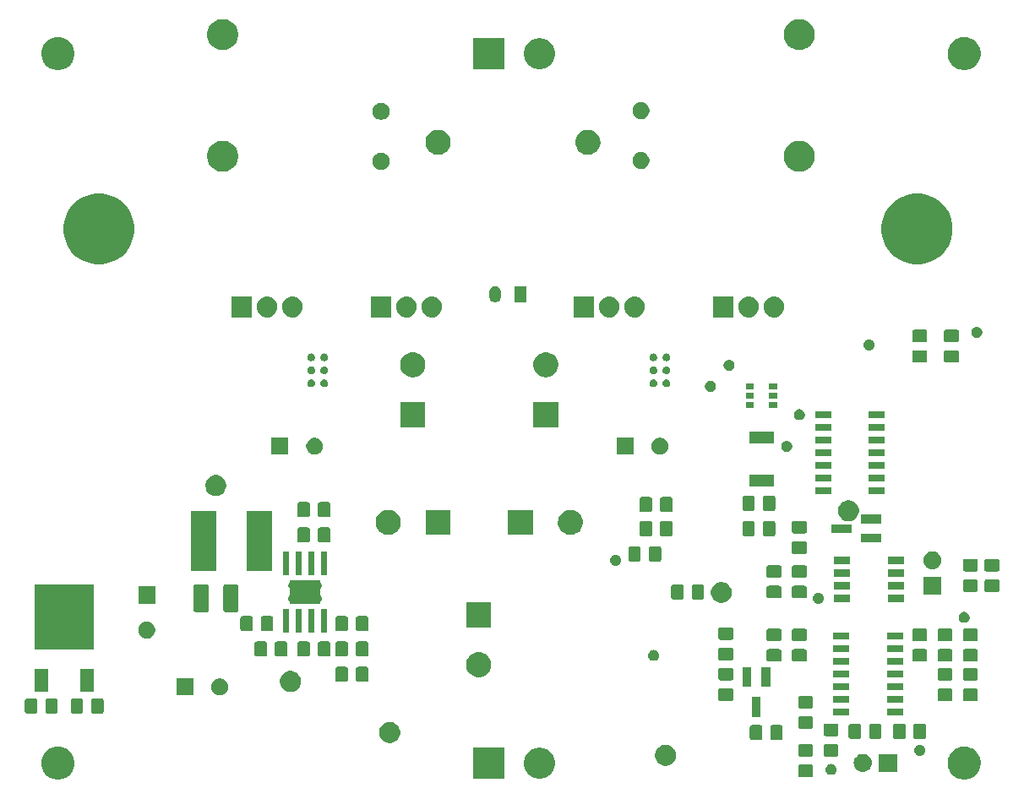
<source format=gbr>
G04 #@! TF.GenerationSoftware,KiCad,Pcbnew,5.0.2+dfsg1-1*
G04 #@! TF.CreationDate,2019-07-14T15:39:51+02:00*
G04 #@! TF.ProjectId,classD,636c6173-7344-42e6-9b69-6361645f7063,1.0*
G04 #@! TF.SameCoordinates,Original*
G04 #@! TF.FileFunction,Soldermask,Top*
G04 #@! TF.FilePolarity,Negative*
%FSLAX46Y46*%
G04 Gerber Fmt 4.6, Leading zero omitted, Abs format (unit mm)*
G04 Created by KiCad (PCBNEW 5.0.2+dfsg1-1) date So 14 Jul 2019 15:39:51 CEST*
%MOMM*%
%LPD*%
G01*
G04 APERTURE LIST*
%ADD10C,0.100000*%
G04 APERTURE END LIST*
D10*
G36*
X226372198Y-106328755D02*
X226541579Y-106362447D01*
X226842042Y-106486903D01*
X226888622Y-106518027D01*
X227112454Y-106667587D01*
X227342413Y-106897546D01*
X227342415Y-106897549D01*
X227483028Y-107107990D01*
X227523098Y-107167960D01*
X227542718Y-107215328D01*
X227638685Y-107447011D01*
X227647553Y-107468422D01*
X227711000Y-107787389D01*
X227711000Y-108112611D01*
X227679292Y-108272017D01*
X227647553Y-108431579D01*
X227606483Y-108530730D01*
X227542718Y-108684674D01*
X227523097Y-108732042D01*
X227385009Y-108938705D01*
X227342413Y-109002454D01*
X227112454Y-109232413D01*
X227112451Y-109232415D01*
X226842042Y-109413097D01*
X226541579Y-109537553D01*
X226435256Y-109558702D01*
X226222611Y-109601000D01*
X225897389Y-109601000D01*
X225684744Y-109558702D01*
X225578421Y-109537553D01*
X225277958Y-109413097D01*
X225007549Y-109232415D01*
X225007546Y-109232413D01*
X224777587Y-109002454D01*
X224734991Y-108938705D01*
X224596903Y-108732042D01*
X224577283Y-108684674D01*
X224513517Y-108530730D01*
X224472447Y-108431579D01*
X224440708Y-108272017D01*
X224409000Y-108112611D01*
X224409000Y-107787389D01*
X224472447Y-107468422D01*
X224481316Y-107447011D01*
X224577282Y-107215328D01*
X224596902Y-107167960D01*
X224636973Y-107107990D01*
X224777585Y-106897549D01*
X224777587Y-106897546D01*
X225007546Y-106667587D01*
X225231378Y-106518027D01*
X225277958Y-106486903D01*
X225578421Y-106362447D01*
X225747802Y-106328755D01*
X225897389Y-106299000D01*
X226222611Y-106299000D01*
X226372198Y-106328755D01*
X226372198Y-106328755D01*
G37*
G36*
X135567198Y-106328755D02*
X135736579Y-106362447D01*
X136037042Y-106486903D01*
X136083622Y-106518027D01*
X136307454Y-106667587D01*
X136537413Y-106897546D01*
X136537415Y-106897549D01*
X136678028Y-107107990D01*
X136718098Y-107167960D01*
X136737718Y-107215328D01*
X136833685Y-107447011D01*
X136842553Y-107468422D01*
X136906000Y-107787389D01*
X136906000Y-108112611D01*
X136874292Y-108272017D01*
X136842553Y-108431579D01*
X136801483Y-108530730D01*
X136737718Y-108684674D01*
X136718097Y-108732042D01*
X136580009Y-108938705D01*
X136537413Y-109002454D01*
X136307454Y-109232413D01*
X136307451Y-109232415D01*
X136037042Y-109413097D01*
X135736579Y-109537553D01*
X135630256Y-109558702D01*
X135417611Y-109601000D01*
X135092389Y-109601000D01*
X134879744Y-109558702D01*
X134773421Y-109537553D01*
X134472958Y-109413097D01*
X134202549Y-109232415D01*
X134202546Y-109232413D01*
X133972587Y-109002454D01*
X133929991Y-108938705D01*
X133791903Y-108732042D01*
X133772283Y-108684674D01*
X133708517Y-108530730D01*
X133667447Y-108431579D01*
X133635708Y-108272017D01*
X133604000Y-108112611D01*
X133604000Y-107787389D01*
X133667447Y-107468422D01*
X133676316Y-107447011D01*
X133772282Y-107215328D01*
X133791902Y-107167960D01*
X133831973Y-107107990D01*
X133972585Y-106897549D01*
X133972587Y-106897546D01*
X134202546Y-106667587D01*
X134426378Y-106518027D01*
X134472958Y-106486903D01*
X134773421Y-106362447D01*
X134942802Y-106328755D01*
X135092389Y-106299000D01*
X135417611Y-106299000D01*
X135567198Y-106328755D01*
X135567198Y-106328755D01*
G37*
G36*
X179986000Y-109501000D02*
X176884000Y-109501000D01*
X176884000Y-106399000D01*
X179986000Y-106399000D01*
X179986000Y-109501000D01*
X179986000Y-109501000D01*
G37*
G36*
X183867527Y-106438736D02*
X183967410Y-106458604D01*
X184249674Y-106575521D01*
X184503705Y-106745259D01*
X184719741Y-106961295D01*
X184889479Y-107215326D01*
X184994314Y-107468422D01*
X185006396Y-107497591D01*
X185066000Y-107797238D01*
X185066000Y-108102762D01*
X185047872Y-108193897D01*
X185006396Y-108402410D01*
X184889479Y-108684674D01*
X184719741Y-108938705D01*
X184503705Y-109154741D01*
X184249674Y-109324479D01*
X183967410Y-109441396D01*
X183867527Y-109461264D01*
X183667762Y-109501000D01*
X183362238Y-109501000D01*
X183162473Y-109461264D01*
X183062590Y-109441396D01*
X182780326Y-109324479D01*
X182526295Y-109154741D01*
X182310259Y-108938705D01*
X182140521Y-108684674D01*
X182023604Y-108402410D01*
X181982128Y-108193897D01*
X181964000Y-108102762D01*
X181964000Y-107797238D01*
X182023604Y-107497591D01*
X182035686Y-107468422D01*
X182140521Y-107215326D01*
X182310259Y-106961295D01*
X182526295Y-106745259D01*
X182780326Y-106575521D01*
X183062590Y-106458604D01*
X183162473Y-106438736D01*
X183362238Y-106399000D01*
X183667762Y-106399000D01*
X183867527Y-106438736D01*
X183867527Y-106438736D01*
G37*
G36*
X210773677Y-108108465D02*
X210811364Y-108119898D01*
X210846103Y-108138466D01*
X210876548Y-108163452D01*
X210901534Y-108193897D01*
X210920102Y-108228636D01*
X210931535Y-108266323D01*
X210936000Y-108311661D01*
X210936000Y-109148339D01*
X210931535Y-109193677D01*
X210920102Y-109231364D01*
X210901534Y-109266103D01*
X210876548Y-109296548D01*
X210846103Y-109321534D01*
X210811364Y-109340102D01*
X210773677Y-109351535D01*
X210728339Y-109356000D01*
X209641661Y-109356000D01*
X209596323Y-109351535D01*
X209558636Y-109340102D01*
X209523897Y-109321534D01*
X209493452Y-109296548D01*
X209468466Y-109266103D01*
X209449898Y-109231364D01*
X209438465Y-109193677D01*
X209434000Y-109148339D01*
X209434000Y-108311661D01*
X209438465Y-108266323D01*
X209449898Y-108228636D01*
X209468466Y-108193897D01*
X209493452Y-108163452D01*
X209523897Y-108138466D01*
X209558636Y-108119898D01*
X209596323Y-108108465D01*
X209641661Y-108104000D01*
X210728339Y-108104000D01*
X210773677Y-108108465D01*
X210773677Y-108108465D01*
G37*
G36*
X212885721Y-108055174D02*
X212985995Y-108096709D01*
X213076245Y-108157012D01*
X213152988Y-108233755D01*
X213213291Y-108324005D01*
X213254826Y-108424279D01*
X213276000Y-108530730D01*
X213276000Y-108639270D01*
X213254826Y-108745721D01*
X213213291Y-108845995D01*
X213152988Y-108936245D01*
X213076245Y-109012988D01*
X212985995Y-109073291D01*
X212885721Y-109114826D01*
X212779270Y-109136000D01*
X212670730Y-109136000D01*
X212564279Y-109114826D01*
X212464005Y-109073291D01*
X212373755Y-109012988D01*
X212297012Y-108936245D01*
X212236709Y-108845995D01*
X212195174Y-108745721D01*
X212174000Y-108639270D01*
X212174000Y-108530730D01*
X212195174Y-108424279D01*
X212236709Y-108324005D01*
X212297012Y-108233755D01*
X212373755Y-108157012D01*
X212464005Y-108096709D01*
X212564279Y-108055174D01*
X212670730Y-108034000D01*
X212779270Y-108034000D01*
X212885721Y-108055174D01*
X212885721Y-108055174D01*
G37*
G36*
X216010442Y-107055518D02*
X216076627Y-107062037D01*
X216189853Y-107096384D01*
X216246467Y-107113557D01*
X216373323Y-107181364D01*
X216402991Y-107197222D01*
X216425053Y-107215328D01*
X216540186Y-107309814D01*
X216623448Y-107411271D01*
X216652778Y-107447009D01*
X216652779Y-107447011D01*
X216736443Y-107603533D01*
X216736443Y-107603534D01*
X216787963Y-107773373D01*
X216805359Y-107950000D01*
X216787963Y-108126627D01*
X216767557Y-108193897D01*
X216736443Y-108296467D01*
X216679815Y-108402409D01*
X216652778Y-108452991D01*
X216623448Y-108488729D01*
X216540186Y-108590186D01*
X216438729Y-108673448D01*
X216402991Y-108702778D01*
X216402989Y-108702779D01*
X216246467Y-108786443D01*
X216189853Y-108803616D01*
X216076627Y-108837963D01*
X216010442Y-108844482D01*
X215944260Y-108851000D01*
X215855740Y-108851000D01*
X215789558Y-108844482D01*
X215723373Y-108837963D01*
X215610147Y-108803616D01*
X215553533Y-108786443D01*
X215397011Y-108702779D01*
X215397009Y-108702778D01*
X215361271Y-108673448D01*
X215259814Y-108590186D01*
X215176552Y-108488729D01*
X215147222Y-108452991D01*
X215120185Y-108402409D01*
X215063557Y-108296467D01*
X215032443Y-108193897D01*
X215012037Y-108126627D01*
X214994641Y-107950000D01*
X215012037Y-107773373D01*
X215063557Y-107603534D01*
X215063557Y-107603533D01*
X215147221Y-107447011D01*
X215147222Y-107447009D01*
X215176552Y-107411271D01*
X215259814Y-107309814D01*
X215374947Y-107215328D01*
X215397009Y-107197222D01*
X215426677Y-107181364D01*
X215553533Y-107113557D01*
X215610147Y-107096384D01*
X215723373Y-107062037D01*
X215789558Y-107055518D01*
X215855740Y-107049000D01*
X215944260Y-107049000D01*
X216010442Y-107055518D01*
X216010442Y-107055518D01*
G37*
G36*
X219341000Y-108851000D02*
X217539000Y-108851000D01*
X217539000Y-107049000D01*
X219341000Y-107049000D01*
X219341000Y-108851000D01*
X219341000Y-108851000D01*
G37*
G36*
X196445365Y-106177389D02*
X196636634Y-106256615D01*
X196808776Y-106371637D01*
X196955163Y-106518024D01*
X197070185Y-106690166D01*
X197149411Y-106881435D01*
X197189800Y-107084484D01*
X197189800Y-107291516D01*
X197149411Y-107494565D01*
X197070185Y-107685834D01*
X196955163Y-107857976D01*
X196808776Y-108004363D01*
X196636634Y-108119385D01*
X196445365Y-108198611D01*
X196242316Y-108239000D01*
X196035284Y-108239000D01*
X195832235Y-108198611D01*
X195640966Y-108119385D01*
X195468824Y-108004363D01*
X195322437Y-107857976D01*
X195207415Y-107685834D01*
X195128189Y-107494565D01*
X195087800Y-107291516D01*
X195087800Y-107084484D01*
X195128189Y-106881435D01*
X195207415Y-106690166D01*
X195322437Y-106518024D01*
X195468824Y-106371637D01*
X195640966Y-106256615D01*
X195832235Y-106177389D01*
X196035284Y-106137000D01*
X196242316Y-106137000D01*
X196445365Y-106177389D01*
X196445365Y-106177389D01*
G37*
G36*
X213313677Y-106058465D02*
X213351364Y-106069898D01*
X213386103Y-106088466D01*
X213416548Y-106113452D01*
X213441534Y-106143897D01*
X213460102Y-106178636D01*
X213471535Y-106216323D01*
X213476000Y-106261661D01*
X213476000Y-107098339D01*
X213471535Y-107143677D01*
X213460102Y-107181364D01*
X213441534Y-107216103D01*
X213416548Y-107246548D01*
X213386103Y-107271534D01*
X213351364Y-107290102D01*
X213313677Y-107301535D01*
X213268339Y-107306000D01*
X212181661Y-107306000D01*
X212136323Y-107301535D01*
X212098636Y-107290102D01*
X212063897Y-107271534D01*
X212033452Y-107246548D01*
X212008466Y-107216103D01*
X211989898Y-107181364D01*
X211978465Y-107143677D01*
X211974000Y-107098339D01*
X211974000Y-106261661D01*
X211978465Y-106216323D01*
X211989898Y-106178636D01*
X212008466Y-106143897D01*
X212033452Y-106113452D01*
X212063897Y-106088466D01*
X212098636Y-106069898D01*
X212136323Y-106058465D01*
X212181661Y-106054000D01*
X213268339Y-106054000D01*
X213313677Y-106058465D01*
X213313677Y-106058465D01*
G37*
G36*
X210773677Y-106058465D02*
X210811364Y-106069898D01*
X210846103Y-106088466D01*
X210876548Y-106113452D01*
X210901534Y-106143897D01*
X210920102Y-106178636D01*
X210931535Y-106216323D01*
X210936000Y-106261661D01*
X210936000Y-107098339D01*
X210931535Y-107143677D01*
X210920102Y-107181364D01*
X210901534Y-107216103D01*
X210876548Y-107246548D01*
X210846103Y-107271534D01*
X210811364Y-107290102D01*
X210773677Y-107301535D01*
X210728339Y-107306000D01*
X209641661Y-107306000D01*
X209596323Y-107301535D01*
X209558636Y-107290102D01*
X209523897Y-107271534D01*
X209493452Y-107246548D01*
X209468466Y-107216103D01*
X209449898Y-107181364D01*
X209438465Y-107143677D01*
X209434000Y-107098339D01*
X209434000Y-106261661D01*
X209438465Y-106216323D01*
X209449898Y-106178636D01*
X209468466Y-106143897D01*
X209493452Y-106113452D01*
X209523897Y-106088466D01*
X209558636Y-106069898D01*
X209596323Y-106058465D01*
X209641661Y-106054000D01*
X210728339Y-106054000D01*
X210773677Y-106058465D01*
X210773677Y-106058465D01*
G37*
G36*
X221775721Y-106150174D02*
X221875995Y-106191709D01*
X221966245Y-106252012D01*
X222042988Y-106328755D01*
X222103291Y-106419005D01*
X222144826Y-106519279D01*
X222166000Y-106625730D01*
X222166000Y-106734270D01*
X222144826Y-106840721D01*
X222103291Y-106940995D01*
X222042988Y-107031245D01*
X221966245Y-107107988D01*
X221875995Y-107168291D01*
X221775721Y-107209826D01*
X221669270Y-107231000D01*
X221560730Y-107231000D01*
X221454279Y-107209826D01*
X221354005Y-107168291D01*
X221263755Y-107107988D01*
X221187012Y-107031245D01*
X221126709Y-106940995D01*
X221085174Y-106840721D01*
X221064000Y-106734270D01*
X221064000Y-106625730D01*
X221085174Y-106519279D01*
X221126709Y-106419005D01*
X221187012Y-106328755D01*
X221263755Y-106252012D01*
X221354005Y-106191709D01*
X221454279Y-106150174D01*
X221560730Y-106129000D01*
X221669270Y-106129000D01*
X221775721Y-106150174D01*
X221775721Y-106150174D01*
G37*
G36*
X168810165Y-103891389D02*
X169001434Y-103970615D01*
X169173576Y-104085637D01*
X169319963Y-104232024D01*
X169434985Y-104404166D01*
X169514211Y-104595435D01*
X169554600Y-104798484D01*
X169554600Y-105005516D01*
X169514211Y-105208565D01*
X169434985Y-105399834D01*
X169319963Y-105571976D01*
X169173576Y-105718363D01*
X169001434Y-105833385D01*
X168810165Y-105912611D01*
X168607116Y-105953000D01*
X168400084Y-105953000D01*
X168197035Y-105912611D01*
X168005766Y-105833385D01*
X167833624Y-105718363D01*
X167687237Y-105571976D01*
X167572215Y-105399834D01*
X167492989Y-105208565D01*
X167452600Y-105005516D01*
X167452600Y-104798484D01*
X167492989Y-104595435D01*
X167572215Y-104404166D01*
X167687237Y-104232024D01*
X167833624Y-104085637D01*
X168005766Y-103970615D01*
X168197035Y-103891389D01*
X168400084Y-103851000D01*
X168607116Y-103851000D01*
X168810165Y-103891389D01*
X168810165Y-103891389D01*
G37*
G36*
X205677677Y-104155465D02*
X205715364Y-104166898D01*
X205750103Y-104185466D01*
X205780548Y-104210452D01*
X205805534Y-104240897D01*
X205824102Y-104275636D01*
X205835535Y-104313323D01*
X205840000Y-104358661D01*
X205840000Y-105445339D01*
X205835535Y-105490677D01*
X205824102Y-105528364D01*
X205805534Y-105563103D01*
X205780548Y-105593548D01*
X205750103Y-105618534D01*
X205715364Y-105637102D01*
X205677677Y-105648535D01*
X205632339Y-105653000D01*
X204795661Y-105653000D01*
X204750323Y-105648535D01*
X204712636Y-105637102D01*
X204677897Y-105618534D01*
X204647452Y-105593548D01*
X204622466Y-105563103D01*
X204603898Y-105528364D01*
X204592465Y-105490677D01*
X204588000Y-105445339D01*
X204588000Y-104358661D01*
X204592465Y-104313323D01*
X204603898Y-104275636D01*
X204622466Y-104240897D01*
X204647452Y-104210452D01*
X204677897Y-104185466D01*
X204712636Y-104166898D01*
X204750323Y-104155465D01*
X204795661Y-104151000D01*
X205632339Y-104151000D01*
X205677677Y-104155465D01*
X205677677Y-104155465D01*
G37*
G36*
X207727677Y-104155465D02*
X207765364Y-104166898D01*
X207800103Y-104185466D01*
X207830548Y-104210452D01*
X207855534Y-104240897D01*
X207874102Y-104275636D01*
X207885535Y-104313323D01*
X207890000Y-104358661D01*
X207890000Y-105445339D01*
X207885535Y-105490677D01*
X207874102Y-105528364D01*
X207855534Y-105563103D01*
X207830548Y-105593548D01*
X207800103Y-105618534D01*
X207765364Y-105637102D01*
X207727677Y-105648535D01*
X207682339Y-105653000D01*
X206845661Y-105653000D01*
X206800323Y-105648535D01*
X206762636Y-105637102D01*
X206727897Y-105618534D01*
X206697452Y-105593548D01*
X206672466Y-105563103D01*
X206653898Y-105528364D01*
X206642465Y-105490677D01*
X206638000Y-105445339D01*
X206638000Y-104358661D01*
X206642465Y-104313323D01*
X206653898Y-104275636D01*
X206672466Y-104240897D01*
X206697452Y-104210452D01*
X206727897Y-104185466D01*
X206762636Y-104166898D01*
X206800323Y-104155465D01*
X206845661Y-104151000D01*
X207682339Y-104151000D01*
X207727677Y-104155465D01*
X207727677Y-104155465D01*
G37*
G36*
X217633677Y-104028465D02*
X217671364Y-104039898D01*
X217706103Y-104058466D01*
X217736548Y-104083452D01*
X217761534Y-104113897D01*
X217780102Y-104148636D01*
X217791535Y-104186323D01*
X217796000Y-104231661D01*
X217796000Y-105318339D01*
X217791535Y-105363677D01*
X217780102Y-105401364D01*
X217761534Y-105436103D01*
X217736548Y-105466548D01*
X217706103Y-105491534D01*
X217671364Y-105510102D01*
X217633677Y-105521535D01*
X217588339Y-105526000D01*
X216751661Y-105526000D01*
X216706323Y-105521535D01*
X216668636Y-105510102D01*
X216633897Y-105491534D01*
X216603452Y-105466548D01*
X216578466Y-105436103D01*
X216559898Y-105401364D01*
X216548465Y-105363677D01*
X216544000Y-105318339D01*
X216544000Y-104231661D01*
X216548465Y-104186323D01*
X216559898Y-104148636D01*
X216578466Y-104113897D01*
X216603452Y-104083452D01*
X216633897Y-104058466D01*
X216668636Y-104039898D01*
X216706323Y-104028465D01*
X216751661Y-104024000D01*
X217588339Y-104024000D01*
X217633677Y-104028465D01*
X217633677Y-104028465D01*
G37*
G36*
X215583677Y-104028465D02*
X215621364Y-104039898D01*
X215656103Y-104058466D01*
X215686548Y-104083452D01*
X215711534Y-104113897D01*
X215730102Y-104148636D01*
X215741535Y-104186323D01*
X215746000Y-104231661D01*
X215746000Y-105318339D01*
X215741535Y-105363677D01*
X215730102Y-105401364D01*
X215711534Y-105436103D01*
X215686548Y-105466548D01*
X215656103Y-105491534D01*
X215621364Y-105510102D01*
X215583677Y-105521535D01*
X215538339Y-105526000D01*
X214701661Y-105526000D01*
X214656323Y-105521535D01*
X214618636Y-105510102D01*
X214583897Y-105491534D01*
X214553452Y-105466548D01*
X214528466Y-105436103D01*
X214509898Y-105401364D01*
X214498465Y-105363677D01*
X214494000Y-105318339D01*
X214494000Y-104231661D01*
X214498465Y-104186323D01*
X214509898Y-104148636D01*
X214528466Y-104113897D01*
X214553452Y-104083452D01*
X214583897Y-104058466D01*
X214618636Y-104039898D01*
X214656323Y-104028465D01*
X214701661Y-104024000D01*
X215538339Y-104024000D01*
X215583677Y-104028465D01*
X215583677Y-104028465D01*
G37*
G36*
X222078677Y-104028465D02*
X222116364Y-104039898D01*
X222151103Y-104058466D01*
X222181548Y-104083452D01*
X222206534Y-104113897D01*
X222225102Y-104148636D01*
X222236535Y-104186323D01*
X222241000Y-104231661D01*
X222241000Y-105318339D01*
X222236535Y-105363677D01*
X222225102Y-105401364D01*
X222206534Y-105436103D01*
X222181548Y-105466548D01*
X222151103Y-105491534D01*
X222116364Y-105510102D01*
X222078677Y-105521535D01*
X222033339Y-105526000D01*
X221196661Y-105526000D01*
X221151323Y-105521535D01*
X221113636Y-105510102D01*
X221078897Y-105491534D01*
X221048452Y-105466548D01*
X221023466Y-105436103D01*
X221004898Y-105401364D01*
X220993465Y-105363677D01*
X220989000Y-105318339D01*
X220989000Y-104231661D01*
X220993465Y-104186323D01*
X221004898Y-104148636D01*
X221023466Y-104113897D01*
X221048452Y-104083452D01*
X221078897Y-104058466D01*
X221113636Y-104039898D01*
X221151323Y-104028465D01*
X221196661Y-104024000D01*
X222033339Y-104024000D01*
X222078677Y-104028465D01*
X222078677Y-104028465D01*
G37*
G36*
X220028677Y-104028465D02*
X220066364Y-104039898D01*
X220101103Y-104058466D01*
X220131548Y-104083452D01*
X220156534Y-104113897D01*
X220175102Y-104148636D01*
X220186535Y-104186323D01*
X220191000Y-104231661D01*
X220191000Y-105318339D01*
X220186535Y-105363677D01*
X220175102Y-105401364D01*
X220156534Y-105436103D01*
X220131548Y-105466548D01*
X220101103Y-105491534D01*
X220066364Y-105510102D01*
X220028677Y-105521535D01*
X219983339Y-105526000D01*
X219146661Y-105526000D01*
X219101323Y-105521535D01*
X219063636Y-105510102D01*
X219028897Y-105491534D01*
X218998452Y-105466548D01*
X218973466Y-105436103D01*
X218954898Y-105401364D01*
X218943465Y-105363677D01*
X218939000Y-105318339D01*
X218939000Y-104231661D01*
X218943465Y-104186323D01*
X218954898Y-104148636D01*
X218973466Y-104113897D01*
X218998452Y-104083452D01*
X219028897Y-104058466D01*
X219063636Y-104039898D01*
X219101323Y-104028465D01*
X219146661Y-104024000D01*
X219983339Y-104024000D01*
X220028677Y-104028465D01*
X220028677Y-104028465D01*
G37*
G36*
X213313677Y-104008465D02*
X213351364Y-104019898D01*
X213386103Y-104038466D01*
X213416548Y-104063452D01*
X213441534Y-104093897D01*
X213460102Y-104128636D01*
X213471535Y-104166323D01*
X213476000Y-104211661D01*
X213476000Y-105048339D01*
X213471535Y-105093677D01*
X213460102Y-105131364D01*
X213441534Y-105166103D01*
X213416548Y-105196548D01*
X213386103Y-105221534D01*
X213351364Y-105240102D01*
X213313677Y-105251535D01*
X213268339Y-105256000D01*
X212181661Y-105256000D01*
X212136323Y-105251535D01*
X212098636Y-105240102D01*
X212063897Y-105221534D01*
X212033452Y-105196548D01*
X212008466Y-105166103D01*
X211989898Y-105131364D01*
X211978465Y-105093677D01*
X211974000Y-105048339D01*
X211974000Y-104211661D01*
X211978465Y-104166323D01*
X211989898Y-104128636D01*
X212008466Y-104093897D01*
X212033452Y-104063452D01*
X212063897Y-104038466D01*
X212098636Y-104019898D01*
X212136323Y-104008465D01*
X212181661Y-104004000D01*
X213268339Y-104004000D01*
X213313677Y-104008465D01*
X213313677Y-104008465D01*
G37*
G36*
X210773677Y-103273465D02*
X210811364Y-103284898D01*
X210846103Y-103303466D01*
X210876548Y-103328452D01*
X210901534Y-103358897D01*
X210920102Y-103393636D01*
X210931535Y-103431323D01*
X210936000Y-103476661D01*
X210936000Y-104313339D01*
X210931535Y-104358677D01*
X210920102Y-104396364D01*
X210901534Y-104431103D01*
X210876548Y-104461548D01*
X210846103Y-104486534D01*
X210811364Y-104505102D01*
X210773677Y-104516535D01*
X210728339Y-104521000D01*
X209641661Y-104521000D01*
X209596323Y-104516535D01*
X209558636Y-104505102D01*
X209523897Y-104486534D01*
X209493452Y-104461548D01*
X209468466Y-104431103D01*
X209449898Y-104396364D01*
X209438465Y-104358677D01*
X209434000Y-104313339D01*
X209434000Y-103476661D01*
X209438465Y-103431323D01*
X209449898Y-103393636D01*
X209468466Y-103358897D01*
X209493452Y-103328452D01*
X209523897Y-103303466D01*
X209558636Y-103284898D01*
X209596323Y-103273465D01*
X209641661Y-103269000D01*
X210728339Y-103269000D01*
X210773677Y-103273465D01*
X210773677Y-103273465D01*
G37*
G36*
X205683000Y-103339000D02*
X204781000Y-103339000D01*
X204781000Y-101337000D01*
X205683000Y-101337000D01*
X205683000Y-103339000D01*
X205683000Y-103339000D01*
G37*
G36*
X219921001Y-103186001D02*
X218319001Y-103186001D01*
X218319001Y-102484001D01*
X219921001Y-102484001D01*
X219921001Y-103186001D01*
X219921001Y-103186001D01*
G37*
G36*
X214521001Y-103186001D02*
X212919001Y-103186001D01*
X212919001Y-102484001D01*
X214521001Y-102484001D01*
X214521001Y-103186001D01*
X214521001Y-103186001D01*
G37*
G36*
X139673677Y-101488465D02*
X139711364Y-101499898D01*
X139746103Y-101518466D01*
X139776548Y-101543452D01*
X139801534Y-101573897D01*
X139820102Y-101608636D01*
X139831535Y-101646323D01*
X139836000Y-101691661D01*
X139836000Y-102778339D01*
X139831535Y-102823677D01*
X139820102Y-102861364D01*
X139801534Y-102896103D01*
X139776548Y-102926548D01*
X139746103Y-102951534D01*
X139711364Y-102970102D01*
X139673677Y-102981535D01*
X139628339Y-102986000D01*
X138791661Y-102986000D01*
X138746323Y-102981535D01*
X138708636Y-102970102D01*
X138673897Y-102951534D01*
X138643452Y-102926548D01*
X138618466Y-102896103D01*
X138599898Y-102861364D01*
X138588465Y-102823677D01*
X138584000Y-102778339D01*
X138584000Y-101691661D01*
X138588465Y-101646323D01*
X138599898Y-101608636D01*
X138618466Y-101573897D01*
X138643452Y-101543452D01*
X138673897Y-101518466D01*
X138708636Y-101499898D01*
X138746323Y-101488465D01*
X138791661Y-101484000D01*
X139628339Y-101484000D01*
X139673677Y-101488465D01*
X139673677Y-101488465D01*
G37*
G36*
X137623677Y-101488465D02*
X137661364Y-101499898D01*
X137696103Y-101518466D01*
X137726548Y-101543452D01*
X137751534Y-101573897D01*
X137770102Y-101608636D01*
X137781535Y-101646323D01*
X137786000Y-101691661D01*
X137786000Y-102778339D01*
X137781535Y-102823677D01*
X137770102Y-102861364D01*
X137751534Y-102896103D01*
X137726548Y-102926548D01*
X137696103Y-102951534D01*
X137661364Y-102970102D01*
X137623677Y-102981535D01*
X137578339Y-102986000D01*
X136741661Y-102986000D01*
X136696323Y-102981535D01*
X136658636Y-102970102D01*
X136623897Y-102951534D01*
X136593452Y-102926548D01*
X136568466Y-102896103D01*
X136549898Y-102861364D01*
X136538465Y-102823677D01*
X136534000Y-102778339D01*
X136534000Y-101691661D01*
X136538465Y-101646323D01*
X136549898Y-101608636D01*
X136568466Y-101573897D01*
X136593452Y-101543452D01*
X136623897Y-101518466D01*
X136658636Y-101499898D01*
X136696323Y-101488465D01*
X136741661Y-101484000D01*
X137578339Y-101484000D01*
X137623677Y-101488465D01*
X137623677Y-101488465D01*
G37*
G36*
X133033677Y-101488465D02*
X133071364Y-101499898D01*
X133106103Y-101518466D01*
X133136548Y-101543452D01*
X133161534Y-101573897D01*
X133180102Y-101608636D01*
X133191535Y-101646323D01*
X133196000Y-101691661D01*
X133196000Y-102778339D01*
X133191535Y-102823677D01*
X133180102Y-102861364D01*
X133161534Y-102896103D01*
X133136548Y-102926548D01*
X133106103Y-102951534D01*
X133071364Y-102970102D01*
X133033677Y-102981535D01*
X132988339Y-102986000D01*
X132151661Y-102986000D01*
X132106323Y-102981535D01*
X132068636Y-102970102D01*
X132033897Y-102951534D01*
X132003452Y-102926548D01*
X131978466Y-102896103D01*
X131959898Y-102861364D01*
X131948465Y-102823677D01*
X131944000Y-102778339D01*
X131944000Y-101691661D01*
X131948465Y-101646323D01*
X131959898Y-101608636D01*
X131978466Y-101573897D01*
X132003452Y-101543452D01*
X132033897Y-101518466D01*
X132068636Y-101499898D01*
X132106323Y-101488465D01*
X132151661Y-101484000D01*
X132988339Y-101484000D01*
X133033677Y-101488465D01*
X133033677Y-101488465D01*
G37*
G36*
X135083677Y-101488465D02*
X135121364Y-101499898D01*
X135156103Y-101518466D01*
X135186548Y-101543452D01*
X135211534Y-101573897D01*
X135230102Y-101608636D01*
X135241535Y-101646323D01*
X135246000Y-101691661D01*
X135246000Y-102778339D01*
X135241535Y-102823677D01*
X135230102Y-102861364D01*
X135211534Y-102896103D01*
X135186548Y-102926548D01*
X135156103Y-102951534D01*
X135121364Y-102970102D01*
X135083677Y-102981535D01*
X135038339Y-102986000D01*
X134201661Y-102986000D01*
X134156323Y-102981535D01*
X134118636Y-102970102D01*
X134083897Y-102951534D01*
X134053452Y-102926548D01*
X134028466Y-102896103D01*
X134009898Y-102861364D01*
X133998465Y-102823677D01*
X133994000Y-102778339D01*
X133994000Y-101691661D01*
X133998465Y-101646323D01*
X134009898Y-101608636D01*
X134028466Y-101573897D01*
X134053452Y-101543452D01*
X134083897Y-101518466D01*
X134118636Y-101499898D01*
X134156323Y-101488465D01*
X134201661Y-101484000D01*
X135038339Y-101484000D01*
X135083677Y-101488465D01*
X135083677Y-101488465D01*
G37*
G36*
X210773677Y-101223465D02*
X210811364Y-101234898D01*
X210846103Y-101253466D01*
X210876548Y-101278452D01*
X210901534Y-101308897D01*
X210920102Y-101343636D01*
X210931535Y-101381323D01*
X210936000Y-101426661D01*
X210936000Y-102263339D01*
X210931535Y-102308677D01*
X210920102Y-102346364D01*
X210901534Y-102381103D01*
X210876548Y-102411548D01*
X210846103Y-102436534D01*
X210811364Y-102455102D01*
X210773677Y-102466535D01*
X210728339Y-102471000D01*
X209641661Y-102471000D01*
X209596323Y-102466535D01*
X209558636Y-102455102D01*
X209523897Y-102436534D01*
X209493452Y-102411548D01*
X209468466Y-102381103D01*
X209449898Y-102346364D01*
X209438465Y-102308677D01*
X209434000Y-102263339D01*
X209434000Y-101426661D01*
X209438465Y-101381323D01*
X209449898Y-101343636D01*
X209468466Y-101308897D01*
X209493452Y-101278452D01*
X209523897Y-101253466D01*
X209558636Y-101234898D01*
X209596323Y-101223465D01*
X209641661Y-101219000D01*
X210728339Y-101219000D01*
X210773677Y-101223465D01*
X210773677Y-101223465D01*
G37*
G36*
X219921001Y-101916001D02*
X218319001Y-101916001D01*
X218319001Y-101214001D01*
X219921001Y-101214001D01*
X219921001Y-101916001D01*
X219921001Y-101916001D01*
G37*
G36*
X214521001Y-101916001D02*
X212919001Y-101916001D01*
X212919001Y-101214001D01*
X214521001Y-101214001D01*
X214521001Y-101916001D01*
X214521001Y-101916001D01*
G37*
G36*
X227283677Y-100488465D02*
X227321364Y-100499898D01*
X227356103Y-100518466D01*
X227386548Y-100543452D01*
X227411534Y-100573897D01*
X227430102Y-100608636D01*
X227441535Y-100646323D01*
X227446000Y-100691661D01*
X227446000Y-101528339D01*
X227441535Y-101573677D01*
X227430102Y-101611364D01*
X227411534Y-101646103D01*
X227386548Y-101676548D01*
X227356103Y-101701534D01*
X227321364Y-101720102D01*
X227283677Y-101731535D01*
X227238339Y-101736000D01*
X226151661Y-101736000D01*
X226106323Y-101731535D01*
X226068636Y-101720102D01*
X226033897Y-101701534D01*
X226003452Y-101676548D01*
X225978466Y-101646103D01*
X225959898Y-101611364D01*
X225948465Y-101573677D01*
X225944000Y-101528339D01*
X225944000Y-100691661D01*
X225948465Y-100646323D01*
X225959898Y-100608636D01*
X225978466Y-100573897D01*
X226003452Y-100543452D01*
X226033897Y-100518466D01*
X226068636Y-100499898D01*
X226106323Y-100488465D01*
X226151661Y-100484000D01*
X227238339Y-100484000D01*
X227283677Y-100488465D01*
X227283677Y-100488465D01*
G37*
G36*
X224743677Y-100488465D02*
X224781364Y-100499898D01*
X224816103Y-100518466D01*
X224846548Y-100543452D01*
X224871534Y-100573897D01*
X224890102Y-100608636D01*
X224901535Y-100646323D01*
X224906000Y-100691661D01*
X224906000Y-101528339D01*
X224901535Y-101573677D01*
X224890102Y-101611364D01*
X224871534Y-101646103D01*
X224846548Y-101676548D01*
X224816103Y-101701534D01*
X224781364Y-101720102D01*
X224743677Y-101731535D01*
X224698339Y-101736000D01*
X223611661Y-101736000D01*
X223566323Y-101731535D01*
X223528636Y-101720102D01*
X223493897Y-101701534D01*
X223463452Y-101676548D01*
X223438466Y-101646103D01*
X223419898Y-101611364D01*
X223408465Y-101573677D01*
X223404000Y-101528339D01*
X223404000Y-100691661D01*
X223408465Y-100646323D01*
X223419898Y-100608636D01*
X223438466Y-100573897D01*
X223463452Y-100543452D01*
X223493897Y-100518466D01*
X223528636Y-100499898D01*
X223566323Y-100488465D01*
X223611661Y-100484000D01*
X224698339Y-100484000D01*
X224743677Y-100488465D01*
X224743677Y-100488465D01*
G37*
G36*
X202772677Y-100470465D02*
X202810364Y-100481898D01*
X202845103Y-100500466D01*
X202875548Y-100525452D01*
X202900534Y-100555897D01*
X202919102Y-100590636D01*
X202930535Y-100628323D01*
X202935000Y-100673661D01*
X202935000Y-101510339D01*
X202930535Y-101555677D01*
X202919102Y-101593364D01*
X202900534Y-101628103D01*
X202875548Y-101658548D01*
X202845103Y-101683534D01*
X202810364Y-101702102D01*
X202772677Y-101713535D01*
X202727339Y-101718000D01*
X201640661Y-101718000D01*
X201595323Y-101713535D01*
X201557636Y-101702102D01*
X201522897Y-101683534D01*
X201492452Y-101658548D01*
X201467466Y-101628103D01*
X201448898Y-101593364D01*
X201437465Y-101555677D01*
X201433000Y-101510339D01*
X201433000Y-100673661D01*
X201437465Y-100628323D01*
X201448898Y-100590636D01*
X201467466Y-100555897D01*
X201492452Y-100525452D01*
X201522897Y-100500466D01*
X201557636Y-100481898D01*
X201595323Y-100470465D01*
X201640661Y-100466000D01*
X202727339Y-100466000D01*
X202772677Y-100470465D01*
X202772677Y-100470465D01*
G37*
G36*
X151703228Y-99511703D02*
X151858100Y-99575853D01*
X151997481Y-99668985D01*
X152116015Y-99787519D01*
X152209147Y-99926900D01*
X152273297Y-100081772D01*
X152306000Y-100246184D01*
X152306000Y-100413816D01*
X152273297Y-100578228D01*
X152209147Y-100733100D01*
X152116015Y-100872481D01*
X151997481Y-100991015D01*
X151858100Y-101084147D01*
X151703228Y-101148297D01*
X151538816Y-101181000D01*
X151371184Y-101181000D01*
X151206772Y-101148297D01*
X151051900Y-101084147D01*
X150912519Y-100991015D01*
X150793985Y-100872481D01*
X150700853Y-100733100D01*
X150636703Y-100578228D01*
X150604000Y-100413816D01*
X150604000Y-100246184D01*
X150636703Y-100081772D01*
X150700853Y-99926900D01*
X150793985Y-99787519D01*
X150912519Y-99668985D01*
X151051900Y-99575853D01*
X151206772Y-99511703D01*
X151371184Y-99479000D01*
X151538816Y-99479000D01*
X151703228Y-99511703D01*
X151703228Y-99511703D01*
G37*
G36*
X148806000Y-101181000D02*
X147104000Y-101181000D01*
X147104000Y-99479000D01*
X148806000Y-99479000D01*
X148806000Y-101181000D01*
X148806000Y-101181000D01*
G37*
G36*
X158853365Y-98760589D02*
X159044634Y-98839815D01*
X159216776Y-98954837D01*
X159363163Y-99101224D01*
X159478185Y-99273366D01*
X159557411Y-99464635D01*
X159597800Y-99667684D01*
X159597800Y-99874716D01*
X159557411Y-100077765D01*
X159478185Y-100269034D01*
X159363163Y-100441176D01*
X159216776Y-100587563D01*
X159044634Y-100702585D01*
X158853365Y-100781811D01*
X158650316Y-100822200D01*
X158443284Y-100822200D01*
X158240235Y-100781811D01*
X158048966Y-100702585D01*
X157876824Y-100587563D01*
X157730437Y-100441176D01*
X157615415Y-100269034D01*
X157536189Y-100077765D01*
X157495800Y-99874716D01*
X157495800Y-99667684D01*
X157536189Y-99464635D01*
X157615415Y-99273366D01*
X157730437Y-99101224D01*
X157876824Y-98954837D01*
X158048966Y-98839815D01*
X158240235Y-98760589D01*
X158443284Y-98720200D01*
X158650316Y-98720200D01*
X158853365Y-98760589D01*
X158853365Y-98760589D01*
G37*
G36*
X134261000Y-100796000D02*
X132959000Y-100796000D01*
X132959000Y-98494000D01*
X134261000Y-98494000D01*
X134261000Y-100796000D01*
X134261000Y-100796000D01*
G37*
G36*
X138821000Y-100796000D02*
X137519000Y-100796000D01*
X137519000Y-98494000D01*
X138821000Y-98494000D01*
X138821000Y-100796000D01*
X138821000Y-100796000D01*
G37*
G36*
X219921001Y-100646001D02*
X218319001Y-100646001D01*
X218319001Y-99944001D01*
X219921001Y-99944001D01*
X219921001Y-100646001D01*
X219921001Y-100646001D01*
G37*
G36*
X214521001Y-100646001D02*
X212919001Y-100646001D01*
X212919001Y-99944001D01*
X214521001Y-99944001D01*
X214521001Y-100646001D01*
X214521001Y-100646001D01*
G37*
G36*
X206633000Y-100339000D02*
X205731000Y-100339000D01*
X205731000Y-98337000D01*
X206633000Y-98337000D01*
X206633000Y-100339000D01*
X206633000Y-100339000D01*
G37*
G36*
X204733000Y-100339000D02*
X203831000Y-100339000D01*
X203831000Y-98337000D01*
X204733000Y-98337000D01*
X204733000Y-100339000D01*
X204733000Y-100339000D01*
G37*
G36*
X166198677Y-98313465D02*
X166236364Y-98324898D01*
X166271103Y-98343466D01*
X166301548Y-98368452D01*
X166326534Y-98398897D01*
X166345102Y-98433636D01*
X166356535Y-98471323D01*
X166361000Y-98516661D01*
X166361000Y-99603339D01*
X166356535Y-99648677D01*
X166345102Y-99686364D01*
X166326534Y-99721103D01*
X166301548Y-99751548D01*
X166271103Y-99776534D01*
X166236364Y-99795102D01*
X166198677Y-99806535D01*
X166153339Y-99811000D01*
X165316661Y-99811000D01*
X165271323Y-99806535D01*
X165233636Y-99795102D01*
X165198897Y-99776534D01*
X165168452Y-99751548D01*
X165143466Y-99721103D01*
X165124898Y-99686364D01*
X165113465Y-99648677D01*
X165109000Y-99603339D01*
X165109000Y-98516661D01*
X165113465Y-98471323D01*
X165124898Y-98433636D01*
X165143466Y-98398897D01*
X165168452Y-98368452D01*
X165198897Y-98343466D01*
X165233636Y-98324898D01*
X165271323Y-98313465D01*
X165316661Y-98309000D01*
X166153339Y-98309000D01*
X166198677Y-98313465D01*
X166198677Y-98313465D01*
G37*
G36*
X164148677Y-98313465D02*
X164186364Y-98324898D01*
X164221103Y-98343466D01*
X164251548Y-98368452D01*
X164276534Y-98398897D01*
X164295102Y-98433636D01*
X164306535Y-98471323D01*
X164311000Y-98516661D01*
X164311000Y-99603339D01*
X164306535Y-99648677D01*
X164295102Y-99686364D01*
X164276534Y-99721103D01*
X164251548Y-99751548D01*
X164221103Y-99776534D01*
X164186364Y-99795102D01*
X164148677Y-99806535D01*
X164103339Y-99811000D01*
X163266661Y-99811000D01*
X163221323Y-99806535D01*
X163183636Y-99795102D01*
X163148897Y-99776534D01*
X163118452Y-99751548D01*
X163093466Y-99721103D01*
X163074898Y-99686364D01*
X163063465Y-99648677D01*
X163059000Y-99603339D01*
X163059000Y-98516661D01*
X163063465Y-98471323D01*
X163074898Y-98433636D01*
X163093466Y-98398897D01*
X163118452Y-98368452D01*
X163148897Y-98343466D01*
X163183636Y-98324898D01*
X163221323Y-98313465D01*
X163266661Y-98309000D01*
X164103339Y-98309000D01*
X164148677Y-98313465D01*
X164148677Y-98313465D01*
G37*
G36*
X227283677Y-98438465D02*
X227321364Y-98449898D01*
X227356103Y-98468466D01*
X227386548Y-98493452D01*
X227411534Y-98523897D01*
X227430102Y-98558636D01*
X227441535Y-98596323D01*
X227446000Y-98641661D01*
X227446000Y-99478339D01*
X227441535Y-99523677D01*
X227430102Y-99561364D01*
X227411534Y-99596103D01*
X227386548Y-99626548D01*
X227356103Y-99651534D01*
X227321364Y-99670102D01*
X227283677Y-99681535D01*
X227238339Y-99686000D01*
X226151661Y-99686000D01*
X226106323Y-99681535D01*
X226068636Y-99670102D01*
X226033897Y-99651534D01*
X226003452Y-99626548D01*
X225978466Y-99596103D01*
X225959898Y-99561364D01*
X225948465Y-99523677D01*
X225944000Y-99478339D01*
X225944000Y-98641661D01*
X225948465Y-98596323D01*
X225959898Y-98558636D01*
X225978466Y-98523897D01*
X226003452Y-98493452D01*
X226033897Y-98468466D01*
X226068636Y-98449898D01*
X226106323Y-98438465D01*
X226151661Y-98434000D01*
X227238339Y-98434000D01*
X227283677Y-98438465D01*
X227283677Y-98438465D01*
G37*
G36*
X224743677Y-98438465D02*
X224781364Y-98449898D01*
X224816103Y-98468466D01*
X224846548Y-98493452D01*
X224871534Y-98523897D01*
X224890102Y-98558636D01*
X224901535Y-98596323D01*
X224906000Y-98641661D01*
X224906000Y-99478339D01*
X224901535Y-99523677D01*
X224890102Y-99561364D01*
X224871534Y-99596103D01*
X224846548Y-99626548D01*
X224816103Y-99651534D01*
X224781364Y-99670102D01*
X224743677Y-99681535D01*
X224698339Y-99686000D01*
X223611661Y-99686000D01*
X223566323Y-99681535D01*
X223528636Y-99670102D01*
X223493897Y-99651534D01*
X223463452Y-99626548D01*
X223438466Y-99596103D01*
X223419898Y-99561364D01*
X223408465Y-99523677D01*
X223404000Y-99478339D01*
X223404000Y-98641661D01*
X223408465Y-98596323D01*
X223419898Y-98558636D01*
X223438466Y-98523897D01*
X223463452Y-98493452D01*
X223493897Y-98468466D01*
X223528636Y-98449898D01*
X223566323Y-98438465D01*
X223611661Y-98434000D01*
X224698339Y-98434000D01*
X224743677Y-98438465D01*
X224743677Y-98438465D01*
G37*
G36*
X202772677Y-98420465D02*
X202810364Y-98431898D01*
X202845103Y-98450466D01*
X202875548Y-98475452D01*
X202900534Y-98505897D01*
X202919102Y-98540636D01*
X202930535Y-98578323D01*
X202935000Y-98623661D01*
X202935000Y-99460339D01*
X202930535Y-99505677D01*
X202919102Y-99543364D01*
X202900534Y-99578103D01*
X202875548Y-99608548D01*
X202845103Y-99633534D01*
X202810364Y-99652102D01*
X202772677Y-99663535D01*
X202727339Y-99668000D01*
X201640661Y-99668000D01*
X201595323Y-99663535D01*
X201557636Y-99652102D01*
X201522897Y-99633534D01*
X201492452Y-99608548D01*
X201467466Y-99578103D01*
X201448898Y-99543364D01*
X201437465Y-99505677D01*
X201433000Y-99460339D01*
X201433000Y-98623661D01*
X201437465Y-98578323D01*
X201448898Y-98540636D01*
X201467466Y-98505897D01*
X201492452Y-98475452D01*
X201522897Y-98450466D01*
X201557636Y-98431898D01*
X201595323Y-98420465D01*
X201640661Y-98416000D01*
X202727339Y-98416000D01*
X202772677Y-98420465D01*
X202772677Y-98420465D01*
G37*
G36*
X219921001Y-99376001D02*
X218319001Y-99376001D01*
X218319001Y-98674001D01*
X219921001Y-98674001D01*
X219921001Y-99376001D01*
X219921001Y-99376001D01*
G37*
G36*
X214521001Y-99376001D02*
X212919001Y-99376001D01*
X212919001Y-98674001D01*
X214521001Y-98674001D01*
X214521001Y-99376001D01*
X214521001Y-99376001D01*
G37*
G36*
X177602635Y-96852019D02*
X177783903Y-96888075D01*
X178011571Y-96982378D01*
X178188698Y-97100731D01*
X178216469Y-97119287D01*
X178390713Y-97293531D01*
X178390715Y-97293534D01*
X178527622Y-97498429D01*
X178621925Y-97726097D01*
X178670000Y-97967787D01*
X178670000Y-98214213D01*
X178621925Y-98455903D01*
X178527622Y-98683571D01*
X178423222Y-98839816D01*
X178390713Y-98888469D01*
X178216469Y-99062713D01*
X178216466Y-99062715D01*
X178011571Y-99199622D01*
X177783903Y-99293925D01*
X177602635Y-99329981D01*
X177542214Y-99342000D01*
X177295786Y-99342000D01*
X177235365Y-99329981D01*
X177054097Y-99293925D01*
X176826429Y-99199622D01*
X176621534Y-99062715D01*
X176621531Y-99062713D01*
X176447287Y-98888469D01*
X176414778Y-98839816D01*
X176310378Y-98683571D01*
X176216075Y-98455903D01*
X176168000Y-98214213D01*
X176168000Y-97967787D01*
X176216075Y-97726097D01*
X176310378Y-97498429D01*
X176447285Y-97293534D01*
X176447287Y-97293531D01*
X176621531Y-97119287D01*
X176649302Y-97100731D01*
X176826429Y-96982378D01*
X177054097Y-96888075D01*
X177235364Y-96852019D01*
X177295786Y-96840000D01*
X177542214Y-96840000D01*
X177602635Y-96852019D01*
X177602635Y-96852019D01*
G37*
G36*
X219921001Y-98106001D02*
X218319001Y-98106001D01*
X218319001Y-97404001D01*
X219921001Y-97404001D01*
X219921001Y-98106001D01*
X219921001Y-98106001D01*
G37*
G36*
X214521001Y-98106001D02*
X212919001Y-98106001D01*
X212919001Y-97404001D01*
X214521001Y-97404001D01*
X214521001Y-98106001D01*
X214521001Y-98106001D01*
G37*
G36*
X210138677Y-96533465D02*
X210176364Y-96544898D01*
X210211103Y-96563466D01*
X210241548Y-96588452D01*
X210266534Y-96618897D01*
X210285102Y-96653636D01*
X210296535Y-96691323D01*
X210301000Y-96736661D01*
X210301000Y-97573339D01*
X210296535Y-97618677D01*
X210285102Y-97656364D01*
X210266534Y-97691103D01*
X210241548Y-97721548D01*
X210211103Y-97746534D01*
X210176364Y-97765102D01*
X210138677Y-97776535D01*
X210093339Y-97781000D01*
X209006661Y-97781000D01*
X208961323Y-97776535D01*
X208923636Y-97765102D01*
X208888897Y-97746534D01*
X208858452Y-97721548D01*
X208833466Y-97691103D01*
X208814898Y-97656364D01*
X208803465Y-97618677D01*
X208799000Y-97573339D01*
X208799000Y-96736661D01*
X208803465Y-96691323D01*
X208814898Y-96653636D01*
X208833466Y-96618897D01*
X208858452Y-96588452D01*
X208888897Y-96563466D01*
X208923636Y-96544898D01*
X208961323Y-96533465D01*
X209006661Y-96529000D01*
X210093339Y-96529000D01*
X210138677Y-96533465D01*
X210138677Y-96533465D01*
G37*
G36*
X227283677Y-96533465D02*
X227321364Y-96544898D01*
X227356103Y-96563466D01*
X227386548Y-96588452D01*
X227411534Y-96618897D01*
X227430102Y-96653636D01*
X227441535Y-96691323D01*
X227446000Y-96736661D01*
X227446000Y-97573339D01*
X227441535Y-97618677D01*
X227430102Y-97656364D01*
X227411534Y-97691103D01*
X227386548Y-97721548D01*
X227356103Y-97746534D01*
X227321364Y-97765102D01*
X227283677Y-97776535D01*
X227238339Y-97781000D01*
X226151661Y-97781000D01*
X226106323Y-97776535D01*
X226068636Y-97765102D01*
X226033897Y-97746534D01*
X226003452Y-97721548D01*
X225978466Y-97691103D01*
X225959898Y-97656364D01*
X225948465Y-97618677D01*
X225944000Y-97573339D01*
X225944000Y-96736661D01*
X225948465Y-96691323D01*
X225959898Y-96653636D01*
X225978466Y-96618897D01*
X226003452Y-96588452D01*
X226033897Y-96563466D01*
X226068636Y-96544898D01*
X226106323Y-96533465D01*
X226151661Y-96529000D01*
X227238339Y-96529000D01*
X227283677Y-96533465D01*
X227283677Y-96533465D01*
G37*
G36*
X224743677Y-96533465D02*
X224781364Y-96544898D01*
X224816103Y-96563466D01*
X224846548Y-96588452D01*
X224871534Y-96618897D01*
X224890102Y-96653636D01*
X224901535Y-96691323D01*
X224906000Y-96736661D01*
X224906000Y-97573339D01*
X224901535Y-97618677D01*
X224890102Y-97656364D01*
X224871534Y-97691103D01*
X224846548Y-97721548D01*
X224816103Y-97746534D01*
X224781364Y-97765102D01*
X224743677Y-97776535D01*
X224698339Y-97781000D01*
X223611661Y-97781000D01*
X223566323Y-97776535D01*
X223528636Y-97765102D01*
X223493897Y-97746534D01*
X223463452Y-97721548D01*
X223438466Y-97691103D01*
X223419898Y-97656364D01*
X223408465Y-97618677D01*
X223404000Y-97573339D01*
X223404000Y-96736661D01*
X223408465Y-96691323D01*
X223419898Y-96653636D01*
X223438466Y-96618897D01*
X223463452Y-96588452D01*
X223493897Y-96563466D01*
X223528636Y-96544898D01*
X223566323Y-96533465D01*
X223611661Y-96529000D01*
X224698339Y-96529000D01*
X224743677Y-96533465D01*
X224743677Y-96533465D01*
G37*
G36*
X222203677Y-96533465D02*
X222241364Y-96544898D01*
X222276103Y-96563466D01*
X222306548Y-96588452D01*
X222331534Y-96618897D01*
X222350102Y-96653636D01*
X222361535Y-96691323D01*
X222366000Y-96736661D01*
X222366000Y-97573339D01*
X222361535Y-97618677D01*
X222350102Y-97656364D01*
X222331534Y-97691103D01*
X222306548Y-97721548D01*
X222276103Y-97746534D01*
X222241364Y-97765102D01*
X222203677Y-97776535D01*
X222158339Y-97781000D01*
X221071661Y-97781000D01*
X221026323Y-97776535D01*
X220988636Y-97765102D01*
X220953897Y-97746534D01*
X220923452Y-97721548D01*
X220898466Y-97691103D01*
X220879898Y-97656364D01*
X220868465Y-97618677D01*
X220864000Y-97573339D01*
X220864000Y-96736661D01*
X220868465Y-96691323D01*
X220879898Y-96653636D01*
X220898466Y-96618897D01*
X220923452Y-96588452D01*
X220953897Y-96563466D01*
X220988636Y-96544898D01*
X221026323Y-96533465D01*
X221071661Y-96529000D01*
X222158339Y-96529000D01*
X222203677Y-96533465D01*
X222203677Y-96533465D01*
G37*
G36*
X207598677Y-96533465D02*
X207636364Y-96544898D01*
X207671103Y-96563466D01*
X207701548Y-96588452D01*
X207726534Y-96618897D01*
X207745102Y-96653636D01*
X207756535Y-96691323D01*
X207761000Y-96736661D01*
X207761000Y-97573339D01*
X207756535Y-97618677D01*
X207745102Y-97656364D01*
X207726534Y-97691103D01*
X207701548Y-97721548D01*
X207671103Y-97746534D01*
X207636364Y-97765102D01*
X207598677Y-97776535D01*
X207553339Y-97781000D01*
X206466661Y-97781000D01*
X206421323Y-97776535D01*
X206383636Y-97765102D01*
X206348897Y-97746534D01*
X206318452Y-97721548D01*
X206293466Y-97691103D01*
X206274898Y-97656364D01*
X206263465Y-97618677D01*
X206259000Y-97573339D01*
X206259000Y-96736661D01*
X206263465Y-96691323D01*
X206274898Y-96653636D01*
X206293466Y-96618897D01*
X206318452Y-96588452D01*
X206348897Y-96563466D01*
X206383636Y-96544898D01*
X206421323Y-96533465D01*
X206466661Y-96529000D01*
X207553339Y-96529000D01*
X207598677Y-96533465D01*
X207598677Y-96533465D01*
G37*
G36*
X195105721Y-96625174D02*
X195205995Y-96666709D01*
X195296245Y-96727012D01*
X195372988Y-96803755D01*
X195433291Y-96894005D01*
X195474826Y-96994279D01*
X195496000Y-97100730D01*
X195496000Y-97209270D01*
X195474826Y-97315721D01*
X195433291Y-97415995D01*
X195372988Y-97506245D01*
X195296245Y-97582988D01*
X195205995Y-97643291D01*
X195105721Y-97684826D01*
X194999270Y-97706000D01*
X194890730Y-97706000D01*
X194784279Y-97684826D01*
X194684005Y-97643291D01*
X194593755Y-97582988D01*
X194517012Y-97506245D01*
X194456709Y-97415995D01*
X194415174Y-97315721D01*
X194394000Y-97209270D01*
X194394000Y-97100730D01*
X194415174Y-96994279D01*
X194456709Y-96894005D01*
X194517012Y-96803755D01*
X194593755Y-96727012D01*
X194684005Y-96666709D01*
X194784279Y-96625174D01*
X194890730Y-96604000D01*
X194999270Y-96604000D01*
X195105721Y-96625174D01*
X195105721Y-96625174D01*
G37*
G36*
X202772677Y-96406465D02*
X202810364Y-96417898D01*
X202845103Y-96436466D01*
X202875548Y-96461452D01*
X202900534Y-96491897D01*
X202919102Y-96526636D01*
X202930535Y-96564323D01*
X202935000Y-96609661D01*
X202935000Y-97446339D01*
X202930535Y-97491677D01*
X202919102Y-97529364D01*
X202900534Y-97564103D01*
X202875548Y-97594548D01*
X202845103Y-97619534D01*
X202810364Y-97638102D01*
X202772677Y-97649535D01*
X202727339Y-97654000D01*
X201640661Y-97654000D01*
X201595323Y-97649535D01*
X201557636Y-97638102D01*
X201522897Y-97619534D01*
X201492452Y-97594548D01*
X201467466Y-97564103D01*
X201448898Y-97529364D01*
X201437465Y-97491677D01*
X201433000Y-97446339D01*
X201433000Y-96609661D01*
X201437465Y-96564323D01*
X201448898Y-96526636D01*
X201467466Y-96491897D01*
X201492452Y-96461452D01*
X201522897Y-96436466D01*
X201557636Y-96417898D01*
X201595323Y-96406465D01*
X201640661Y-96402000D01*
X202727339Y-96402000D01*
X202772677Y-96406465D01*
X202772677Y-96406465D01*
G37*
G36*
X158088677Y-95773465D02*
X158126364Y-95784898D01*
X158161103Y-95803466D01*
X158191548Y-95828452D01*
X158216534Y-95858897D01*
X158235102Y-95893636D01*
X158246535Y-95931323D01*
X158251000Y-95976661D01*
X158251000Y-97063339D01*
X158246535Y-97108677D01*
X158235102Y-97146364D01*
X158216534Y-97181103D01*
X158191548Y-97211548D01*
X158161103Y-97236534D01*
X158126364Y-97255102D01*
X158088677Y-97266535D01*
X158043339Y-97271000D01*
X157206661Y-97271000D01*
X157161323Y-97266535D01*
X157123636Y-97255102D01*
X157088897Y-97236534D01*
X157058452Y-97211548D01*
X157033466Y-97181103D01*
X157014898Y-97146364D01*
X157003465Y-97108677D01*
X156999000Y-97063339D01*
X156999000Y-95976661D01*
X157003465Y-95931323D01*
X157014898Y-95893636D01*
X157033466Y-95858897D01*
X157058452Y-95828452D01*
X157088897Y-95803466D01*
X157123636Y-95784898D01*
X157161323Y-95773465D01*
X157206661Y-95769000D01*
X158043339Y-95769000D01*
X158088677Y-95773465D01*
X158088677Y-95773465D01*
G37*
G36*
X156038677Y-95773465D02*
X156076364Y-95784898D01*
X156111103Y-95803466D01*
X156141548Y-95828452D01*
X156166534Y-95858897D01*
X156185102Y-95893636D01*
X156196535Y-95931323D01*
X156201000Y-95976661D01*
X156201000Y-97063339D01*
X156196535Y-97108677D01*
X156185102Y-97146364D01*
X156166534Y-97181103D01*
X156141548Y-97211548D01*
X156111103Y-97236534D01*
X156076364Y-97255102D01*
X156038677Y-97266535D01*
X155993339Y-97271000D01*
X155156661Y-97271000D01*
X155111323Y-97266535D01*
X155073636Y-97255102D01*
X155038897Y-97236534D01*
X155008452Y-97211548D01*
X154983466Y-97181103D01*
X154964898Y-97146364D01*
X154953465Y-97108677D01*
X154949000Y-97063339D01*
X154949000Y-95976661D01*
X154953465Y-95931323D01*
X154964898Y-95893636D01*
X154983466Y-95858897D01*
X155008452Y-95828452D01*
X155038897Y-95803466D01*
X155073636Y-95784898D01*
X155111323Y-95773465D01*
X155156661Y-95769000D01*
X155993339Y-95769000D01*
X156038677Y-95773465D01*
X156038677Y-95773465D01*
G37*
G36*
X166198677Y-95773465D02*
X166236364Y-95784898D01*
X166271103Y-95803466D01*
X166301548Y-95828452D01*
X166326534Y-95858897D01*
X166345102Y-95893636D01*
X166356535Y-95931323D01*
X166361000Y-95976661D01*
X166361000Y-97063339D01*
X166356535Y-97108677D01*
X166345102Y-97146364D01*
X166326534Y-97181103D01*
X166301548Y-97211548D01*
X166271103Y-97236534D01*
X166236364Y-97255102D01*
X166198677Y-97266535D01*
X166153339Y-97271000D01*
X165316661Y-97271000D01*
X165271323Y-97266535D01*
X165233636Y-97255102D01*
X165198897Y-97236534D01*
X165168452Y-97211548D01*
X165143466Y-97181103D01*
X165124898Y-97146364D01*
X165113465Y-97108677D01*
X165109000Y-97063339D01*
X165109000Y-95976661D01*
X165113465Y-95931323D01*
X165124898Y-95893636D01*
X165143466Y-95858897D01*
X165168452Y-95828452D01*
X165198897Y-95803466D01*
X165233636Y-95784898D01*
X165271323Y-95773465D01*
X165316661Y-95769000D01*
X166153339Y-95769000D01*
X166198677Y-95773465D01*
X166198677Y-95773465D01*
G37*
G36*
X162388677Y-95773465D02*
X162426364Y-95784898D01*
X162461103Y-95803466D01*
X162491548Y-95828452D01*
X162516534Y-95858897D01*
X162535102Y-95893636D01*
X162546535Y-95931323D01*
X162551000Y-95976661D01*
X162551000Y-97063339D01*
X162546535Y-97108677D01*
X162535102Y-97146364D01*
X162516534Y-97181103D01*
X162491548Y-97211548D01*
X162461103Y-97236534D01*
X162426364Y-97255102D01*
X162388677Y-97266535D01*
X162343339Y-97271000D01*
X161506661Y-97271000D01*
X161461323Y-97266535D01*
X161423636Y-97255102D01*
X161388897Y-97236534D01*
X161358452Y-97211548D01*
X161333466Y-97181103D01*
X161314898Y-97146364D01*
X161303465Y-97108677D01*
X161299000Y-97063339D01*
X161299000Y-95976661D01*
X161303465Y-95931323D01*
X161314898Y-95893636D01*
X161333466Y-95858897D01*
X161358452Y-95828452D01*
X161388897Y-95803466D01*
X161423636Y-95784898D01*
X161461323Y-95773465D01*
X161506661Y-95769000D01*
X162343339Y-95769000D01*
X162388677Y-95773465D01*
X162388677Y-95773465D01*
G37*
G36*
X160338677Y-95773465D02*
X160376364Y-95784898D01*
X160411103Y-95803466D01*
X160441548Y-95828452D01*
X160466534Y-95858897D01*
X160485102Y-95893636D01*
X160496535Y-95931323D01*
X160501000Y-95976661D01*
X160501000Y-97063339D01*
X160496535Y-97108677D01*
X160485102Y-97146364D01*
X160466534Y-97181103D01*
X160441548Y-97211548D01*
X160411103Y-97236534D01*
X160376364Y-97255102D01*
X160338677Y-97266535D01*
X160293339Y-97271000D01*
X159456661Y-97271000D01*
X159411323Y-97266535D01*
X159373636Y-97255102D01*
X159338897Y-97236534D01*
X159308452Y-97211548D01*
X159283466Y-97181103D01*
X159264898Y-97146364D01*
X159253465Y-97108677D01*
X159249000Y-97063339D01*
X159249000Y-95976661D01*
X159253465Y-95931323D01*
X159264898Y-95893636D01*
X159283466Y-95858897D01*
X159308452Y-95828452D01*
X159338897Y-95803466D01*
X159373636Y-95784898D01*
X159411323Y-95773465D01*
X159456661Y-95769000D01*
X160293339Y-95769000D01*
X160338677Y-95773465D01*
X160338677Y-95773465D01*
G37*
G36*
X164148677Y-95773465D02*
X164186364Y-95784898D01*
X164221103Y-95803466D01*
X164251548Y-95828452D01*
X164276534Y-95858897D01*
X164295102Y-95893636D01*
X164306535Y-95931323D01*
X164311000Y-95976661D01*
X164311000Y-97063339D01*
X164306535Y-97108677D01*
X164295102Y-97146364D01*
X164276534Y-97181103D01*
X164251548Y-97211548D01*
X164221103Y-97236534D01*
X164186364Y-97255102D01*
X164148677Y-97266535D01*
X164103339Y-97271000D01*
X163266661Y-97271000D01*
X163221323Y-97266535D01*
X163183636Y-97255102D01*
X163148897Y-97236534D01*
X163118452Y-97211548D01*
X163093466Y-97181103D01*
X163074898Y-97146364D01*
X163063465Y-97108677D01*
X163059000Y-97063339D01*
X163059000Y-95976661D01*
X163063465Y-95931323D01*
X163074898Y-95893636D01*
X163093466Y-95858897D01*
X163118452Y-95828452D01*
X163148897Y-95803466D01*
X163183636Y-95784898D01*
X163221323Y-95773465D01*
X163266661Y-95769000D01*
X164103339Y-95769000D01*
X164148677Y-95773465D01*
X164148677Y-95773465D01*
G37*
G36*
X214521001Y-96836001D02*
X212919001Y-96836001D01*
X212919001Y-96134001D01*
X214521001Y-96134001D01*
X214521001Y-96836001D01*
X214521001Y-96836001D01*
G37*
G36*
X219921001Y-96836001D02*
X218319001Y-96836001D01*
X218319001Y-96134001D01*
X219921001Y-96134001D01*
X219921001Y-96836001D01*
X219921001Y-96836001D01*
G37*
G36*
X138841000Y-96596000D02*
X132939000Y-96596000D01*
X132939000Y-90094000D01*
X138841000Y-90094000D01*
X138841000Y-96596000D01*
X138841000Y-96596000D01*
G37*
G36*
X224743677Y-94483465D02*
X224781364Y-94494898D01*
X224816103Y-94513466D01*
X224846548Y-94538452D01*
X224871534Y-94568897D01*
X224890102Y-94603636D01*
X224901535Y-94641323D01*
X224906000Y-94686661D01*
X224906000Y-95523339D01*
X224901535Y-95568677D01*
X224890102Y-95606364D01*
X224871534Y-95641103D01*
X224846548Y-95671548D01*
X224816103Y-95696534D01*
X224781364Y-95715102D01*
X224743677Y-95726535D01*
X224698339Y-95731000D01*
X223611661Y-95731000D01*
X223566323Y-95726535D01*
X223528636Y-95715102D01*
X223493897Y-95696534D01*
X223463452Y-95671548D01*
X223438466Y-95641103D01*
X223419898Y-95606364D01*
X223408465Y-95568677D01*
X223404000Y-95523339D01*
X223404000Y-94686661D01*
X223408465Y-94641323D01*
X223419898Y-94603636D01*
X223438466Y-94568897D01*
X223463452Y-94538452D01*
X223493897Y-94513466D01*
X223528636Y-94494898D01*
X223566323Y-94483465D01*
X223611661Y-94479000D01*
X224698339Y-94479000D01*
X224743677Y-94483465D01*
X224743677Y-94483465D01*
G37*
G36*
X222203677Y-94483465D02*
X222241364Y-94494898D01*
X222276103Y-94513466D01*
X222306548Y-94538452D01*
X222331534Y-94568897D01*
X222350102Y-94603636D01*
X222361535Y-94641323D01*
X222366000Y-94686661D01*
X222366000Y-95523339D01*
X222361535Y-95568677D01*
X222350102Y-95606364D01*
X222331534Y-95641103D01*
X222306548Y-95671548D01*
X222276103Y-95696534D01*
X222241364Y-95715102D01*
X222203677Y-95726535D01*
X222158339Y-95731000D01*
X221071661Y-95731000D01*
X221026323Y-95726535D01*
X220988636Y-95715102D01*
X220953897Y-95696534D01*
X220923452Y-95671548D01*
X220898466Y-95641103D01*
X220879898Y-95606364D01*
X220868465Y-95568677D01*
X220864000Y-95523339D01*
X220864000Y-94686661D01*
X220868465Y-94641323D01*
X220879898Y-94603636D01*
X220898466Y-94568897D01*
X220923452Y-94538452D01*
X220953897Y-94513466D01*
X220988636Y-94494898D01*
X221026323Y-94483465D01*
X221071661Y-94479000D01*
X222158339Y-94479000D01*
X222203677Y-94483465D01*
X222203677Y-94483465D01*
G37*
G36*
X207598677Y-94483465D02*
X207636364Y-94494898D01*
X207671103Y-94513466D01*
X207701548Y-94538452D01*
X207726534Y-94568897D01*
X207745102Y-94603636D01*
X207756535Y-94641323D01*
X207761000Y-94686661D01*
X207761000Y-95523339D01*
X207756535Y-95568677D01*
X207745102Y-95606364D01*
X207726534Y-95641103D01*
X207701548Y-95671548D01*
X207671103Y-95696534D01*
X207636364Y-95715102D01*
X207598677Y-95726535D01*
X207553339Y-95731000D01*
X206466661Y-95731000D01*
X206421323Y-95726535D01*
X206383636Y-95715102D01*
X206348897Y-95696534D01*
X206318452Y-95671548D01*
X206293466Y-95641103D01*
X206274898Y-95606364D01*
X206263465Y-95568677D01*
X206259000Y-95523339D01*
X206259000Y-94686661D01*
X206263465Y-94641323D01*
X206274898Y-94603636D01*
X206293466Y-94568897D01*
X206318452Y-94538452D01*
X206348897Y-94513466D01*
X206383636Y-94494898D01*
X206421323Y-94483465D01*
X206466661Y-94479000D01*
X207553339Y-94479000D01*
X207598677Y-94483465D01*
X207598677Y-94483465D01*
G37*
G36*
X210138677Y-94483465D02*
X210176364Y-94494898D01*
X210211103Y-94513466D01*
X210241548Y-94538452D01*
X210266534Y-94568897D01*
X210285102Y-94603636D01*
X210296535Y-94641323D01*
X210301000Y-94686661D01*
X210301000Y-95523339D01*
X210296535Y-95568677D01*
X210285102Y-95606364D01*
X210266534Y-95641103D01*
X210241548Y-95671548D01*
X210211103Y-95696534D01*
X210176364Y-95715102D01*
X210138677Y-95726535D01*
X210093339Y-95731000D01*
X209006661Y-95731000D01*
X208961323Y-95726535D01*
X208923636Y-95715102D01*
X208888897Y-95696534D01*
X208858452Y-95671548D01*
X208833466Y-95641103D01*
X208814898Y-95606364D01*
X208803465Y-95568677D01*
X208799000Y-95523339D01*
X208799000Y-94686661D01*
X208803465Y-94641323D01*
X208814898Y-94603636D01*
X208833466Y-94568897D01*
X208858452Y-94538452D01*
X208888897Y-94513466D01*
X208923636Y-94494898D01*
X208961323Y-94483465D01*
X209006661Y-94479000D01*
X210093339Y-94479000D01*
X210138677Y-94483465D01*
X210138677Y-94483465D01*
G37*
G36*
X227283677Y-94483465D02*
X227321364Y-94494898D01*
X227356103Y-94513466D01*
X227386548Y-94538452D01*
X227411534Y-94568897D01*
X227430102Y-94603636D01*
X227441535Y-94641323D01*
X227446000Y-94686661D01*
X227446000Y-95523339D01*
X227441535Y-95568677D01*
X227430102Y-95606364D01*
X227411534Y-95641103D01*
X227386548Y-95671548D01*
X227356103Y-95696534D01*
X227321364Y-95715102D01*
X227283677Y-95726535D01*
X227238339Y-95731000D01*
X226151661Y-95731000D01*
X226106323Y-95726535D01*
X226068636Y-95715102D01*
X226033897Y-95696534D01*
X226003452Y-95671548D01*
X225978466Y-95641103D01*
X225959898Y-95606364D01*
X225948465Y-95568677D01*
X225944000Y-95523339D01*
X225944000Y-94686661D01*
X225948465Y-94641323D01*
X225959898Y-94603636D01*
X225978466Y-94568897D01*
X226003452Y-94538452D01*
X226033897Y-94513466D01*
X226068636Y-94494898D01*
X226106323Y-94483465D01*
X226151661Y-94479000D01*
X227238339Y-94479000D01*
X227283677Y-94483465D01*
X227283677Y-94483465D01*
G37*
G36*
X202772677Y-94356465D02*
X202810364Y-94367898D01*
X202845103Y-94386466D01*
X202875548Y-94411452D01*
X202900534Y-94441897D01*
X202919102Y-94476636D01*
X202930535Y-94514323D01*
X202935000Y-94559661D01*
X202935000Y-95396339D01*
X202930535Y-95441677D01*
X202919102Y-95479364D01*
X202900534Y-95514103D01*
X202875548Y-95544548D01*
X202845103Y-95569534D01*
X202810364Y-95588102D01*
X202772677Y-95599535D01*
X202727339Y-95604000D01*
X201640661Y-95604000D01*
X201595323Y-95599535D01*
X201557636Y-95588102D01*
X201522897Y-95569534D01*
X201492452Y-95544548D01*
X201467466Y-95514103D01*
X201448898Y-95479364D01*
X201437465Y-95441677D01*
X201433000Y-95396339D01*
X201433000Y-94559661D01*
X201437465Y-94514323D01*
X201448898Y-94476636D01*
X201467466Y-94441897D01*
X201492452Y-94411452D01*
X201522897Y-94386466D01*
X201557636Y-94367898D01*
X201595323Y-94356465D01*
X201640661Y-94352000D01*
X202727339Y-94352000D01*
X202772677Y-94356465D01*
X202772677Y-94356465D01*
G37*
G36*
X214521001Y-95566001D02*
X212919001Y-95566001D01*
X212919001Y-94864001D01*
X214521001Y-94864001D01*
X214521001Y-95566001D01*
X214521001Y-95566001D01*
G37*
G36*
X219921001Y-95566001D02*
X218319001Y-95566001D01*
X218319001Y-94864001D01*
X219921001Y-94864001D01*
X219921001Y-95566001D01*
X219921001Y-95566001D01*
G37*
G36*
X144393228Y-93796703D02*
X144548100Y-93860853D01*
X144687481Y-93953985D01*
X144806015Y-94072519D01*
X144899147Y-94211900D01*
X144963297Y-94366772D01*
X144996000Y-94531184D01*
X144996000Y-94698816D01*
X144963297Y-94863228D01*
X144899147Y-95018100D01*
X144806015Y-95157481D01*
X144687481Y-95276015D01*
X144548100Y-95369147D01*
X144393228Y-95433297D01*
X144228816Y-95466000D01*
X144061184Y-95466000D01*
X143896772Y-95433297D01*
X143741900Y-95369147D01*
X143602519Y-95276015D01*
X143483985Y-95157481D01*
X143390853Y-95018100D01*
X143326703Y-94863228D01*
X143294000Y-94698816D01*
X143294000Y-94531184D01*
X143326703Y-94366772D01*
X143390853Y-94211900D01*
X143483985Y-94072519D01*
X143602519Y-93953985D01*
X143741900Y-93860853D01*
X143896772Y-93796703D01*
X144061184Y-93764000D01*
X144228816Y-93764000D01*
X144393228Y-93796703D01*
X144393228Y-93796703D01*
G37*
G36*
X158435000Y-94850000D02*
X157795000Y-94850000D01*
X157795000Y-92510000D01*
X158435000Y-92510000D01*
X158435000Y-94850000D01*
X158435000Y-94850000D01*
G37*
G36*
X162245000Y-94850000D02*
X161605000Y-94850000D01*
X161605000Y-92510000D01*
X162245000Y-92510000D01*
X162245000Y-94850000D01*
X162245000Y-94850000D01*
G37*
G36*
X160975000Y-94850000D02*
X160335000Y-94850000D01*
X160335000Y-92510000D01*
X160975000Y-92510000D01*
X160975000Y-94850000D01*
X160975000Y-94850000D01*
G37*
G36*
X159705000Y-94850000D02*
X159065000Y-94850000D01*
X159065000Y-92510000D01*
X159705000Y-92510000D01*
X159705000Y-94850000D01*
X159705000Y-94850000D01*
G37*
G36*
X166198677Y-93233465D02*
X166236364Y-93244898D01*
X166271103Y-93263466D01*
X166301548Y-93288452D01*
X166326534Y-93318897D01*
X166345102Y-93353636D01*
X166356535Y-93391323D01*
X166361000Y-93436661D01*
X166361000Y-94523339D01*
X166356535Y-94568677D01*
X166345102Y-94606364D01*
X166326534Y-94641103D01*
X166301548Y-94671548D01*
X166271103Y-94696534D01*
X166236364Y-94715102D01*
X166198677Y-94726535D01*
X166153339Y-94731000D01*
X165316661Y-94731000D01*
X165271323Y-94726535D01*
X165233636Y-94715102D01*
X165198897Y-94696534D01*
X165168452Y-94671548D01*
X165143466Y-94641103D01*
X165124898Y-94606364D01*
X165113465Y-94568677D01*
X165109000Y-94523339D01*
X165109000Y-93436661D01*
X165113465Y-93391323D01*
X165124898Y-93353636D01*
X165143466Y-93318897D01*
X165168452Y-93288452D01*
X165198897Y-93263466D01*
X165233636Y-93244898D01*
X165271323Y-93233465D01*
X165316661Y-93229000D01*
X166153339Y-93229000D01*
X166198677Y-93233465D01*
X166198677Y-93233465D01*
G37*
G36*
X164148677Y-93233465D02*
X164186364Y-93244898D01*
X164221103Y-93263466D01*
X164251548Y-93288452D01*
X164276534Y-93318897D01*
X164295102Y-93353636D01*
X164306535Y-93391323D01*
X164311000Y-93436661D01*
X164311000Y-94523339D01*
X164306535Y-94568677D01*
X164295102Y-94606364D01*
X164276534Y-94641103D01*
X164251548Y-94671548D01*
X164221103Y-94696534D01*
X164186364Y-94715102D01*
X164148677Y-94726535D01*
X164103339Y-94731000D01*
X163266661Y-94731000D01*
X163221323Y-94726535D01*
X163183636Y-94715102D01*
X163148897Y-94696534D01*
X163118452Y-94671548D01*
X163093466Y-94641103D01*
X163074898Y-94606364D01*
X163063465Y-94568677D01*
X163059000Y-94523339D01*
X163059000Y-93436661D01*
X163063465Y-93391323D01*
X163074898Y-93353636D01*
X163093466Y-93318897D01*
X163118452Y-93288452D01*
X163148897Y-93263466D01*
X163183636Y-93244898D01*
X163221323Y-93233465D01*
X163266661Y-93229000D01*
X164103339Y-93229000D01*
X164148677Y-93233465D01*
X164148677Y-93233465D01*
G37*
G36*
X156673677Y-93233465D02*
X156711364Y-93244898D01*
X156746103Y-93263466D01*
X156776548Y-93288452D01*
X156801534Y-93318897D01*
X156820102Y-93353636D01*
X156831535Y-93391323D01*
X156836000Y-93436661D01*
X156836000Y-94523339D01*
X156831535Y-94568677D01*
X156820102Y-94606364D01*
X156801534Y-94641103D01*
X156776548Y-94671548D01*
X156746103Y-94696534D01*
X156711364Y-94715102D01*
X156673677Y-94726535D01*
X156628339Y-94731000D01*
X155791661Y-94731000D01*
X155746323Y-94726535D01*
X155708636Y-94715102D01*
X155673897Y-94696534D01*
X155643452Y-94671548D01*
X155618466Y-94641103D01*
X155599898Y-94606364D01*
X155588465Y-94568677D01*
X155584000Y-94523339D01*
X155584000Y-93436661D01*
X155588465Y-93391323D01*
X155599898Y-93353636D01*
X155618466Y-93318897D01*
X155643452Y-93288452D01*
X155673897Y-93263466D01*
X155708636Y-93244898D01*
X155746323Y-93233465D01*
X155791661Y-93229000D01*
X156628339Y-93229000D01*
X156673677Y-93233465D01*
X156673677Y-93233465D01*
G37*
G36*
X154623677Y-93233465D02*
X154661364Y-93244898D01*
X154696103Y-93263466D01*
X154726548Y-93288452D01*
X154751534Y-93318897D01*
X154770102Y-93353636D01*
X154781535Y-93391323D01*
X154786000Y-93436661D01*
X154786000Y-94523339D01*
X154781535Y-94568677D01*
X154770102Y-94606364D01*
X154751534Y-94641103D01*
X154726548Y-94671548D01*
X154696103Y-94696534D01*
X154661364Y-94715102D01*
X154623677Y-94726535D01*
X154578339Y-94731000D01*
X153741661Y-94731000D01*
X153696323Y-94726535D01*
X153658636Y-94715102D01*
X153623897Y-94696534D01*
X153593452Y-94671548D01*
X153568466Y-94641103D01*
X153549898Y-94606364D01*
X153538465Y-94568677D01*
X153534000Y-94523339D01*
X153534000Y-93436661D01*
X153538465Y-93391323D01*
X153549898Y-93353636D01*
X153568466Y-93318897D01*
X153593452Y-93288452D01*
X153623897Y-93263466D01*
X153658636Y-93244898D01*
X153696323Y-93233465D01*
X153741661Y-93229000D01*
X154578339Y-93229000D01*
X154623677Y-93233465D01*
X154623677Y-93233465D01*
G37*
G36*
X178670000Y-94342000D02*
X176168000Y-94342000D01*
X176168000Y-91840000D01*
X178670000Y-91840000D01*
X178670000Y-94342000D01*
X178670000Y-94342000D01*
G37*
G36*
X226220721Y-92815174D02*
X226320995Y-92856709D01*
X226411245Y-92917012D01*
X226487988Y-92993755D01*
X226548291Y-93084005D01*
X226589826Y-93184279D01*
X226611000Y-93290730D01*
X226611000Y-93399270D01*
X226589826Y-93505721D01*
X226548291Y-93605995D01*
X226487988Y-93696245D01*
X226411245Y-93772988D01*
X226320995Y-93833291D01*
X226220721Y-93874826D01*
X226114270Y-93896000D01*
X226005730Y-93896000D01*
X225899279Y-93874826D01*
X225799005Y-93833291D01*
X225708755Y-93772988D01*
X225632012Y-93696245D01*
X225571709Y-93605995D01*
X225530174Y-93505721D01*
X225509000Y-93399270D01*
X225509000Y-93290730D01*
X225530174Y-93184279D01*
X225571709Y-93084005D01*
X225632012Y-92993755D01*
X225708755Y-92917012D01*
X225799005Y-92856709D01*
X225899279Y-92815174D01*
X226005730Y-92794000D01*
X226114270Y-92794000D01*
X226220721Y-92815174D01*
X226220721Y-92815174D01*
G37*
G36*
X150238062Y-90068181D02*
X150272977Y-90078773D01*
X150305165Y-90095978D01*
X150333373Y-90119127D01*
X150356522Y-90147335D01*
X150373727Y-90179523D01*
X150384319Y-90214438D01*
X150388500Y-90256895D01*
X150388500Y-92623105D01*
X150384319Y-92665562D01*
X150373727Y-92700477D01*
X150356522Y-92732665D01*
X150333373Y-92760873D01*
X150305165Y-92784022D01*
X150272977Y-92801227D01*
X150238062Y-92811819D01*
X150195605Y-92816000D01*
X149054395Y-92816000D01*
X149011938Y-92811819D01*
X148977023Y-92801227D01*
X148944835Y-92784022D01*
X148916627Y-92760873D01*
X148893478Y-92732665D01*
X148876273Y-92700477D01*
X148865681Y-92665562D01*
X148861500Y-92623105D01*
X148861500Y-90256895D01*
X148865681Y-90214438D01*
X148876273Y-90179523D01*
X148893478Y-90147335D01*
X148916627Y-90119127D01*
X148944835Y-90095978D01*
X148977023Y-90078773D01*
X149011938Y-90068181D01*
X149054395Y-90064000D01*
X150195605Y-90064000D01*
X150238062Y-90068181D01*
X150238062Y-90068181D01*
G37*
G36*
X153213062Y-90068181D02*
X153247977Y-90078773D01*
X153280165Y-90095978D01*
X153308373Y-90119127D01*
X153331522Y-90147335D01*
X153348727Y-90179523D01*
X153359319Y-90214438D01*
X153363500Y-90256895D01*
X153363500Y-92623105D01*
X153359319Y-92665562D01*
X153348727Y-92700477D01*
X153331522Y-92732665D01*
X153308373Y-92760873D01*
X153280165Y-92784022D01*
X153247977Y-92801227D01*
X153213062Y-92811819D01*
X153170605Y-92816000D01*
X152029395Y-92816000D01*
X151986938Y-92811819D01*
X151952023Y-92801227D01*
X151919835Y-92784022D01*
X151891627Y-92760873D01*
X151868478Y-92732665D01*
X151851273Y-92700477D01*
X151840681Y-92665562D01*
X151836500Y-92623105D01*
X151836500Y-90256895D01*
X151840681Y-90214438D01*
X151851273Y-90179523D01*
X151868478Y-90147335D01*
X151891627Y-90119127D01*
X151919835Y-90095978D01*
X151952023Y-90078773D01*
X151986938Y-90068181D01*
X152029395Y-90064000D01*
X153170605Y-90064000D01*
X153213062Y-90068181D01*
X153213062Y-90068181D01*
G37*
G36*
X161570000Y-89808751D02*
X161572402Y-89833137D01*
X161579515Y-89856586D01*
X161591066Y-89878197D01*
X161606612Y-89897139D01*
X161619047Y-89909574D01*
X161619049Y-89909577D01*
X161661183Y-89972634D01*
X161690205Y-90042700D01*
X161693341Y-90058465D01*
X161705000Y-90117079D01*
X161705000Y-90192921D01*
X161703648Y-90199718D01*
X161690205Y-90267300D01*
X161661183Y-90337366D01*
X161661182Y-90337367D01*
X161619047Y-90400426D01*
X161606612Y-90412861D01*
X161591066Y-90431803D01*
X161579515Y-90453414D01*
X161572402Y-90476863D01*
X161570000Y-90501249D01*
X161570000Y-91108751D01*
X161572402Y-91133137D01*
X161579515Y-91156586D01*
X161591066Y-91178197D01*
X161606612Y-91197139D01*
X161619047Y-91209574D01*
X161619049Y-91209577D01*
X161661183Y-91272634D01*
X161690205Y-91342700D01*
X161691912Y-91351282D01*
X161705000Y-91417079D01*
X161705000Y-91492921D01*
X161697603Y-91530109D01*
X161690205Y-91567300D01*
X161661183Y-91637366D01*
X161661182Y-91637367D01*
X161619047Y-91700426D01*
X161606612Y-91712861D01*
X161591066Y-91731803D01*
X161579515Y-91753414D01*
X161572402Y-91776863D01*
X161570000Y-91801249D01*
X161570000Y-92005000D01*
X158470000Y-92005000D01*
X158470000Y-91801249D01*
X158467598Y-91776863D01*
X158460485Y-91753414D01*
X158448934Y-91731803D01*
X158433388Y-91712861D01*
X158420953Y-91700426D01*
X158378818Y-91637367D01*
X158378817Y-91637366D01*
X158349795Y-91567300D01*
X158342397Y-91530109D01*
X158335000Y-91492921D01*
X158335000Y-91417079D01*
X158348088Y-91351282D01*
X158349795Y-91342700D01*
X158378817Y-91272634D01*
X158420951Y-91209577D01*
X158420953Y-91209574D01*
X158433388Y-91197139D01*
X158448934Y-91178197D01*
X158460485Y-91156586D01*
X158467598Y-91133137D01*
X158470000Y-91108751D01*
X158470000Y-90501249D01*
X158467598Y-90476863D01*
X158460485Y-90453414D01*
X158448934Y-90431803D01*
X158433388Y-90412861D01*
X158420953Y-90400426D01*
X158378818Y-90337367D01*
X158378817Y-90337366D01*
X158349795Y-90267300D01*
X158336352Y-90199718D01*
X158335000Y-90192921D01*
X158335000Y-90117079D01*
X158346659Y-90058465D01*
X158349795Y-90042700D01*
X158378817Y-89972634D01*
X158420951Y-89909577D01*
X158420953Y-89909574D01*
X158433388Y-89897139D01*
X158448934Y-89878197D01*
X158460485Y-89856586D01*
X158467598Y-89833137D01*
X158470000Y-89808751D01*
X158470000Y-89605000D01*
X161570000Y-89605000D01*
X161570000Y-89808751D01*
X161570000Y-89808751D01*
G37*
G36*
X211615721Y-90910174D02*
X211715995Y-90951709D01*
X211806245Y-91012012D01*
X211882988Y-91088755D01*
X211943291Y-91179005D01*
X211984826Y-91279279D01*
X212006000Y-91385730D01*
X212006000Y-91494270D01*
X211984826Y-91600721D01*
X211943291Y-91700995D01*
X211882988Y-91791245D01*
X211806245Y-91867988D01*
X211715995Y-91928291D01*
X211615721Y-91969826D01*
X211509270Y-91991000D01*
X211400730Y-91991000D01*
X211294279Y-91969826D01*
X211194005Y-91928291D01*
X211103755Y-91867988D01*
X211027012Y-91791245D01*
X210966709Y-91700995D01*
X210925174Y-91600721D01*
X210904000Y-91494270D01*
X210904000Y-91385730D01*
X210925174Y-91279279D01*
X210966709Y-91179005D01*
X211027012Y-91088755D01*
X211103755Y-91012012D01*
X211194005Y-90951709D01*
X211294279Y-90910174D01*
X211400730Y-90889000D01*
X211509270Y-90889000D01*
X211615721Y-90910174D01*
X211615721Y-90910174D01*
G37*
G36*
X144996000Y-91966000D02*
X143294000Y-91966000D01*
X143294000Y-90264000D01*
X144996000Y-90264000D01*
X144996000Y-91966000D01*
X144996000Y-91966000D01*
G37*
G36*
X202033365Y-89845189D02*
X202224634Y-89924415D01*
X202396776Y-90039437D01*
X202543163Y-90185824D01*
X202658185Y-90357966D01*
X202737411Y-90549235D01*
X202777800Y-90752284D01*
X202777800Y-90959316D01*
X202737411Y-91162365D01*
X202658185Y-91353634D01*
X202543163Y-91525776D01*
X202396776Y-91672163D01*
X202224634Y-91787185D01*
X202033365Y-91866411D01*
X201830316Y-91906800D01*
X201623284Y-91906800D01*
X201420235Y-91866411D01*
X201228966Y-91787185D01*
X201056824Y-91672163D01*
X200910437Y-91525776D01*
X200795415Y-91353634D01*
X200716189Y-91162365D01*
X200675800Y-90959316D01*
X200675800Y-90752284D01*
X200716189Y-90549235D01*
X200795415Y-90357966D01*
X200910437Y-90185824D01*
X201056824Y-90039437D01*
X201228966Y-89924415D01*
X201420235Y-89845189D01*
X201623284Y-89804800D01*
X201830316Y-89804800D01*
X202033365Y-89845189D01*
X202033365Y-89845189D01*
G37*
G36*
X220061000Y-91791000D02*
X218409000Y-91791000D01*
X218409000Y-91089000D01*
X220061000Y-91089000D01*
X220061000Y-91791000D01*
X220061000Y-91791000D01*
G37*
G36*
X214661000Y-91791000D02*
X213009000Y-91791000D01*
X213009000Y-91089000D01*
X214661000Y-91089000D01*
X214661000Y-91791000D01*
X214661000Y-91791000D01*
G37*
G36*
X199853677Y-90058465D02*
X199891364Y-90069898D01*
X199926103Y-90088466D01*
X199956548Y-90113452D01*
X199981534Y-90143897D01*
X200000102Y-90178636D01*
X200011535Y-90216323D01*
X200016000Y-90261661D01*
X200016000Y-91348339D01*
X200011535Y-91393677D01*
X200000102Y-91431364D01*
X199981534Y-91466103D01*
X199956548Y-91496548D01*
X199926103Y-91521534D01*
X199891364Y-91540102D01*
X199853677Y-91551535D01*
X199808339Y-91556000D01*
X198971661Y-91556000D01*
X198926323Y-91551535D01*
X198888636Y-91540102D01*
X198853897Y-91521534D01*
X198823452Y-91496548D01*
X198798466Y-91466103D01*
X198779898Y-91431364D01*
X198768465Y-91393677D01*
X198764000Y-91348339D01*
X198764000Y-90261661D01*
X198768465Y-90216323D01*
X198779898Y-90178636D01*
X198798466Y-90143897D01*
X198823452Y-90113452D01*
X198853897Y-90088466D01*
X198888636Y-90069898D01*
X198926323Y-90058465D01*
X198971661Y-90054000D01*
X199808339Y-90054000D01*
X199853677Y-90058465D01*
X199853677Y-90058465D01*
G37*
G36*
X197803677Y-90058465D02*
X197841364Y-90069898D01*
X197876103Y-90088466D01*
X197906548Y-90113452D01*
X197931534Y-90143897D01*
X197950102Y-90178636D01*
X197961535Y-90216323D01*
X197966000Y-90261661D01*
X197966000Y-91348339D01*
X197961535Y-91393677D01*
X197950102Y-91431364D01*
X197931534Y-91466103D01*
X197906548Y-91496548D01*
X197876103Y-91521534D01*
X197841364Y-91540102D01*
X197803677Y-91551535D01*
X197758339Y-91556000D01*
X196921661Y-91556000D01*
X196876323Y-91551535D01*
X196838636Y-91540102D01*
X196803897Y-91521534D01*
X196773452Y-91496548D01*
X196748466Y-91466103D01*
X196729898Y-91431364D01*
X196718465Y-91393677D01*
X196714000Y-91348339D01*
X196714000Y-90261661D01*
X196718465Y-90216323D01*
X196729898Y-90178636D01*
X196748466Y-90143897D01*
X196773452Y-90113452D01*
X196803897Y-90088466D01*
X196838636Y-90069898D01*
X196876323Y-90058465D01*
X196921661Y-90054000D01*
X197758339Y-90054000D01*
X197803677Y-90058465D01*
X197803677Y-90058465D01*
G37*
G36*
X210138677Y-90183465D02*
X210176364Y-90194898D01*
X210211103Y-90213466D01*
X210241548Y-90238452D01*
X210266534Y-90268897D01*
X210285102Y-90303636D01*
X210296535Y-90341323D01*
X210301000Y-90386661D01*
X210301000Y-91223339D01*
X210296535Y-91268677D01*
X210285102Y-91306364D01*
X210266534Y-91341103D01*
X210241548Y-91371548D01*
X210211103Y-91396534D01*
X210176364Y-91415102D01*
X210138677Y-91426535D01*
X210093339Y-91431000D01*
X209006661Y-91431000D01*
X208961323Y-91426535D01*
X208923636Y-91415102D01*
X208888897Y-91396534D01*
X208858452Y-91371548D01*
X208833466Y-91341103D01*
X208814898Y-91306364D01*
X208803465Y-91268677D01*
X208799000Y-91223339D01*
X208799000Y-90386661D01*
X208803465Y-90341323D01*
X208814898Y-90303636D01*
X208833466Y-90268897D01*
X208858452Y-90238452D01*
X208888897Y-90213466D01*
X208923636Y-90194898D01*
X208961323Y-90183465D01*
X209006661Y-90179000D01*
X210093339Y-90179000D01*
X210138677Y-90183465D01*
X210138677Y-90183465D01*
G37*
G36*
X207598677Y-90183465D02*
X207636364Y-90194898D01*
X207671103Y-90213466D01*
X207701548Y-90238452D01*
X207726534Y-90268897D01*
X207745102Y-90303636D01*
X207756535Y-90341323D01*
X207761000Y-90386661D01*
X207761000Y-91223339D01*
X207756535Y-91268677D01*
X207745102Y-91306364D01*
X207726534Y-91341103D01*
X207701548Y-91371548D01*
X207671103Y-91396534D01*
X207636364Y-91415102D01*
X207598677Y-91426535D01*
X207553339Y-91431000D01*
X206466661Y-91431000D01*
X206421323Y-91426535D01*
X206383636Y-91415102D01*
X206348897Y-91396534D01*
X206318452Y-91371548D01*
X206293466Y-91341103D01*
X206274898Y-91306364D01*
X206263465Y-91268677D01*
X206259000Y-91223339D01*
X206259000Y-90386661D01*
X206263465Y-90341323D01*
X206274898Y-90303636D01*
X206293466Y-90268897D01*
X206318452Y-90238452D01*
X206348897Y-90213466D01*
X206383636Y-90194898D01*
X206421323Y-90183465D01*
X206466661Y-90179000D01*
X207553339Y-90179000D01*
X207598677Y-90183465D01*
X207598677Y-90183465D01*
G37*
G36*
X223786000Y-91071000D02*
X221984000Y-91071000D01*
X221984000Y-89269000D01*
X223786000Y-89269000D01*
X223786000Y-91071000D01*
X223786000Y-91071000D01*
G37*
G36*
X229442677Y-89557465D02*
X229480364Y-89568898D01*
X229515103Y-89587466D01*
X229545548Y-89612452D01*
X229570534Y-89642897D01*
X229589102Y-89677636D01*
X229600535Y-89715323D01*
X229605000Y-89760661D01*
X229605000Y-90597339D01*
X229600535Y-90642677D01*
X229589102Y-90680364D01*
X229570534Y-90715103D01*
X229545548Y-90745548D01*
X229515103Y-90770534D01*
X229480364Y-90789102D01*
X229442677Y-90800535D01*
X229397339Y-90805000D01*
X228310661Y-90805000D01*
X228265323Y-90800535D01*
X228227636Y-90789102D01*
X228192897Y-90770534D01*
X228162452Y-90745548D01*
X228137466Y-90715103D01*
X228118898Y-90680364D01*
X228107465Y-90642677D01*
X228103000Y-90597339D01*
X228103000Y-89760661D01*
X228107465Y-89715323D01*
X228118898Y-89677636D01*
X228137466Y-89642897D01*
X228162452Y-89612452D01*
X228192897Y-89587466D01*
X228227636Y-89568898D01*
X228265323Y-89557465D01*
X228310661Y-89553000D01*
X229397339Y-89553000D01*
X229442677Y-89557465D01*
X229442677Y-89557465D01*
G37*
G36*
X227283677Y-89548465D02*
X227321364Y-89559898D01*
X227356103Y-89578466D01*
X227386548Y-89603452D01*
X227411534Y-89633897D01*
X227430102Y-89668636D01*
X227441535Y-89706323D01*
X227446000Y-89751661D01*
X227446000Y-90588339D01*
X227441535Y-90633677D01*
X227430102Y-90671364D01*
X227411534Y-90706103D01*
X227386548Y-90736548D01*
X227356103Y-90761534D01*
X227321364Y-90780102D01*
X227283677Y-90791535D01*
X227238339Y-90796000D01*
X226151661Y-90796000D01*
X226106323Y-90791535D01*
X226068636Y-90780102D01*
X226033897Y-90761534D01*
X226003452Y-90736548D01*
X225978466Y-90706103D01*
X225959898Y-90671364D01*
X225948465Y-90633677D01*
X225944000Y-90588339D01*
X225944000Y-89751661D01*
X225948465Y-89706323D01*
X225959898Y-89668636D01*
X225978466Y-89633897D01*
X226003452Y-89603452D01*
X226033897Y-89578466D01*
X226068636Y-89559898D01*
X226106323Y-89548465D01*
X226151661Y-89544000D01*
X227238339Y-89544000D01*
X227283677Y-89548465D01*
X227283677Y-89548465D01*
G37*
G36*
X220061000Y-90521000D02*
X218409000Y-90521000D01*
X218409000Y-89819000D01*
X220061000Y-89819000D01*
X220061000Y-90521000D01*
X220061000Y-90521000D01*
G37*
G36*
X214661000Y-90521000D02*
X213009000Y-90521000D01*
X213009000Y-89819000D01*
X214661000Y-89819000D01*
X214661000Y-90521000D01*
X214661000Y-90521000D01*
G37*
G36*
X207598677Y-88133465D02*
X207636364Y-88144898D01*
X207671103Y-88163466D01*
X207701548Y-88188452D01*
X207726534Y-88218897D01*
X207745102Y-88253636D01*
X207756535Y-88291323D01*
X207761000Y-88336661D01*
X207761000Y-89173339D01*
X207756535Y-89218677D01*
X207745102Y-89256364D01*
X207726534Y-89291103D01*
X207701548Y-89321548D01*
X207671103Y-89346534D01*
X207636364Y-89365102D01*
X207598677Y-89376535D01*
X207553339Y-89381000D01*
X206466661Y-89381000D01*
X206421323Y-89376535D01*
X206383636Y-89365102D01*
X206348897Y-89346534D01*
X206318452Y-89321548D01*
X206293466Y-89291103D01*
X206274898Y-89256364D01*
X206263465Y-89218677D01*
X206259000Y-89173339D01*
X206259000Y-88336661D01*
X206263465Y-88291323D01*
X206274898Y-88253636D01*
X206293466Y-88218897D01*
X206318452Y-88188452D01*
X206348897Y-88163466D01*
X206383636Y-88144898D01*
X206421323Y-88133465D01*
X206466661Y-88129000D01*
X207553339Y-88129000D01*
X207598677Y-88133465D01*
X207598677Y-88133465D01*
G37*
G36*
X210138677Y-88133465D02*
X210176364Y-88144898D01*
X210211103Y-88163466D01*
X210241548Y-88188452D01*
X210266534Y-88218897D01*
X210285102Y-88253636D01*
X210296535Y-88291323D01*
X210301000Y-88336661D01*
X210301000Y-89173339D01*
X210296535Y-89218677D01*
X210285102Y-89256364D01*
X210266534Y-89291103D01*
X210241548Y-89321548D01*
X210211103Y-89346534D01*
X210176364Y-89365102D01*
X210138677Y-89376535D01*
X210093339Y-89381000D01*
X209006661Y-89381000D01*
X208961323Y-89376535D01*
X208923636Y-89365102D01*
X208888897Y-89346534D01*
X208858452Y-89321548D01*
X208833466Y-89291103D01*
X208814898Y-89256364D01*
X208803465Y-89218677D01*
X208799000Y-89173339D01*
X208799000Y-88336661D01*
X208803465Y-88291323D01*
X208814898Y-88253636D01*
X208833466Y-88218897D01*
X208858452Y-88188452D01*
X208888897Y-88163466D01*
X208923636Y-88144898D01*
X208961323Y-88133465D01*
X209006661Y-88129000D01*
X210093339Y-88129000D01*
X210138677Y-88133465D01*
X210138677Y-88133465D01*
G37*
G36*
X214661000Y-89251000D02*
X213009000Y-89251000D01*
X213009000Y-88549000D01*
X214661000Y-88549000D01*
X214661000Y-89251000D01*
X214661000Y-89251000D01*
G37*
G36*
X220061000Y-89251000D02*
X218409000Y-89251000D01*
X218409000Y-88549000D01*
X220061000Y-88549000D01*
X220061000Y-89251000D01*
X220061000Y-89251000D01*
G37*
G36*
X162245000Y-89100000D02*
X161605000Y-89100000D01*
X161605000Y-86760000D01*
X162245000Y-86760000D01*
X162245000Y-89100000D01*
X162245000Y-89100000D01*
G37*
G36*
X160975000Y-89100000D02*
X160335000Y-89100000D01*
X160335000Y-86760000D01*
X160975000Y-86760000D01*
X160975000Y-89100000D01*
X160975000Y-89100000D01*
G37*
G36*
X159705000Y-89100000D02*
X159065000Y-89100000D01*
X159065000Y-86760000D01*
X159705000Y-86760000D01*
X159705000Y-89100000D01*
X159705000Y-89100000D01*
G37*
G36*
X158435000Y-89100000D02*
X157795000Y-89100000D01*
X157795000Y-86760000D01*
X158435000Y-86760000D01*
X158435000Y-89100000D01*
X158435000Y-89100000D01*
G37*
G36*
X229442677Y-87507465D02*
X229480364Y-87518898D01*
X229515103Y-87537466D01*
X229545548Y-87562452D01*
X229570534Y-87592897D01*
X229589102Y-87627636D01*
X229600535Y-87665323D01*
X229605000Y-87710661D01*
X229605000Y-88547339D01*
X229600535Y-88592677D01*
X229589102Y-88630364D01*
X229570534Y-88665103D01*
X229545548Y-88695548D01*
X229515103Y-88720534D01*
X229480364Y-88739102D01*
X229442677Y-88750535D01*
X229397339Y-88755000D01*
X228310661Y-88755000D01*
X228265323Y-88750535D01*
X228227636Y-88739102D01*
X228192897Y-88720534D01*
X228162452Y-88695548D01*
X228137466Y-88665103D01*
X228118898Y-88630364D01*
X228107465Y-88592677D01*
X228103000Y-88547339D01*
X228103000Y-87710661D01*
X228107465Y-87665323D01*
X228118898Y-87627636D01*
X228137466Y-87592897D01*
X228162452Y-87562452D01*
X228192897Y-87537466D01*
X228227636Y-87518898D01*
X228265323Y-87507465D01*
X228310661Y-87503000D01*
X229397339Y-87503000D01*
X229442677Y-87507465D01*
X229442677Y-87507465D01*
G37*
G36*
X227283677Y-87498465D02*
X227321364Y-87509898D01*
X227356103Y-87528466D01*
X227386548Y-87553452D01*
X227411534Y-87583897D01*
X227430102Y-87618636D01*
X227441535Y-87656323D01*
X227446000Y-87701661D01*
X227446000Y-88538339D01*
X227441535Y-88583677D01*
X227430102Y-88621364D01*
X227411534Y-88656103D01*
X227386548Y-88686548D01*
X227356103Y-88711534D01*
X227321364Y-88730102D01*
X227283677Y-88741535D01*
X227238339Y-88746000D01*
X226151661Y-88746000D01*
X226106323Y-88741535D01*
X226068636Y-88730102D01*
X226033897Y-88711534D01*
X226003452Y-88686548D01*
X225978466Y-88656103D01*
X225959898Y-88621364D01*
X225948465Y-88583677D01*
X225944000Y-88538339D01*
X225944000Y-87701661D01*
X225948465Y-87656323D01*
X225959898Y-87618636D01*
X225978466Y-87583897D01*
X226003452Y-87553452D01*
X226033897Y-87528466D01*
X226068636Y-87509898D01*
X226106323Y-87498465D01*
X226151661Y-87494000D01*
X227238339Y-87494000D01*
X227283677Y-87498465D01*
X227283677Y-87498465D01*
G37*
G36*
X151136000Y-88726000D02*
X148584000Y-88726000D01*
X148584000Y-82724000D01*
X151136000Y-82724000D01*
X151136000Y-88726000D01*
X151136000Y-88726000D01*
G37*
G36*
X156686000Y-88726000D02*
X154134000Y-88726000D01*
X154134000Y-82724000D01*
X156686000Y-82724000D01*
X156686000Y-88726000D01*
X156686000Y-88726000D01*
G37*
G36*
X222995442Y-86735518D02*
X223061627Y-86742037D01*
X223174853Y-86776384D01*
X223231467Y-86793557D01*
X223358323Y-86861364D01*
X223387991Y-86877222D01*
X223410997Y-86896103D01*
X223525186Y-86989814D01*
X223598378Y-87079000D01*
X223637778Y-87127009D01*
X223637779Y-87127011D01*
X223721443Y-87283533D01*
X223721443Y-87283534D01*
X223772963Y-87453373D01*
X223790359Y-87630000D01*
X223772963Y-87806627D01*
X223747370Y-87890995D01*
X223721443Y-87976467D01*
X223718889Y-87981245D01*
X223637778Y-88132991D01*
X223636761Y-88134230D01*
X223525186Y-88270186D01*
X223423729Y-88353448D01*
X223387991Y-88382778D01*
X223387989Y-88382779D01*
X223231467Y-88466443D01*
X223177455Y-88482827D01*
X223061627Y-88517963D01*
X222995442Y-88524482D01*
X222929260Y-88531000D01*
X222840740Y-88531000D01*
X222774558Y-88524482D01*
X222708373Y-88517963D01*
X222592545Y-88482827D01*
X222538533Y-88466443D01*
X222382011Y-88382779D01*
X222382009Y-88382778D01*
X222346271Y-88353448D01*
X222244814Y-88270186D01*
X222133239Y-88134230D01*
X222132222Y-88132991D01*
X222051111Y-87981245D01*
X222048557Y-87976467D01*
X222022630Y-87890995D01*
X221997037Y-87806627D01*
X221979641Y-87630000D01*
X221997037Y-87453373D01*
X222048557Y-87283534D01*
X222048557Y-87283533D01*
X222132221Y-87127011D01*
X222132222Y-87127009D01*
X222171622Y-87079000D01*
X222244814Y-86989814D01*
X222359003Y-86896103D01*
X222382009Y-86877222D01*
X222411677Y-86861364D01*
X222538533Y-86793557D01*
X222595147Y-86776384D01*
X222708373Y-86742037D01*
X222774558Y-86735518D01*
X222840740Y-86729000D01*
X222929260Y-86729000D01*
X222995442Y-86735518D01*
X222995442Y-86735518D01*
G37*
G36*
X191295721Y-87100174D02*
X191395995Y-87141709D01*
X191486245Y-87202012D01*
X191562988Y-87278755D01*
X191623291Y-87369005D01*
X191664826Y-87469279D01*
X191686000Y-87575730D01*
X191686000Y-87684270D01*
X191664826Y-87790721D01*
X191623291Y-87890995D01*
X191562988Y-87981245D01*
X191486245Y-88057988D01*
X191395995Y-88118291D01*
X191295721Y-88159826D01*
X191189270Y-88181000D01*
X191080730Y-88181000D01*
X190974279Y-88159826D01*
X190874005Y-88118291D01*
X190783755Y-88057988D01*
X190707012Y-87981245D01*
X190646709Y-87890995D01*
X190605174Y-87790721D01*
X190584000Y-87684270D01*
X190584000Y-87575730D01*
X190605174Y-87469279D01*
X190646709Y-87369005D01*
X190707012Y-87278755D01*
X190783755Y-87202012D01*
X190874005Y-87141709D01*
X190974279Y-87100174D01*
X191080730Y-87079000D01*
X191189270Y-87079000D01*
X191295721Y-87100174D01*
X191295721Y-87100174D01*
G37*
G36*
X220061000Y-87981000D02*
X218409000Y-87981000D01*
X218409000Y-87279000D01*
X220061000Y-87279000D01*
X220061000Y-87981000D01*
X220061000Y-87981000D01*
G37*
G36*
X214661000Y-87981000D02*
X213009000Y-87981000D01*
X213009000Y-87279000D01*
X214661000Y-87279000D01*
X214661000Y-87981000D01*
X214661000Y-87981000D01*
G37*
G36*
X195553677Y-86248465D02*
X195591364Y-86259898D01*
X195626103Y-86278466D01*
X195656548Y-86303452D01*
X195681534Y-86333897D01*
X195700102Y-86368636D01*
X195711535Y-86406323D01*
X195716000Y-86451661D01*
X195716000Y-87538339D01*
X195711535Y-87583677D01*
X195700102Y-87621364D01*
X195681534Y-87656103D01*
X195656548Y-87686548D01*
X195626103Y-87711534D01*
X195591364Y-87730102D01*
X195553677Y-87741535D01*
X195508339Y-87746000D01*
X194671661Y-87746000D01*
X194626323Y-87741535D01*
X194588636Y-87730102D01*
X194553897Y-87711534D01*
X194523452Y-87686548D01*
X194498466Y-87656103D01*
X194479898Y-87621364D01*
X194468465Y-87583677D01*
X194464000Y-87538339D01*
X194464000Y-86451661D01*
X194468465Y-86406323D01*
X194479898Y-86368636D01*
X194498466Y-86333897D01*
X194523452Y-86303452D01*
X194553897Y-86278466D01*
X194588636Y-86259898D01*
X194626323Y-86248465D01*
X194671661Y-86244000D01*
X195508339Y-86244000D01*
X195553677Y-86248465D01*
X195553677Y-86248465D01*
G37*
G36*
X193503677Y-86248465D02*
X193541364Y-86259898D01*
X193576103Y-86278466D01*
X193606548Y-86303452D01*
X193631534Y-86333897D01*
X193650102Y-86368636D01*
X193661535Y-86406323D01*
X193666000Y-86451661D01*
X193666000Y-87538339D01*
X193661535Y-87583677D01*
X193650102Y-87621364D01*
X193631534Y-87656103D01*
X193606548Y-87686548D01*
X193576103Y-87711534D01*
X193541364Y-87730102D01*
X193503677Y-87741535D01*
X193458339Y-87746000D01*
X192621661Y-87746000D01*
X192576323Y-87741535D01*
X192538636Y-87730102D01*
X192503897Y-87711534D01*
X192473452Y-87686548D01*
X192448466Y-87656103D01*
X192429898Y-87621364D01*
X192418465Y-87583677D01*
X192414000Y-87538339D01*
X192414000Y-86451661D01*
X192418465Y-86406323D01*
X192429898Y-86368636D01*
X192448466Y-86333897D01*
X192473452Y-86303452D01*
X192503897Y-86278466D01*
X192538636Y-86259898D01*
X192576323Y-86248465D01*
X192621661Y-86244000D01*
X193458339Y-86244000D01*
X193503677Y-86248465D01*
X193503677Y-86248465D01*
G37*
G36*
X210138677Y-85738465D02*
X210176364Y-85749898D01*
X210211103Y-85768466D01*
X210241548Y-85793452D01*
X210266534Y-85823897D01*
X210285102Y-85858636D01*
X210296535Y-85896323D01*
X210301000Y-85941661D01*
X210301000Y-86778339D01*
X210296535Y-86823677D01*
X210285102Y-86861364D01*
X210266534Y-86896103D01*
X210241548Y-86926548D01*
X210211103Y-86951534D01*
X210176364Y-86970102D01*
X210138677Y-86981535D01*
X210093339Y-86986000D01*
X209006661Y-86986000D01*
X208961323Y-86981535D01*
X208923636Y-86970102D01*
X208888897Y-86951534D01*
X208858452Y-86926548D01*
X208833466Y-86896103D01*
X208814898Y-86861364D01*
X208803465Y-86823677D01*
X208799000Y-86778339D01*
X208799000Y-85941661D01*
X208803465Y-85896323D01*
X208814898Y-85858636D01*
X208833466Y-85823897D01*
X208858452Y-85793452D01*
X208888897Y-85768466D01*
X208923636Y-85749898D01*
X208961323Y-85738465D01*
X209006661Y-85734000D01*
X210093339Y-85734000D01*
X210138677Y-85738465D01*
X210138677Y-85738465D01*
G37*
G36*
X217766000Y-85856000D02*
X215764000Y-85856000D01*
X215764000Y-84954000D01*
X217766000Y-84954000D01*
X217766000Y-85856000D01*
X217766000Y-85856000D01*
G37*
G36*
X162388677Y-84343465D02*
X162426364Y-84354898D01*
X162461103Y-84373466D01*
X162491548Y-84398452D01*
X162516534Y-84428897D01*
X162535102Y-84463636D01*
X162546535Y-84501323D01*
X162551000Y-84546661D01*
X162551000Y-85633339D01*
X162546535Y-85678677D01*
X162535102Y-85716364D01*
X162516534Y-85751103D01*
X162491548Y-85781548D01*
X162461103Y-85806534D01*
X162426364Y-85825102D01*
X162388677Y-85836535D01*
X162343339Y-85841000D01*
X161506661Y-85841000D01*
X161461323Y-85836535D01*
X161423636Y-85825102D01*
X161388897Y-85806534D01*
X161358452Y-85781548D01*
X161333466Y-85751103D01*
X161314898Y-85716364D01*
X161303465Y-85678677D01*
X161299000Y-85633339D01*
X161299000Y-84546661D01*
X161303465Y-84501323D01*
X161314898Y-84463636D01*
X161333466Y-84428897D01*
X161358452Y-84398452D01*
X161388897Y-84373466D01*
X161423636Y-84354898D01*
X161461323Y-84343465D01*
X161506661Y-84339000D01*
X162343339Y-84339000D01*
X162388677Y-84343465D01*
X162388677Y-84343465D01*
G37*
G36*
X160338677Y-84343465D02*
X160376364Y-84354898D01*
X160411103Y-84373466D01*
X160441548Y-84398452D01*
X160466534Y-84428897D01*
X160485102Y-84463636D01*
X160496535Y-84501323D01*
X160501000Y-84546661D01*
X160501000Y-85633339D01*
X160496535Y-85678677D01*
X160485102Y-85716364D01*
X160466534Y-85751103D01*
X160441548Y-85781548D01*
X160411103Y-85806534D01*
X160376364Y-85825102D01*
X160338677Y-85836535D01*
X160293339Y-85841000D01*
X159456661Y-85841000D01*
X159411323Y-85836535D01*
X159373636Y-85825102D01*
X159338897Y-85806534D01*
X159308452Y-85781548D01*
X159283466Y-85751103D01*
X159264898Y-85716364D01*
X159253465Y-85678677D01*
X159249000Y-85633339D01*
X159249000Y-84546661D01*
X159253465Y-84501323D01*
X159264898Y-84463636D01*
X159283466Y-84428897D01*
X159308452Y-84398452D01*
X159338897Y-84373466D01*
X159373636Y-84354898D01*
X159411323Y-84343465D01*
X159456661Y-84339000D01*
X160293339Y-84339000D01*
X160338677Y-84343465D01*
X160338677Y-84343465D01*
G37*
G36*
X206983677Y-83708465D02*
X207021364Y-83719898D01*
X207056103Y-83738466D01*
X207086548Y-83763452D01*
X207111534Y-83793897D01*
X207130102Y-83828636D01*
X207141535Y-83866323D01*
X207146000Y-83911661D01*
X207146000Y-84998339D01*
X207141535Y-85043677D01*
X207130102Y-85081364D01*
X207111534Y-85116103D01*
X207086548Y-85146548D01*
X207056103Y-85171534D01*
X207021364Y-85190102D01*
X206983677Y-85201535D01*
X206938339Y-85206000D01*
X206101661Y-85206000D01*
X206056323Y-85201535D01*
X206018636Y-85190102D01*
X205983897Y-85171534D01*
X205953452Y-85146548D01*
X205928466Y-85116103D01*
X205909898Y-85081364D01*
X205898465Y-85043677D01*
X205894000Y-84998339D01*
X205894000Y-83911661D01*
X205898465Y-83866323D01*
X205909898Y-83828636D01*
X205928466Y-83793897D01*
X205953452Y-83763452D01*
X205983897Y-83738466D01*
X206018636Y-83719898D01*
X206056323Y-83708465D01*
X206101661Y-83704000D01*
X206938339Y-83704000D01*
X206983677Y-83708465D01*
X206983677Y-83708465D01*
G37*
G36*
X204933677Y-83708465D02*
X204971364Y-83719898D01*
X205006103Y-83738466D01*
X205036548Y-83763452D01*
X205061534Y-83793897D01*
X205080102Y-83828636D01*
X205091535Y-83866323D01*
X205096000Y-83911661D01*
X205096000Y-84998339D01*
X205091535Y-85043677D01*
X205080102Y-85081364D01*
X205061534Y-85116103D01*
X205036548Y-85146548D01*
X205006103Y-85171534D01*
X204971364Y-85190102D01*
X204933677Y-85201535D01*
X204888339Y-85206000D01*
X204051661Y-85206000D01*
X204006323Y-85201535D01*
X203968636Y-85190102D01*
X203933897Y-85171534D01*
X203903452Y-85146548D01*
X203878466Y-85116103D01*
X203859898Y-85081364D01*
X203848465Y-85043677D01*
X203844000Y-84998339D01*
X203844000Y-83911661D01*
X203848465Y-83866323D01*
X203859898Y-83828636D01*
X203878466Y-83793897D01*
X203903452Y-83763452D01*
X203933897Y-83738466D01*
X203968636Y-83719898D01*
X204006323Y-83708465D01*
X204051661Y-83704000D01*
X204888339Y-83704000D01*
X204933677Y-83708465D01*
X204933677Y-83708465D01*
G37*
G36*
X194628677Y-83708465D02*
X194666364Y-83719898D01*
X194701103Y-83738466D01*
X194731548Y-83763452D01*
X194756534Y-83793897D01*
X194775102Y-83828636D01*
X194786535Y-83866323D01*
X194791000Y-83911661D01*
X194791000Y-84998339D01*
X194786535Y-85043677D01*
X194775102Y-85081364D01*
X194756534Y-85116103D01*
X194731548Y-85146548D01*
X194701103Y-85171534D01*
X194666364Y-85190102D01*
X194628677Y-85201535D01*
X194583339Y-85206000D01*
X193746661Y-85206000D01*
X193701323Y-85201535D01*
X193663636Y-85190102D01*
X193628897Y-85171534D01*
X193598452Y-85146548D01*
X193573466Y-85116103D01*
X193554898Y-85081364D01*
X193543465Y-85043677D01*
X193539000Y-84998339D01*
X193539000Y-83911661D01*
X193543465Y-83866323D01*
X193554898Y-83828636D01*
X193573466Y-83793897D01*
X193598452Y-83763452D01*
X193628897Y-83738466D01*
X193663636Y-83719898D01*
X193701323Y-83708465D01*
X193746661Y-83704000D01*
X194583339Y-83704000D01*
X194628677Y-83708465D01*
X194628677Y-83708465D01*
G37*
G36*
X196678677Y-83708465D02*
X196716364Y-83719898D01*
X196751103Y-83738466D01*
X196781548Y-83763452D01*
X196806534Y-83793897D01*
X196825102Y-83828636D01*
X196836535Y-83866323D01*
X196841000Y-83911661D01*
X196841000Y-84998339D01*
X196836535Y-85043677D01*
X196825102Y-85081364D01*
X196806534Y-85116103D01*
X196781548Y-85146548D01*
X196751103Y-85171534D01*
X196716364Y-85190102D01*
X196678677Y-85201535D01*
X196633339Y-85206000D01*
X195796661Y-85206000D01*
X195751323Y-85201535D01*
X195713636Y-85190102D01*
X195678897Y-85171534D01*
X195648452Y-85146548D01*
X195623466Y-85116103D01*
X195604898Y-85081364D01*
X195593465Y-85043677D01*
X195589000Y-84998339D01*
X195589000Y-83911661D01*
X195593465Y-83866323D01*
X195604898Y-83828636D01*
X195623466Y-83793897D01*
X195648452Y-83763452D01*
X195678897Y-83738466D01*
X195713636Y-83719898D01*
X195751323Y-83708465D01*
X195796661Y-83704000D01*
X196633339Y-83704000D01*
X196678677Y-83708465D01*
X196678677Y-83708465D01*
G37*
G36*
X168538635Y-82581019D02*
X168719903Y-82617075D01*
X168947571Y-82711378D01*
X169061899Y-82787770D01*
X169152469Y-82848287D01*
X169326713Y-83022531D01*
X169326715Y-83022534D01*
X169463622Y-83227429D01*
X169557925Y-83455097D01*
X169583363Y-83582984D01*
X169599123Y-83662211D01*
X169606000Y-83696787D01*
X169606000Y-83943213D01*
X169557925Y-84184903D01*
X169463622Y-84412571D01*
X169366399Y-84558075D01*
X169326713Y-84617469D01*
X169152469Y-84791713D01*
X169152466Y-84791715D01*
X168947571Y-84928622D01*
X168719903Y-85022925D01*
X168538635Y-85058981D01*
X168478214Y-85071000D01*
X168231786Y-85071000D01*
X168171364Y-85058981D01*
X167990097Y-85022925D01*
X167762429Y-84928622D01*
X167557534Y-84791715D01*
X167557531Y-84791713D01*
X167383287Y-84617469D01*
X167343601Y-84558075D01*
X167246378Y-84412571D01*
X167152075Y-84184903D01*
X167104000Y-83943213D01*
X167104000Y-83696787D01*
X167110878Y-83662211D01*
X167126637Y-83582984D01*
X167152075Y-83455097D01*
X167246378Y-83227429D01*
X167383285Y-83022534D01*
X167383287Y-83022531D01*
X167557531Y-82848287D01*
X167648101Y-82787770D01*
X167762429Y-82711378D01*
X167990097Y-82617075D01*
X168171365Y-82581019D01*
X168231786Y-82569000D01*
X168478214Y-82569000D01*
X168538635Y-82581019D01*
X168538635Y-82581019D01*
G37*
G36*
X174606000Y-85071000D02*
X172104000Y-85071000D01*
X172104000Y-82569000D01*
X174606000Y-82569000D01*
X174606000Y-85071000D01*
X174606000Y-85071000D01*
G37*
G36*
X186793635Y-82581019D02*
X186974903Y-82617075D01*
X187202571Y-82711378D01*
X187316899Y-82787770D01*
X187407469Y-82848287D01*
X187581713Y-83022531D01*
X187581715Y-83022534D01*
X187718622Y-83227429D01*
X187812925Y-83455097D01*
X187838363Y-83582984D01*
X187854123Y-83662211D01*
X187861000Y-83696787D01*
X187861000Y-83943213D01*
X187812925Y-84184903D01*
X187718622Y-84412571D01*
X187621399Y-84558075D01*
X187581713Y-84617469D01*
X187407469Y-84791713D01*
X187407466Y-84791715D01*
X187202571Y-84928622D01*
X186974903Y-85022925D01*
X186793635Y-85058981D01*
X186733214Y-85071000D01*
X186486786Y-85071000D01*
X186426364Y-85058981D01*
X186245097Y-85022925D01*
X186017429Y-84928622D01*
X185812534Y-84791715D01*
X185812531Y-84791713D01*
X185638287Y-84617469D01*
X185598601Y-84558075D01*
X185501378Y-84412571D01*
X185407075Y-84184903D01*
X185359000Y-83943213D01*
X185359000Y-83696787D01*
X185365878Y-83662211D01*
X185381637Y-83582984D01*
X185407075Y-83455097D01*
X185501378Y-83227429D01*
X185638285Y-83022534D01*
X185638287Y-83022531D01*
X185812531Y-82848287D01*
X185903101Y-82787770D01*
X186017429Y-82711378D01*
X186245097Y-82617075D01*
X186426365Y-82581019D01*
X186486786Y-82569000D01*
X186733214Y-82569000D01*
X186793635Y-82581019D01*
X186793635Y-82581019D01*
G37*
G36*
X182861000Y-85071000D02*
X180359000Y-85071000D01*
X180359000Y-82569000D01*
X182861000Y-82569000D01*
X182861000Y-85071000D01*
X182861000Y-85071000D01*
G37*
G36*
X210138677Y-83688465D02*
X210176364Y-83699898D01*
X210211103Y-83718466D01*
X210241548Y-83743452D01*
X210266534Y-83773897D01*
X210285102Y-83808636D01*
X210296535Y-83846323D01*
X210301000Y-83891661D01*
X210301000Y-84728339D01*
X210296535Y-84773677D01*
X210285102Y-84811364D01*
X210266534Y-84846103D01*
X210241548Y-84876548D01*
X210211103Y-84901534D01*
X210176364Y-84920102D01*
X210138677Y-84931535D01*
X210093339Y-84936000D01*
X209006661Y-84936000D01*
X208961323Y-84931535D01*
X208923636Y-84920102D01*
X208888897Y-84901534D01*
X208858452Y-84876548D01*
X208833466Y-84846103D01*
X208814898Y-84811364D01*
X208803465Y-84773677D01*
X208799000Y-84728339D01*
X208799000Y-83891661D01*
X208803465Y-83846323D01*
X208814898Y-83808636D01*
X208833466Y-83773897D01*
X208858452Y-83743452D01*
X208888897Y-83718466D01*
X208923636Y-83699898D01*
X208961323Y-83688465D01*
X209006661Y-83684000D01*
X210093339Y-83684000D01*
X210138677Y-83688465D01*
X210138677Y-83688465D01*
G37*
G36*
X214766000Y-84906000D02*
X212764000Y-84906000D01*
X212764000Y-84004000D01*
X214766000Y-84004000D01*
X214766000Y-84906000D01*
X214766000Y-84906000D01*
G37*
G36*
X217766000Y-83956000D02*
X215764000Y-83956000D01*
X215764000Y-83054000D01*
X217766000Y-83054000D01*
X217766000Y-83956000D01*
X217766000Y-83956000D01*
G37*
G36*
X214784165Y-81640989D02*
X214975434Y-81720215D01*
X215147576Y-81835237D01*
X215293963Y-81981624D01*
X215408985Y-82153766D01*
X215488211Y-82345035D01*
X215528600Y-82548084D01*
X215528600Y-82755116D01*
X215488211Y-82958165D01*
X215408985Y-83149434D01*
X215293963Y-83321576D01*
X215147576Y-83467963D01*
X214975434Y-83582985D01*
X214784165Y-83662211D01*
X214581116Y-83702600D01*
X214374084Y-83702600D01*
X214171035Y-83662211D01*
X213979766Y-83582985D01*
X213807624Y-83467963D01*
X213661237Y-83321576D01*
X213546215Y-83149434D01*
X213466989Y-82958165D01*
X213426600Y-82755116D01*
X213426600Y-82548084D01*
X213466989Y-82345035D01*
X213546215Y-82153766D01*
X213661237Y-81981624D01*
X213807624Y-81835237D01*
X213979766Y-81720215D01*
X214171035Y-81640989D01*
X214374084Y-81600600D01*
X214581116Y-81600600D01*
X214784165Y-81640989D01*
X214784165Y-81640989D01*
G37*
G36*
X162388677Y-81803465D02*
X162426364Y-81814898D01*
X162461103Y-81833466D01*
X162491548Y-81858452D01*
X162516534Y-81888897D01*
X162535102Y-81923636D01*
X162546535Y-81961323D01*
X162551000Y-82006661D01*
X162551000Y-83093339D01*
X162546535Y-83138677D01*
X162535102Y-83176364D01*
X162516534Y-83211103D01*
X162491548Y-83241548D01*
X162461103Y-83266534D01*
X162426364Y-83285102D01*
X162388677Y-83296535D01*
X162343339Y-83301000D01*
X161506661Y-83301000D01*
X161461323Y-83296535D01*
X161423636Y-83285102D01*
X161388897Y-83266534D01*
X161358452Y-83241548D01*
X161333466Y-83211103D01*
X161314898Y-83176364D01*
X161303465Y-83138677D01*
X161299000Y-83093339D01*
X161299000Y-82006661D01*
X161303465Y-81961323D01*
X161314898Y-81923636D01*
X161333466Y-81888897D01*
X161358452Y-81858452D01*
X161388897Y-81833466D01*
X161423636Y-81814898D01*
X161461323Y-81803465D01*
X161506661Y-81799000D01*
X162343339Y-81799000D01*
X162388677Y-81803465D01*
X162388677Y-81803465D01*
G37*
G36*
X160338677Y-81803465D02*
X160376364Y-81814898D01*
X160411103Y-81833466D01*
X160441548Y-81858452D01*
X160466534Y-81888897D01*
X160485102Y-81923636D01*
X160496535Y-81961323D01*
X160501000Y-82006661D01*
X160501000Y-83093339D01*
X160496535Y-83138677D01*
X160485102Y-83176364D01*
X160466534Y-83211103D01*
X160441548Y-83241548D01*
X160411103Y-83266534D01*
X160376364Y-83285102D01*
X160338677Y-83296535D01*
X160293339Y-83301000D01*
X159456661Y-83301000D01*
X159411323Y-83296535D01*
X159373636Y-83285102D01*
X159338897Y-83266534D01*
X159308452Y-83241548D01*
X159283466Y-83211103D01*
X159264898Y-83176364D01*
X159253465Y-83138677D01*
X159249000Y-83093339D01*
X159249000Y-82006661D01*
X159253465Y-81961323D01*
X159264898Y-81923636D01*
X159283466Y-81888897D01*
X159308452Y-81858452D01*
X159338897Y-81833466D01*
X159373636Y-81814898D01*
X159411323Y-81803465D01*
X159456661Y-81799000D01*
X160293339Y-81799000D01*
X160338677Y-81803465D01*
X160338677Y-81803465D01*
G37*
G36*
X194628677Y-81295465D02*
X194666364Y-81306898D01*
X194701103Y-81325466D01*
X194731548Y-81350452D01*
X194756534Y-81380897D01*
X194775102Y-81415636D01*
X194786535Y-81453323D01*
X194791000Y-81498661D01*
X194791000Y-82585339D01*
X194786535Y-82630677D01*
X194775102Y-82668364D01*
X194756534Y-82703103D01*
X194731548Y-82733548D01*
X194701103Y-82758534D01*
X194666364Y-82777102D01*
X194628677Y-82788535D01*
X194583339Y-82793000D01*
X193746661Y-82793000D01*
X193701323Y-82788535D01*
X193663636Y-82777102D01*
X193628897Y-82758534D01*
X193598452Y-82733548D01*
X193573466Y-82703103D01*
X193554898Y-82668364D01*
X193543465Y-82630677D01*
X193539000Y-82585339D01*
X193539000Y-81498661D01*
X193543465Y-81453323D01*
X193554898Y-81415636D01*
X193573466Y-81380897D01*
X193598452Y-81350452D01*
X193628897Y-81325466D01*
X193663636Y-81306898D01*
X193701323Y-81295465D01*
X193746661Y-81291000D01*
X194583339Y-81291000D01*
X194628677Y-81295465D01*
X194628677Y-81295465D01*
G37*
G36*
X196678677Y-81295465D02*
X196716364Y-81306898D01*
X196751103Y-81325466D01*
X196781548Y-81350452D01*
X196806534Y-81380897D01*
X196825102Y-81415636D01*
X196836535Y-81453323D01*
X196841000Y-81498661D01*
X196841000Y-82585339D01*
X196836535Y-82630677D01*
X196825102Y-82668364D01*
X196806534Y-82703103D01*
X196781548Y-82733548D01*
X196751103Y-82758534D01*
X196716364Y-82777102D01*
X196678677Y-82788535D01*
X196633339Y-82793000D01*
X195796661Y-82793000D01*
X195751323Y-82788535D01*
X195713636Y-82777102D01*
X195678897Y-82758534D01*
X195648452Y-82733548D01*
X195623466Y-82703103D01*
X195604898Y-82668364D01*
X195593465Y-82630677D01*
X195589000Y-82585339D01*
X195589000Y-81498661D01*
X195593465Y-81453323D01*
X195604898Y-81415636D01*
X195623466Y-81380897D01*
X195648452Y-81350452D01*
X195678897Y-81325466D01*
X195713636Y-81306898D01*
X195751323Y-81295465D01*
X195796661Y-81291000D01*
X196633339Y-81291000D01*
X196678677Y-81295465D01*
X196678677Y-81295465D01*
G37*
G36*
X206983677Y-81168465D02*
X207021364Y-81179898D01*
X207056103Y-81198466D01*
X207086548Y-81223452D01*
X207111534Y-81253897D01*
X207130102Y-81288636D01*
X207141535Y-81326323D01*
X207146000Y-81371661D01*
X207146000Y-82458339D01*
X207141535Y-82503677D01*
X207130102Y-82541364D01*
X207111534Y-82576103D01*
X207086548Y-82606548D01*
X207056103Y-82631534D01*
X207021364Y-82650102D01*
X206983677Y-82661535D01*
X206938339Y-82666000D01*
X206101661Y-82666000D01*
X206056323Y-82661535D01*
X206018636Y-82650102D01*
X205983897Y-82631534D01*
X205953452Y-82606548D01*
X205928466Y-82576103D01*
X205909898Y-82541364D01*
X205898465Y-82503677D01*
X205894000Y-82458339D01*
X205894000Y-81371661D01*
X205898465Y-81326323D01*
X205909898Y-81288636D01*
X205928466Y-81253897D01*
X205953452Y-81223452D01*
X205983897Y-81198466D01*
X206018636Y-81179898D01*
X206056323Y-81168465D01*
X206101661Y-81164000D01*
X206938339Y-81164000D01*
X206983677Y-81168465D01*
X206983677Y-81168465D01*
G37*
G36*
X204933677Y-81168465D02*
X204971364Y-81179898D01*
X205006103Y-81198466D01*
X205036548Y-81223452D01*
X205061534Y-81253897D01*
X205080102Y-81288636D01*
X205091535Y-81326323D01*
X205096000Y-81371661D01*
X205096000Y-82458339D01*
X205091535Y-82503677D01*
X205080102Y-82541364D01*
X205061534Y-82576103D01*
X205036548Y-82606548D01*
X205006103Y-82631534D01*
X204971364Y-82650102D01*
X204933677Y-82661535D01*
X204888339Y-82666000D01*
X204051661Y-82666000D01*
X204006323Y-82661535D01*
X203968636Y-82650102D01*
X203933897Y-82631534D01*
X203903452Y-82606548D01*
X203878466Y-82576103D01*
X203859898Y-82541364D01*
X203848465Y-82503677D01*
X203844000Y-82458339D01*
X203844000Y-81371661D01*
X203848465Y-81326323D01*
X203859898Y-81288636D01*
X203878466Y-81253897D01*
X203903452Y-81223452D01*
X203933897Y-81198466D01*
X203968636Y-81179898D01*
X204006323Y-81168465D01*
X204051661Y-81164000D01*
X204888339Y-81164000D01*
X204933677Y-81168465D01*
X204933677Y-81168465D01*
G37*
G36*
X151385765Y-79126389D02*
X151577034Y-79205615D01*
X151749176Y-79320637D01*
X151895563Y-79467024D01*
X152010585Y-79639166D01*
X152089811Y-79830435D01*
X152130200Y-80033484D01*
X152130200Y-80240516D01*
X152089811Y-80443565D01*
X152010585Y-80634834D01*
X151895563Y-80806976D01*
X151749176Y-80953363D01*
X151577034Y-81068385D01*
X151385765Y-81147611D01*
X151182716Y-81188000D01*
X150975684Y-81188000D01*
X150772635Y-81147611D01*
X150581366Y-81068385D01*
X150409224Y-80953363D01*
X150262837Y-80806976D01*
X150147815Y-80634834D01*
X150068589Y-80443565D01*
X150028200Y-80240516D01*
X150028200Y-80033484D01*
X150068589Y-79830435D01*
X150147815Y-79639166D01*
X150262837Y-79467024D01*
X150409224Y-79320637D01*
X150581366Y-79205615D01*
X150772635Y-79126389D01*
X150975684Y-79086000D01*
X151182716Y-79086000D01*
X151385765Y-79126389D01*
X151385765Y-79126389D01*
G37*
G36*
X218131000Y-80996000D02*
X216529000Y-80996000D01*
X216529000Y-80294000D01*
X218131000Y-80294000D01*
X218131000Y-80996000D01*
X218131000Y-80996000D01*
G37*
G36*
X212731000Y-80996000D02*
X211129000Y-80996000D01*
X211129000Y-80294000D01*
X212731000Y-80294000D01*
X212731000Y-80996000D01*
X212731000Y-80996000D01*
G37*
G36*
X206966000Y-80221000D02*
X204514000Y-80221000D01*
X204514000Y-79019000D01*
X206966000Y-79019000D01*
X206966000Y-80221000D01*
X206966000Y-80221000D01*
G37*
G36*
X212731000Y-79726000D02*
X211129000Y-79726000D01*
X211129000Y-79024000D01*
X212731000Y-79024000D01*
X212731000Y-79726000D01*
X212731000Y-79726000D01*
G37*
G36*
X218131000Y-79726000D02*
X216529000Y-79726000D01*
X216529000Y-79024000D01*
X218131000Y-79024000D01*
X218131000Y-79726000D01*
X218131000Y-79726000D01*
G37*
G36*
X212731000Y-78456000D02*
X211129000Y-78456000D01*
X211129000Y-77754000D01*
X212731000Y-77754000D01*
X212731000Y-78456000D01*
X212731000Y-78456000D01*
G37*
G36*
X218131000Y-78456000D02*
X216529000Y-78456000D01*
X216529000Y-77754000D01*
X218131000Y-77754000D01*
X218131000Y-78456000D01*
X218131000Y-78456000D01*
G37*
G36*
X218131000Y-77186000D02*
X216529000Y-77186000D01*
X216529000Y-76484000D01*
X218131000Y-76484000D01*
X218131000Y-77186000D01*
X218131000Y-77186000D01*
G37*
G36*
X212731000Y-77186000D02*
X211129000Y-77186000D01*
X211129000Y-76484000D01*
X212731000Y-76484000D01*
X212731000Y-77186000D01*
X212731000Y-77186000D01*
G37*
G36*
X158331000Y-77051000D02*
X156629000Y-77051000D01*
X156629000Y-75349000D01*
X158331000Y-75349000D01*
X158331000Y-77051000D01*
X158331000Y-77051000D01*
G37*
G36*
X192931000Y-77051000D02*
X191229000Y-77051000D01*
X191229000Y-75349000D01*
X192931000Y-75349000D01*
X192931000Y-77051000D01*
X192931000Y-77051000D01*
G37*
G36*
X195828228Y-75381703D02*
X195983100Y-75445853D01*
X196122481Y-75538985D01*
X196241015Y-75657519D01*
X196334147Y-75796900D01*
X196398297Y-75951772D01*
X196431000Y-76116184D01*
X196431000Y-76283816D01*
X196398297Y-76448228D01*
X196334147Y-76603100D01*
X196241015Y-76742481D01*
X196122481Y-76861015D01*
X195983100Y-76954147D01*
X195828228Y-77018297D01*
X195663816Y-77051000D01*
X195496184Y-77051000D01*
X195331772Y-77018297D01*
X195176900Y-76954147D01*
X195037519Y-76861015D01*
X194918985Y-76742481D01*
X194825853Y-76603100D01*
X194761703Y-76448228D01*
X194729000Y-76283816D01*
X194729000Y-76116184D01*
X194761703Y-75951772D01*
X194825853Y-75796900D01*
X194918985Y-75657519D01*
X195037519Y-75538985D01*
X195176900Y-75445853D01*
X195331772Y-75381703D01*
X195496184Y-75349000D01*
X195663816Y-75349000D01*
X195828228Y-75381703D01*
X195828228Y-75381703D01*
G37*
G36*
X161228228Y-75381703D02*
X161383100Y-75445853D01*
X161522481Y-75538985D01*
X161641015Y-75657519D01*
X161734147Y-75796900D01*
X161798297Y-75951772D01*
X161831000Y-76116184D01*
X161831000Y-76283816D01*
X161798297Y-76448228D01*
X161734147Y-76603100D01*
X161641015Y-76742481D01*
X161522481Y-76861015D01*
X161383100Y-76954147D01*
X161228228Y-77018297D01*
X161063816Y-77051000D01*
X160896184Y-77051000D01*
X160731772Y-77018297D01*
X160576900Y-76954147D01*
X160437519Y-76861015D01*
X160318985Y-76742481D01*
X160225853Y-76603100D01*
X160161703Y-76448228D01*
X160129000Y-76283816D01*
X160129000Y-76116184D01*
X160161703Y-75951772D01*
X160225853Y-75796900D01*
X160318985Y-75657519D01*
X160437519Y-75538985D01*
X160576900Y-75445853D01*
X160731772Y-75381703D01*
X160896184Y-75349000D01*
X161063816Y-75349000D01*
X161228228Y-75381703D01*
X161228228Y-75381703D01*
G37*
G36*
X208440721Y-75670174D02*
X208540995Y-75711709D01*
X208631245Y-75772012D01*
X208707988Y-75848755D01*
X208768291Y-75939005D01*
X208809826Y-76039279D01*
X208831000Y-76145730D01*
X208831000Y-76254270D01*
X208809826Y-76360721D01*
X208768291Y-76460995D01*
X208707988Y-76551245D01*
X208631245Y-76627988D01*
X208540995Y-76688291D01*
X208440721Y-76729826D01*
X208334270Y-76751000D01*
X208225730Y-76751000D01*
X208119279Y-76729826D01*
X208019005Y-76688291D01*
X207928755Y-76627988D01*
X207852012Y-76551245D01*
X207791709Y-76460995D01*
X207750174Y-76360721D01*
X207729000Y-76254270D01*
X207729000Y-76145730D01*
X207750174Y-76039279D01*
X207791709Y-75939005D01*
X207852012Y-75848755D01*
X207928755Y-75772012D01*
X208019005Y-75711709D01*
X208119279Y-75670174D01*
X208225730Y-75649000D01*
X208334270Y-75649000D01*
X208440721Y-75670174D01*
X208440721Y-75670174D01*
G37*
G36*
X206966000Y-75921000D02*
X204514000Y-75921000D01*
X204514000Y-74719000D01*
X206966000Y-74719000D01*
X206966000Y-75921000D01*
X206966000Y-75921000D01*
G37*
G36*
X218131000Y-75916000D02*
X216529000Y-75916000D01*
X216529000Y-75214000D01*
X218131000Y-75214000D01*
X218131000Y-75916000D01*
X218131000Y-75916000D01*
G37*
G36*
X212731000Y-75916000D02*
X211129000Y-75916000D01*
X211129000Y-75214000D01*
X212731000Y-75214000D01*
X212731000Y-75916000D01*
X212731000Y-75916000D01*
G37*
G36*
X218131000Y-74646000D02*
X216529000Y-74646000D01*
X216529000Y-73944000D01*
X218131000Y-73944000D01*
X218131000Y-74646000D01*
X218131000Y-74646000D01*
G37*
G36*
X212731000Y-74646000D02*
X211129000Y-74646000D01*
X211129000Y-73944000D01*
X212731000Y-73944000D01*
X212731000Y-74646000D01*
X212731000Y-74646000D01*
G37*
G36*
X185401000Y-74276000D02*
X182899000Y-74276000D01*
X182899000Y-71774000D01*
X185401000Y-71774000D01*
X185401000Y-74276000D01*
X185401000Y-74276000D01*
G37*
G36*
X172066000Y-74276000D02*
X169564000Y-74276000D01*
X169564000Y-71774000D01*
X172066000Y-71774000D01*
X172066000Y-74276000D01*
X172066000Y-74276000D01*
G37*
G36*
X209710721Y-72495174D02*
X209810995Y-72536709D01*
X209901245Y-72597012D01*
X209977988Y-72673755D01*
X210038291Y-72764005D01*
X210079826Y-72864279D01*
X210101000Y-72970730D01*
X210101000Y-73079270D01*
X210079826Y-73185721D01*
X210038291Y-73285995D01*
X209977988Y-73376245D01*
X209901245Y-73452988D01*
X209810995Y-73513291D01*
X209710721Y-73554826D01*
X209604270Y-73576000D01*
X209495730Y-73576000D01*
X209389279Y-73554826D01*
X209289005Y-73513291D01*
X209198755Y-73452988D01*
X209122012Y-73376245D01*
X209061709Y-73285995D01*
X209020174Y-73185721D01*
X208999000Y-73079270D01*
X208999000Y-72970730D01*
X209020174Y-72864279D01*
X209061709Y-72764005D01*
X209122012Y-72673755D01*
X209198755Y-72597012D01*
X209289005Y-72536709D01*
X209389279Y-72495174D01*
X209495730Y-72474000D01*
X209604270Y-72474000D01*
X209710721Y-72495174D01*
X209710721Y-72495174D01*
G37*
G36*
X212731000Y-73376000D02*
X211129000Y-73376000D01*
X211129000Y-72674000D01*
X212731000Y-72674000D01*
X212731000Y-73376000D01*
X212731000Y-73376000D01*
G37*
G36*
X218131000Y-73376000D02*
X216529000Y-73376000D01*
X216529000Y-72674000D01*
X218131000Y-72674000D01*
X218131000Y-73376000D01*
X218131000Y-73376000D01*
G37*
G36*
X204981000Y-72376000D02*
X204179000Y-72376000D01*
X204179000Y-71764000D01*
X204981000Y-71764000D01*
X204981000Y-72376000D01*
X204981000Y-72376000D01*
G37*
G36*
X207301000Y-72376000D02*
X206499000Y-72376000D01*
X206499000Y-71764000D01*
X207301000Y-71764000D01*
X207301000Y-72376000D01*
X207301000Y-72376000D01*
G37*
G36*
X204981000Y-71426000D02*
X204179000Y-71426000D01*
X204179000Y-70814000D01*
X204981000Y-70814000D01*
X204981000Y-71426000D01*
X204981000Y-71426000D01*
G37*
G36*
X207301000Y-71426000D02*
X206499000Y-71426000D01*
X206499000Y-70814000D01*
X207301000Y-70814000D01*
X207301000Y-71426000D01*
X207301000Y-71426000D01*
G37*
G36*
X200795321Y-69650374D02*
X200895595Y-69691909D01*
X200985845Y-69752212D01*
X201062588Y-69828955D01*
X201122891Y-69919205D01*
X201164426Y-70019479D01*
X201185600Y-70125930D01*
X201185600Y-70234470D01*
X201164426Y-70340921D01*
X201122891Y-70441195D01*
X201062588Y-70531445D01*
X200985845Y-70608188D01*
X200895595Y-70668491D01*
X200795321Y-70710026D01*
X200688870Y-70731200D01*
X200580330Y-70731200D01*
X200473879Y-70710026D01*
X200373605Y-70668491D01*
X200283355Y-70608188D01*
X200206612Y-70531445D01*
X200146309Y-70441195D01*
X200104774Y-70340921D01*
X200083600Y-70234470D01*
X200083600Y-70125930D01*
X200104774Y-70019479D01*
X200146309Y-69919205D01*
X200206612Y-69828955D01*
X200283355Y-69752212D01*
X200373605Y-69691909D01*
X200473879Y-69650374D01*
X200580330Y-69629200D01*
X200688870Y-69629200D01*
X200795321Y-69650374D01*
X200795321Y-69650374D01*
G37*
G36*
X207301000Y-70476000D02*
X206499000Y-70476000D01*
X206499000Y-69864000D01*
X207301000Y-69864000D01*
X207301000Y-70476000D01*
X207301000Y-70476000D01*
G37*
G36*
X204981000Y-70476000D02*
X204179000Y-70476000D01*
X204179000Y-69864000D01*
X204981000Y-69864000D01*
X204981000Y-70476000D01*
X204981000Y-70476000D01*
G37*
G36*
X196305109Y-69502397D02*
X196342300Y-69509795D01*
X196412366Y-69538817D01*
X196412367Y-69538818D01*
X196475426Y-69580953D01*
X196529047Y-69634574D01*
X196529049Y-69634577D01*
X196571183Y-69697634D01*
X196600205Y-69767700D01*
X196600205Y-69767702D01*
X196615000Y-69842079D01*
X196615000Y-69917921D01*
X196607603Y-69955109D01*
X196600205Y-69992300D01*
X196571183Y-70062366D01*
X196571182Y-70062367D01*
X196529047Y-70125426D01*
X196475426Y-70179047D01*
X196475423Y-70179049D01*
X196412366Y-70221183D01*
X196342300Y-70250205D01*
X196305110Y-70257602D01*
X196267921Y-70265000D01*
X196192079Y-70265000D01*
X196154890Y-70257602D01*
X196117700Y-70250205D01*
X196047634Y-70221183D01*
X195984577Y-70179049D01*
X195984574Y-70179047D01*
X195930953Y-70125426D01*
X195888818Y-70062367D01*
X195888817Y-70062366D01*
X195859795Y-69992300D01*
X195852397Y-69955109D01*
X195845000Y-69917921D01*
X195845000Y-69842079D01*
X195859795Y-69767702D01*
X195859795Y-69767700D01*
X195888817Y-69697634D01*
X195930951Y-69634577D01*
X195930953Y-69634574D01*
X195984574Y-69580953D01*
X196047633Y-69538818D01*
X196047634Y-69538817D01*
X196117700Y-69509795D01*
X196154891Y-69502397D01*
X196192079Y-69495000D01*
X196267921Y-69495000D01*
X196305109Y-69502397D01*
X196305109Y-69502397D01*
G37*
G36*
X195005109Y-69502397D02*
X195042300Y-69509795D01*
X195112366Y-69538817D01*
X195112367Y-69538818D01*
X195175426Y-69580953D01*
X195229047Y-69634574D01*
X195229049Y-69634577D01*
X195271183Y-69697634D01*
X195300205Y-69767700D01*
X195300205Y-69767702D01*
X195315000Y-69842079D01*
X195315000Y-69917921D01*
X195307603Y-69955109D01*
X195300205Y-69992300D01*
X195271183Y-70062366D01*
X195271182Y-70062367D01*
X195229047Y-70125426D01*
X195175426Y-70179047D01*
X195175423Y-70179049D01*
X195112366Y-70221183D01*
X195042300Y-70250205D01*
X195005110Y-70257602D01*
X194967921Y-70265000D01*
X194892079Y-70265000D01*
X194854890Y-70257602D01*
X194817700Y-70250205D01*
X194747634Y-70221183D01*
X194684577Y-70179049D01*
X194684574Y-70179047D01*
X194630953Y-70125426D01*
X194588818Y-70062367D01*
X194588817Y-70062366D01*
X194559795Y-69992300D01*
X194552397Y-69955109D01*
X194545000Y-69917921D01*
X194545000Y-69842079D01*
X194559795Y-69767702D01*
X194559795Y-69767700D01*
X194588817Y-69697634D01*
X194630951Y-69634577D01*
X194630953Y-69634574D01*
X194684574Y-69580953D01*
X194747633Y-69538818D01*
X194747634Y-69538817D01*
X194817700Y-69509795D01*
X194854891Y-69502397D01*
X194892079Y-69495000D01*
X194967921Y-69495000D01*
X195005109Y-69502397D01*
X195005109Y-69502397D01*
G37*
G36*
X160715109Y-69502397D02*
X160752300Y-69509795D01*
X160822366Y-69538817D01*
X160822367Y-69538818D01*
X160885426Y-69580953D01*
X160939047Y-69634574D01*
X160939049Y-69634577D01*
X160981183Y-69697634D01*
X161010205Y-69767700D01*
X161010205Y-69767702D01*
X161025000Y-69842079D01*
X161025000Y-69917921D01*
X161017603Y-69955109D01*
X161010205Y-69992300D01*
X160981183Y-70062366D01*
X160981182Y-70062367D01*
X160939047Y-70125426D01*
X160885426Y-70179047D01*
X160885423Y-70179049D01*
X160822366Y-70221183D01*
X160752300Y-70250205D01*
X160715110Y-70257602D01*
X160677921Y-70265000D01*
X160602079Y-70265000D01*
X160564890Y-70257602D01*
X160527700Y-70250205D01*
X160457634Y-70221183D01*
X160394577Y-70179049D01*
X160394574Y-70179047D01*
X160340953Y-70125426D01*
X160298818Y-70062367D01*
X160298817Y-70062366D01*
X160269795Y-69992300D01*
X160262397Y-69955109D01*
X160255000Y-69917921D01*
X160255000Y-69842079D01*
X160269795Y-69767702D01*
X160269795Y-69767700D01*
X160298817Y-69697634D01*
X160340951Y-69634577D01*
X160340953Y-69634574D01*
X160394574Y-69580953D01*
X160457633Y-69538818D01*
X160457634Y-69538817D01*
X160527700Y-69509795D01*
X160564891Y-69502397D01*
X160602079Y-69495000D01*
X160677921Y-69495000D01*
X160715109Y-69502397D01*
X160715109Y-69502397D01*
G37*
G36*
X162015109Y-69502397D02*
X162052300Y-69509795D01*
X162122366Y-69538817D01*
X162122367Y-69538818D01*
X162185426Y-69580953D01*
X162239047Y-69634574D01*
X162239049Y-69634577D01*
X162281183Y-69697634D01*
X162310205Y-69767700D01*
X162310205Y-69767702D01*
X162325000Y-69842079D01*
X162325000Y-69917921D01*
X162317603Y-69955109D01*
X162310205Y-69992300D01*
X162281183Y-70062366D01*
X162281182Y-70062367D01*
X162239047Y-70125426D01*
X162185426Y-70179047D01*
X162185423Y-70179049D01*
X162122366Y-70221183D01*
X162052300Y-70250205D01*
X162015110Y-70257602D01*
X161977921Y-70265000D01*
X161902079Y-70265000D01*
X161864890Y-70257602D01*
X161827700Y-70250205D01*
X161757634Y-70221183D01*
X161694577Y-70179049D01*
X161694574Y-70179047D01*
X161640953Y-70125426D01*
X161598818Y-70062367D01*
X161598817Y-70062366D01*
X161569795Y-69992300D01*
X161562397Y-69955109D01*
X161555000Y-69917921D01*
X161555000Y-69842079D01*
X161569795Y-69767702D01*
X161569795Y-69767700D01*
X161598817Y-69697634D01*
X161640951Y-69634577D01*
X161640953Y-69634574D01*
X161694574Y-69580953D01*
X161757633Y-69538818D01*
X161757634Y-69538817D01*
X161827700Y-69509795D01*
X161864891Y-69502397D01*
X161902079Y-69495000D01*
X161977921Y-69495000D01*
X162015109Y-69502397D01*
X162015109Y-69502397D01*
G37*
G36*
X184326910Y-66784681D02*
X184514903Y-66822075D01*
X184742571Y-66916378D01*
X184946542Y-67052668D01*
X184947469Y-67053287D01*
X185121713Y-67227531D01*
X185121715Y-67227534D01*
X185258622Y-67432429D01*
X185352925Y-67660097D01*
X185401000Y-67901787D01*
X185401000Y-68148213D01*
X185352925Y-68389903D01*
X185258622Y-68617571D01*
X185161872Y-68762367D01*
X185121713Y-68822469D01*
X184947469Y-68996713D01*
X184947466Y-68996715D01*
X184742571Y-69133622D01*
X184514903Y-69227925D01*
X184333635Y-69263981D01*
X184273214Y-69276000D01*
X184026786Y-69276000D01*
X183966365Y-69263981D01*
X183785097Y-69227925D01*
X183557429Y-69133622D01*
X183352534Y-68996715D01*
X183352531Y-68996713D01*
X183178287Y-68822469D01*
X183138128Y-68762367D01*
X183041378Y-68617571D01*
X182947075Y-68389903D01*
X182899000Y-68148213D01*
X182899000Y-67901787D01*
X182947075Y-67660097D01*
X183041378Y-67432429D01*
X183178285Y-67227534D01*
X183178287Y-67227531D01*
X183352531Y-67053287D01*
X183353458Y-67052668D01*
X183557429Y-66916378D01*
X183785097Y-66822075D01*
X183973090Y-66784681D01*
X184026786Y-66774000D01*
X184273214Y-66774000D01*
X184326910Y-66784681D01*
X184326910Y-66784681D01*
G37*
G36*
X170991910Y-66784681D02*
X171179903Y-66822075D01*
X171407571Y-66916378D01*
X171611542Y-67052668D01*
X171612469Y-67053287D01*
X171786713Y-67227531D01*
X171786715Y-67227534D01*
X171923622Y-67432429D01*
X172017925Y-67660097D01*
X172066000Y-67901787D01*
X172066000Y-68148213D01*
X172017925Y-68389903D01*
X171923622Y-68617571D01*
X171826872Y-68762367D01*
X171786713Y-68822469D01*
X171612469Y-68996713D01*
X171612466Y-68996715D01*
X171407571Y-69133622D01*
X171179903Y-69227925D01*
X170998635Y-69263981D01*
X170938214Y-69276000D01*
X170691786Y-69276000D01*
X170631365Y-69263981D01*
X170450097Y-69227925D01*
X170222429Y-69133622D01*
X170017534Y-68996715D01*
X170017531Y-68996713D01*
X169843287Y-68822469D01*
X169803128Y-68762367D01*
X169706378Y-68617571D01*
X169612075Y-68389903D01*
X169564000Y-68148213D01*
X169564000Y-67901787D01*
X169612075Y-67660097D01*
X169706378Y-67432429D01*
X169843285Y-67227534D01*
X169843287Y-67227531D01*
X170017531Y-67053287D01*
X170018458Y-67052668D01*
X170222429Y-66916378D01*
X170450097Y-66822075D01*
X170638090Y-66784681D01*
X170691786Y-66774000D01*
X170938214Y-66774000D01*
X170991910Y-66784681D01*
X170991910Y-66784681D01*
G37*
G36*
X160715110Y-68202398D02*
X160752300Y-68209795D01*
X160822366Y-68238817D01*
X160822367Y-68238818D01*
X160885426Y-68280953D01*
X160939047Y-68334574D01*
X160939049Y-68334577D01*
X160981183Y-68397634D01*
X161010205Y-68467700D01*
X161010205Y-68467702D01*
X161025000Y-68542079D01*
X161025000Y-68617921D01*
X161017603Y-68655109D01*
X161010205Y-68692300D01*
X160981183Y-68762366D01*
X160981182Y-68762367D01*
X160939047Y-68825426D01*
X160885426Y-68879047D01*
X160885423Y-68879049D01*
X160822366Y-68921183D01*
X160752300Y-68950205D01*
X160715109Y-68957603D01*
X160677921Y-68965000D01*
X160602079Y-68965000D01*
X160564891Y-68957603D01*
X160527700Y-68950205D01*
X160457634Y-68921183D01*
X160394577Y-68879049D01*
X160394574Y-68879047D01*
X160340953Y-68825426D01*
X160298818Y-68762367D01*
X160298817Y-68762366D01*
X160269795Y-68692300D01*
X160262397Y-68655109D01*
X160255000Y-68617921D01*
X160255000Y-68542079D01*
X160269795Y-68467702D01*
X160269795Y-68467700D01*
X160298817Y-68397634D01*
X160340951Y-68334577D01*
X160340953Y-68334574D01*
X160394574Y-68280953D01*
X160457633Y-68238818D01*
X160457634Y-68238817D01*
X160527700Y-68209795D01*
X160564890Y-68202398D01*
X160602079Y-68195000D01*
X160677921Y-68195000D01*
X160715110Y-68202398D01*
X160715110Y-68202398D01*
G37*
G36*
X195005110Y-68202398D02*
X195042300Y-68209795D01*
X195112366Y-68238817D01*
X195112367Y-68238818D01*
X195175426Y-68280953D01*
X195229047Y-68334574D01*
X195229049Y-68334577D01*
X195271183Y-68397634D01*
X195300205Y-68467700D01*
X195300205Y-68467702D01*
X195315000Y-68542079D01*
X195315000Y-68617921D01*
X195307603Y-68655109D01*
X195300205Y-68692300D01*
X195271183Y-68762366D01*
X195271182Y-68762367D01*
X195229047Y-68825426D01*
X195175426Y-68879047D01*
X195175423Y-68879049D01*
X195112366Y-68921183D01*
X195042300Y-68950205D01*
X195005109Y-68957603D01*
X194967921Y-68965000D01*
X194892079Y-68965000D01*
X194854891Y-68957603D01*
X194817700Y-68950205D01*
X194747634Y-68921183D01*
X194684577Y-68879049D01*
X194684574Y-68879047D01*
X194630953Y-68825426D01*
X194588818Y-68762367D01*
X194588817Y-68762366D01*
X194559795Y-68692300D01*
X194552397Y-68655109D01*
X194545000Y-68617921D01*
X194545000Y-68542079D01*
X194559795Y-68467702D01*
X194559795Y-68467700D01*
X194588817Y-68397634D01*
X194630951Y-68334577D01*
X194630953Y-68334574D01*
X194684574Y-68280953D01*
X194747633Y-68238818D01*
X194747634Y-68238817D01*
X194817700Y-68209795D01*
X194854891Y-68202397D01*
X194892079Y-68195000D01*
X194967921Y-68195000D01*
X195005110Y-68202398D01*
X195005110Y-68202398D01*
G37*
G36*
X196305110Y-68202398D02*
X196342300Y-68209795D01*
X196412366Y-68238817D01*
X196412367Y-68238818D01*
X196475426Y-68280953D01*
X196529047Y-68334574D01*
X196529049Y-68334577D01*
X196571183Y-68397634D01*
X196600205Y-68467700D01*
X196600205Y-68467702D01*
X196615000Y-68542079D01*
X196615000Y-68617921D01*
X196607603Y-68655109D01*
X196600205Y-68692300D01*
X196571183Y-68762366D01*
X196571182Y-68762367D01*
X196529047Y-68825426D01*
X196475426Y-68879047D01*
X196475423Y-68879049D01*
X196412366Y-68921183D01*
X196342300Y-68950205D01*
X196305109Y-68957603D01*
X196267921Y-68965000D01*
X196192079Y-68965000D01*
X196154891Y-68957603D01*
X196117700Y-68950205D01*
X196047634Y-68921183D01*
X195984577Y-68879049D01*
X195984574Y-68879047D01*
X195930953Y-68825426D01*
X195888818Y-68762367D01*
X195888817Y-68762366D01*
X195859795Y-68692300D01*
X195852397Y-68655109D01*
X195845000Y-68617921D01*
X195845000Y-68542079D01*
X195859795Y-68467702D01*
X195859795Y-68467700D01*
X195888817Y-68397634D01*
X195930951Y-68334577D01*
X195930953Y-68334574D01*
X195984574Y-68280953D01*
X196047633Y-68238818D01*
X196047634Y-68238817D01*
X196117700Y-68209795D01*
X196154891Y-68202397D01*
X196192079Y-68195000D01*
X196267921Y-68195000D01*
X196305110Y-68202398D01*
X196305110Y-68202398D01*
G37*
G36*
X162015110Y-68202398D02*
X162052300Y-68209795D01*
X162122366Y-68238817D01*
X162122367Y-68238818D01*
X162185426Y-68280953D01*
X162239047Y-68334574D01*
X162239049Y-68334577D01*
X162281183Y-68397634D01*
X162310205Y-68467700D01*
X162310205Y-68467702D01*
X162325000Y-68542079D01*
X162325000Y-68617921D01*
X162317603Y-68655109D01*
X162310205Y-68692300D01*
X162281183Y-68762366D01*
X162281182Y-68762367D01*
X162239047Y-68825426D01*
X162185426Y-68879047D01*
X162185423Y-68879049D01*
X162122366Y-68921183D01*
X162052300Y-68950205D01*
X162015109Y-68957603D01*
X161977921Y-68965000D01*
X161902079Y-68965000D01*
X161864891Y-68957603D01*
X161827700Y-68950205D01*
X161757634Y-68921183D01*
X161694577Y-68879049D01*
X161694574Y-68879047D01*
X161640953Y-68825426D01*
X161598818Y-68762367D01*
X161598817Y-68762366D01*
X161569795Y-68692300D01*
X161562397Y-68655109D01*
X161555000Y-68617921D01*
X161555000Y-68542079D01*
X161569795Y-68467702D01*
X161569795Y-68467700D01*
X161598817Y-68397634D01*
X161640951Y-68334577D01*
X161640953Y-68334574D01*
X161694574Y-68280953D01*
X161757633Y-68238818D01*
X161757634Y-68238817D01*
X161827700Y-68209795D01*
X161864890Y-68202398D01*
X161902079Y-68195000D01*
X161977921Y-68195000D01*
X162015110Y-68202398D01*
X162015110Y-68202398D01*
G37*
G36*
X202674921Y-67542174D02*
X202775195Y-67583709D01*
X202865445Y-67644012D01*
X202942188Y-67720755D01*
X203002491Y-67811005D01*
X203044026Y-67911279D01*
X203065200Y-68017730D01*
X203065200Y-68126270D01*
X203044026Y-68232721D01*
X203002491Y-68332995D01*
X202942188Y-68423245D01*
X202865445Y-68499988D01*
X202775195Y-68560291D01*
X202674921Y-68601826D01*
X202568470Y-68623000D01*
X202459930Y-68623000D01*
X202353479Y-68601826D01*
X202253205Y-68560291D01*
X202162955Y-68499988D01*
X202086212Y-68423245D01*
X202025909Y-68332995D01*
X201984374Y-68232721D01*
X201963200Y-68126270D01*
X201963200Y-68017730D01*
X201984374Y-67911279D01*
X202025909Y-67811005D01*
X202086212Y-67720755D01*
X202162955Y-67644012D01*
X202253205Y-67583709D01*
X202353479Y-67542174D01*
X202459930Y-67521000D01*
X202568470Y-67521000D01*
X202674921Y-67542174D01*
X202674921Y-67542174D01*
G37*
G36*
X225379148Y-66570454D02*
X225416732Y-66581855D01*
X225451362Y-66600366D01*
X225481720Y-66625280D01*
X225506634Y-66655638D01*
X225525145Y-66690268D01*
X225536546Y-66727852D01*
X225541000Y-66773075D01*
X225541000Y-67610925D01*
X225536546Y-67656148D01*
X225525145Y-67693732D01*
X225506634Y-67728362D01*
X225481720Y-67758720D01*
X225451362Y-67783634D01*
X225416732Y-67802145D01*
X225379148Y-67813546D01*
X225333925Y-67818000D01*
X224246075Y-67818000D01*
X224200852Y-67813546D01*
X224163268Y-67802145D01*
X224128638Y-67783634D01*
X224098280Y-67758720D01*
X224073366Y-67728362D01*
X224054855Y-67693732D01*
X224043454Y-67656148D01*
X224039000Y-67610925D01*
X224039000Y-66773075D01*
X224043454Y-66727852D01*
X224054855Y-66690268D01*
X224073366Y-66655638D01*
X224098280Y-66625280D01*
X224128638Y-66600366D01*
X224163268Y-66581855D01*
X224200852Y-66570454D01*
X224246075Y-66566000D01*
X225333925Y-66566000D01*
X225379148Y-66570454D01*
X225379148Y-66570454D01*
G37*
G36*
X222204148Y-66570454D02*
X222241732Y-66581855D01*
X222276362Y-66600366D01*
X222306720Y-66625280D01*
X222331634Y-66655638D01*
X222350145Y-66690268D01*
X222361546Y-66727852D01*
X222366000Y-66773075D01*
X222366000Y-67610925D01*
X222361546Y-67656148D01*
X222350145Y-67693732D01*
X222331634Y-67728362D01*
X222306720Y-67758720D01*
X222276362Y-67783634D01*
X222241732Y-67802145D01*
X222204148Y-67813546D01*
X222158925Y-67818000D01*
X221071075Y-67818000D01*
X221025852Y-67813546D01*
X220988268Y-67802145D01*
X220953638Y-67783634D01*
X220923280Y-67758720D01*
X220898366Y-67728362D01*
X220879855Y-67693732D01*
X220868454Y-67656148D01*
X220864000Y-67610925D01*
X220864000Y-66773075D01*
X220868454Y-66727852D01*
X220879855Y-66690268D01*
X220898366Y-66655638D01*
X220923280Y-66625280D01*
X220953638Y-66600366D01*
X220988268Y-66581855D01*
X221025852Y-66570454D01*
X221071075Y-66566000D01*
X222158925Y-66566000D01*
X222204148Y-66570454D01*
X222204148Y-66570454D01*
G37*
G36*
X195005110Y-66902398D02*
X195042300Y-66909795D01*
X195112366Y-66938817D01*
X195112367Y-66938818D01*
X195175426Y-66980953D01*
X195229047Y-67034574D01*
X195229049Y-67034577D01*
X195271183Y-67097634D01*
X195300205Y-67167700D01*
X195300205Y-67167702D01*
X195312107Y-67227534D01*
X195315000Y-67242081D01*
X195315000Y-67317919D01*
X195300205Y-67392300D01*
X195271183Y-67462366D01*
X195271182Y-67462367D01*
X195229047Y-67525426D01*
X195175426Y-67579047D01*
X195175423Y-67579049D01*
X195112366Y-67621183D01*
X195042300Y-67650205D01*
X195012422Y-67656148D01*
X194967921Y-67665000D01*
X194892079Y-67665000D01*
X194847578Y-67656148D01*
X194817700Y-67650205D01*
X194747634Y-67621183D01*
X194684577Y-67579049D01*
X194684574Y-67579047D01*
X194630953Y-67525426D01*
X194588818Y-67462367D01*
X194588817Y-67462366D01*
X194559795Y-67392300D01*
X194545000Y-67317919D01*
X194545000Y-67242081D01*
X194547894Y-67227534D01*
X194559795Y-67167702D01*
X194559795Y-67167700D01*
X194588817Y-67097634D01*
X194630951Y-67034577D01*
X194630953Y-67034574D01*
X194684574Y-66980953D01*
X194747633Y-66938818D01*
X194747634Y-66938817D01*
X194817700Y-66909795D01*
X194854890Y-66902398D01*
X194892079Y-66895000D01*
X194967921Y-66895000D01*
X195005110Y-66902398D01*
X195005110Y-66902398D01*
G37*
G36*
X196305110Y-66902398D02*
X196342300Y-66909795D01*
X196412366Y-66938817D01*
X196412367Y-66938818D01*
X196475426Y-66980953D01*
X196529047Y-67034574D01*
X196529049Y-67034577D01*
X196571183Y-67097634D01*
X196600205Y-67167700D01*
X196600205Y-67167702D01*
X196612107Y-67227534D01*
X196615000Y-67242081D01*
X196615000Y-67317919D01*
X196600205Y-67392300D01*
X196571183Y-67462366D01*
X196571182Y-67462367D01*
X196529047Y-67525426D01*
X196475426Y-67579047D01*
X196475423Y-67579049D01*
X196412366Y-67621183D01*
X196342300Y-67650205D01*
X196312422Y-67656148D01*
X196267921Y-67665000D01*
X196192079Y-67665000D01*
X196147578Y-67656148D01*
X196117700Y-67650205D01*
X196047634Y-67621183D01*
X195984577Y-67579049D01*
X195984574Y-67579047D01*
X195930953Y-67525426D01*
X195888818Y-67462367D01*
X195888817Y-67462366D01*
X195859795Y-67392300D01*
X195845000Y-67317919D01*
X195845000Y-67242081D01*
X195847894Y-67227534D01*
X195859795Y-67167702D01*
X195859795Y-67167700D01*
X195888817Y-67097634D01*
X195930951Y-67034577D01*
X195930953Y-67034574D01*
X195984574Y-66980953D01*
X196047633Y-66938818D01*
X196047634Y-66938817D01*
X196117700Y-66909795D01*
X196154890Y-66902398D01*
X196192079Y-66895000D01*
X196267921Y-66895000D01*
X196305110Y-66902398D01*
X196305110Y-66902398D01*
G37*
G36*
X162015110Y-66902398D02*
X162052300Y-66909795D01*
X162122366Y-66938817D01*
X162122367Y-66938818D01*
X162185426Y-66980953D01*
X162239047Y-67034574D01*
X162239049Y-67034577D01*
X162281183Y-67097634D01*
X162310205Y-67167700D01*
X162310205Y-67167702D01*
X162322107Y-67227534D01*
X162325000Y-67242081D01*
X162325000Y-67317919D01*
X162310205Y-67392300D01*
X162281183Y-67462366D01*
X162281182Y-67462367D01*
X162239047Y-67525426D01*
X162185426Y-67579047D01*
X162185423Y-67579049D01*
X162122366Y-67621183D01*
X162052300Y-67650205D01*
X162022422Y-67656148D01*
X161977921Y-67665000D01*
X161902079Y-67665000D01*
X161857578Y-67656148D01*
X161827700Y-67650205D01*
X161757634Y-67621183D01*
X161694577Y-67579049D01*
X161694574Y-67579047D01*
X161640953Y-67525426D01*
X161598818Y-67462367D01*
X161598817Y-67462366D01*
X161569795Y-67392300D01*
X161555000Y-67317919D01*
X161555000Y-67242081D01*
X161557894Y-67227534D01*
X161569795Y-67167702D01*
X161569795Y-67167700D01*
X161598817Y-67097634D01*
X161640951Y-67034577D01*
X161640953Y-67034574D01*
X161694574Y-66980953D01*
X161757633Y-66938818D01*
X161757634Y-66938817D01*
X161827700Y-66909795D01*
X161864890Y-66902398D01*
X161902079Y-66895000D01*
X161977921Y-66895000D01*
X162015110Y-66902398D01*
X162015110Y-66902398D01*
G37*
G36*
X160715110Y-66902398D02*
X160752300Y-66909795D01*
X160822366Y-66938817D01*
X160822367Y-66938818D01*
X160885426Y-66980953D01*
X160939047Y-67034574D01*
X160939049Y-67034577D01*
X160981183Y-67097634D01*
X161010205Y-67167700D01*
X161010205Y-67167702D01*
X161022107Y-67227534D01*
X161025000Y-67242081D01*
X161025000Y-67317919D01*
X161010205Y-67392300D01*
X160981183Y-67462366D01*
X160981182Y-67462367D01*
X160939047Y-67525426D01*
X160885426Y-67579047D01*
X160885423Y-67579049D01*
X160822366Y-67621183D01*
X160752300Y-67650205D01*
X160722422Y-67656148D01*
X160677921Y-67665000D01*
X160602079Y-67665000D01*
X160557578Y-67656148D01*
X160527700Y-67650205D01*
X160457634Y-67621183D01*
X160394577Y-67579049D01*
X160394574Y-67579047D01*
X160340953Y-67525426D01*
X160298818Y-67462367D01*
X160298817Y-67462366D01*
X160269795Y-67392300D01*
X160255000Y-67317919D01*
X160255000Y-67242081D01*
X160257894Y-67227534D01*
X160269795Y-67167702D01*
X160269795Y-67167700D01*
X160298817Y-67097634D01*
X160340951Y-67034577D01*
X160340953Y-67034574D01*
X160394574Y-66980953D01*
X160457633Y-66938818D01*
X160457634Y-66938817D01*
X160527700Y-66909795D01*
X160564890Y-66902398D01*
X160602079Y-66895000D01*
X160677921Y-66895000D01*
X160715110Y-66902398D01*
X160715110Y-66902398D01*
G37*
G36*
X216695721Y-65510174D02*
X216795995Y-65551709D01*
X216886245Y-65612012D01*
X216962988Y-65688755D01*
X217023291Y-65779005D01*
X217064826Y-65879279D01*
X217086000Y-65985730D01*
X217086000Y-66094270D01*
X217064826Y-66200721D01*
X217023291Y-66300995D01*
X216962988Y-66391245D01*
X216886245Y-66467988D01*
X216795995Y-66528291D01*
X216695721Y-66569826D01*
X216589270Y-66591000D01*
X216480730Y-66591000D01*
X216374279Y-66569826D01*
X216274005Y-66528291D01*
X216183755Y-66467988D01*
X216107012Y-66391245D01*
X216046709Y-66300995D01*
X216005174Y-66200721D01*
X215984000Y-66094270D01*
X215984000Y-65985730D01*
X216005174Y-65879279D01*
X216046709Y-65779005D01*
X216107012Y-65688755D01*
X216183755Y-65612012D01*
X216274005Y-65551709D01*
X216374279Y-65510174D01*
X216480730Y-65489000D01*
X216589270Y-65489000D01*
X216695721Y-65510174D01*
X216695721Y-65510174D01*
G37*
G36*
X222203677Y-64520465D02*
X222241364Y-64531898D01*
X222276103Y-64550466D01*
X222306548Y-64575452D01*
X222331534Y-64605897D01*
X222350102Y-64640636D01*
X222361535Y-64678323D01*
X222366000Y-64723661D01*
X222366000Y-65560339D01*
X222361535Y-65605677D01*
X222350102Y-65643364D01*
X222331534Y-65678103D01*
X222306548Y-65708548D01*
X222276103Y-65733534D01*
X222241364Y-65752102D01*
X222203677Y-65763535D01*
X222158339Y-65768000D01*
X221071661Y-65768000D01*
X221026323Y-65763535D01*
X220988636Y-65752102D01*
X220953897Y-65733534D01*
X220923452Y-65708548D01*
X220898466Y-65678103D01*
X220879898Y-65643364D01*
X220868465Y-65605677D01*
X220864000Y-65560339D01*
X220864000Y-64723661D01*
X220868465Y-64678323D01*
X220879898Y-64640636D01*
X220898466Y-64605897D01*
X220923452Y-64575452D01*
X220953897Y-64550466D01*
X220988636Y-64531898D01*
X221026323Y-64520465D01*
X221071661Y-64516000D01*
X222158339Y-64516000D01*
X222203677Y-64520465D01*
X222203677Y-64520465D01*
G37*
G36*
X225378677Y-64520465D02*
X225416364Y-64531898D01*
X225451103Y-64550466D01*
X225481548Y-64575452D01*
X225506534Y-64605897D01*
X225525102Y-64640636D01*
X225536535Y-64678323D01*
X225541000Y-64723661D01*
X225541000Y-65560339D01*
X225536535Y-65605677D01*
X225525102Y-65643364D01*
X225506534Y-65678103D01*
X225481548Y-65708548D01*
X225451103Y-65733534D01*
X225416364Y-65752102D01*
X225378677Y-65763535D01*
X225333339Y-65768000D01*
X224246661Y-65768000D01*
X224201323Y-65763535D01*
X224163636Y-65752102D01*
X224128897Y-65733534D01*
X224098452Y-65708548D01*
X224073466Y-65678103D01*
X224054898Y-65643364D01*
X224043465Y-65605677D01*
X224039000Y-65560339D01*
X224039000Y-64723661D01*
X224043465Y-64678323D01*
X224054898Y-64640636D01*
X224073466Y-64605897D01*
X224098452Y-64575452D01*
X224128897Y-64550466D01*
X224163636Y-64531898D01*
X224201323Y-64520465D01*
X224246661Y-64516000D01*
X225333339Y-64516000D01*
X225378677Y-64520465D01*
X225378677Y-64520465D01*
G37*
G36*
X227490721Y-64240174D02*
X227590995Y-64281709D01*
X227681245Y-64342012D01*
X227757988Y-64418755D01*
X227818291Y-64509005D01*
X227859826Y-64609279D01*
X227881000Y-64715730D01*
X227881000Y-64824270D01*
X227859826Y-64930721D01*
X227818291Y-65030995D01*
X227757988Y-65121245D01*
X227681245Y-65197988D01*
X227590995Y-65258291D01*
X227490721Y-65299826D01*
X227384270Y-65321000D01*
X227275730Y-65321000D01*
X227169279Y-65299826D01*
X227069005Y-65258291D01*
X226978755Y-65197988D01*
X226902012Y-65121245D01*
X226841709Y-65030995D01*
X226800174Y-64930721D01*
X226779000Y-64824270D01*
X226779000Y-64715730D01*
X226800174Y-64609279D01*
X226841709Y-64509005D01*
X226902012Y-64418755D01*
X226978755Y-64342012D01*
X227069005Y-64281709D01*
X227169279Y-64240174D01*
X227275730Y-64219000D01*
X227384270Y-64219000D01*
X227490721Y-64240174D01*
X227490721Y-64240174D01*
G37*
G36*
X193236719Y-61193520D02*
X193425880Y-61250901D01*
X193600212Y-61344083D01*
X193753015Y-61469485D01*
X193878417Y-61622288D01*
X193971599Y-61796619D01*
X194028980Y-61985780D01*
X194043500Y-62133206D01*
X194043500Y-62326793D01*
X194028980Y-62474219D01*
X193971599Y-62663380D01*
X193878417Y-62837712D01*
X193753015Y-62990515D01*
X193600212Y-63115917D01*
X193425881Y-63209099D01*
X193236720Y-63266480D01*
X193040000Y-63285855D01*
X192843281Y-63266480D01*
X192654120Y-63209099D01*
X192479788Y-63115917D01*
X192326985Y-62990515D01*
X192201583Y-62837712D01*
X192108401Y-62663381D01*
X192051020Y-62474220D01*
X192036500Y-62326794D01*
X192036500Y-62133207D01*
X192051020Y-61985781D01*
X192108401Y-61796620D01*
X192201583Y-61622288D01*
X192326985Y-61469485D01*
X192479788Y-61344083D01*
X192654119Y-61250901D01*
X192843280Y-61193520D01*
X193040000Y-61174145D01*
X193236719Y-61193520D01*
X193236719Y-61193520D01*
G37*
G36*
X158946719Y-61193520D02*
X159135880Y-61250901D01*
X159310212Y-61344083D01*
X159463015Y-61469485D01*
X159588417Y-61622288D01*
X159681599Y-61796619D01*
X159738980Y-61985780D01*
X159753500Y-62133206D01*
X159753500Y-62326793D01*
X159738980Y-62474219D01*
X159681599Y-62663380D01*
X159588417Y-62837712D01*
X159463015Y-62990515D01*
X159310212Y-63115917D01*
X159135881Y-63209099D01*
X158946720Y-63266480D01*
X158750000Y-63285855D01*
X158553281Y-63266480D01*
X158364120Y-63209099D01*
X158189788Y-63115917D01*
X158036985Y-62990515D01*
X157911583Y-62837712D01*
X157818401Y-62663381D01*
X157761020Y-62474220D01*
X157746500Y-62326794D01*
X157746500Y-62133207D01*
X157761020Y-61985781D01*
X157818401Y-61796620D01*
X157911583Y-61622288D01*
X158036985Y-61469485D01*
X158189788Y-61344083D01*
X158364119Y-61250901D01*
X158553280Y-61193520D01*
X158750000Y-61174145D01*
X158946719Y-61193520D01*
X158946719Y-61193520D01*
G37*
G36*
X156406719Y-61193520D02*
X156595880Y-61250901D01*
X156770212Y-61344083D01*
X156923015Y-61469485D01*
X157048417Y-61622288D01*
X157141599Y-61796619D01*
X157198980Y-61985780D01*
X157213500Y-62133206D01*
X157213500Y-62326793D01*
X157198980Y-62474219D01*
X157141599Y-62663380D01*
X157048417Y-62837712D01*
X156923015Y-62990515D01*
X156770212Y-63115917D01*
X156595881Y-63209099D01*
X156406720Y-63266480D01*
X156210000Y-63285855D01*
X156013281Y-63266480D01*
X155824120Y-63209099D01*
X155649788Y-63115917D01*
X155496985Y-62990515D01*
X155371583Y-62837712D01*
X155278401Y-62663381D01*
X155221020Y-62474220D01*
X155206500Y-62326794D01*
X155206500Y-62133207D01*
X155221020Y-61985781D01*
X155278401Y-61796620D01*
X155371583Y-61622288D01*
X155496985Y-61469485D01*
X155649788Y-61344083D01*
X155824119Y-61250901D01*
X156013280Y-61193520D01*
X156210000Y-61174145D01*
X156406719Y-61193520D01*
X156406719Y-61193520D01*
G37*
G36*
X190696719Y-61193520D02*
X190885880Y-61250901D01*
X191060212Y-61344083D01*
X191213015Y-61469485D01*
X191338417Y-61622288D01*
X191431599Y-61796619D01*
X191488980Y-61985780D01*
X191503500Y-62133206D01*
X191503500Y-62326793D01*
X191488980Y-62474219D01*
X191431599Y-62663380D01*
X191338417Y-62837712D01*
X191213015Y-62990515D01*
X191060212Y-63115917D01*
X190885881Y-63209099D01*
X190696720Y-63266480D01*
X190500000Y-63285855D01*
X190303281Y-63266480D01*
X190114120Y-63209099D01*
X189939788Y-63115917D01*
X189786985Y-62990515D01*
X189661583Y-62837712D01*
X189568401Y-62663381D01*
X189511020Y-62474220D01*
X189496500Y-62326794D01*
X189496500Y-62133207D01*
X189511020Y-61985781D01*
X189568401Y-61796620D01*
X189661583Y-61622288D01*
X189786985Y-61469485D01*
X189939788Y-61344083D01*
X190114119Y-61250901D01*
X190303280Y-61193520D01*
X190500000Y-61174145D01*
X190696719Y-61193520D01*
X190696719Y-61193520D01*
G37*
G36*
X170376719Y-61193520D02*
X170565880Y-61250901D01*
X170740212Y-61344083D01*
X170893015Y-61469485D01*
X171018417Y-61622288D01*
X171111599Y-61796619D01*
X171168980Y-61985780D01*
X171183500Y-62133206D01*
X171183500Y-62326793D01*
X171168980Y-62474219D01*
X171111599Y-62663380D01*
X171018417Y-62837712D01*
X170893015Y-62990515D01*
X170740212Y-63115917D01*
X170565881Y-63209099D01*
X170376720Y-63266480D01*
X170180000Y-63285855D01*
X169983281Y-63266480D01*
X169794120Y-63209099D01*
X169619788Y-63115917D01*
X169466985Y-62990515D01*
X169341583Y-62837712D01*
X169248401Y-62663381D01*
X169191020Y-62474220D01*
X169176500Y-62326794D01*
X169176500Y-62133207D01*
X169191020Y-61985781D01*
X169248401Y-61796620D01*
X169341583Y-61622288D01*
X169466985Y-61469485D01*
X169619788Y-61344083D01*
X169794119Y-61250901D01*
X169983280Y-61193520D01*
X170180000Y-61174145D01*
X170376719Y-61193520D01*
X170376719Y-61193520D01*
G37*
G36*
X172916719Y-61193520D02*
X173105880Y-61250901D01*
X173280212Y-61344083D01*
X173433015Y-61469485D01*
X173558417Y-61622288D01*
X173651599Y-61796619D01*
X173708980Y-61985780D01*
X173723500Y-62133206D01*
X173723500Y-62326793D01*
X173708980Y-62474219D01*
X173651599Y-62663380D01*
X173558417Y-62837712D01*
X173433015Y-62990515D01*
X173280212Y-63115917D01*
X173105881Y-63209099D01*
X172916720Y-63266480D01*
X172720000Y-63285855D01*
X172523281Y-63266480D01*
X172334120Y-63209099D01*
X172159788Y-63115917D01*
X172006985Y-62990515D01*
X171881583Y-62837712D01*
X171788401Y-62663381D01*
X171731020Y-62474220D01*
X171716500Y-62326794D01*
X171716500Y-62133207D01*
X171731020Y-61985781D01*
X171788401Y-61796620D01*
X171881583Y-61622288D01*
X172006985Y-61469485D01*
X172159788Y-61344083D01*
X172334119Y-61250901D01*
X172523280Y-61193520D01*
X172720000Y-61174145D01*
X172916719Y-61193520D01*
X172916719Y-61193520D01*
G37*
G36*
X207206719Y-61193520D02*
X207395880Y-61250901D01*
X207570212Y-61344083D01*
X207723015Y-61469485D01*
X207848417Y-61622288D01*
X207941599Y-61796619D01*
X207998980Y-61985780D01*
X208013500Y-62133206D01*
X208013500Y-62326793D01*
X207998980Y-62474219D01*
X207941599Y-62663380D01*
X207848417Y-62837712D01*
X207723015Y-62990515D01*
X207570212Y-63115917D01*
X207395881Y-63209099D01*
X207206720Y-63266480D01*
X207010000Y-63285855D01*
X206813281Y-63266480D01*
X206624120Y-63209099D01*
X206449788Y-63115917D01*
X206296985Y-62990515D01*
X206171583Y-62837712D01*
X206078401Y-62663381D01*
X206021020Y-62474220D01*
X206006500Y-62326794D01*
X206006500Y-62133207D01*
X206021020Y-61985781D01*
X206078401Y-61796620D01*
X206171583Y-61622288D01*
X206296985Y-61469485D01*
X206449788Y-61344083D01*
X206624119Y-61250901D01*
X206813280Y-61193520D01*
X207010000Y-61174145D01*
X207206719Y-61193520D01*
X207206719Y-61193520D01*
G37*
G36*
X204666719Y-61193520D02*
X204855880Y-61250901D01*
X205030212Y-61344083D01*
X205183015Y-61469485D01*
X205308417Y-61622288D01*
X205401599Y-61796619D01*
X205458980Y-61985780D01*
X205473500Y-62133206D01*
X205473500Y-62326793D01*
X205458980Y-62474219D01*
X205401599Y-62663380D01*
X205308417Y-62837712D01*
X205183015Y-62990515D01*
X205030212Y-63115917D01*
X204855881Y-63209099D01*
X204666720Y-63266480D01*
X204470000Y-63285855D01*
X204273281Y-63266480D01*
X204084120Y-63209099D01*
X203909788Y-63115917D01*
X203756985Y-62990515D01*
X203631583Y-62837712D01*
X203538401Y-62663381D01*
X203481020Y-62474220D01*
X203466500Y-62326794D01*
X203466500Y-62133207D01*
X203481020Y-61985781D01*
X203538401Y-61796620D01*
X203631583Y-61622288D01*
X203756985Y-61469485D01*
X203909788Y-61344083D01*
X204084119Y-61250901D01*
X204273280Y-61193520D01*
X204470000Y-61174145D01*
X204666719Y-61193520D01*
X204666719Y-61193520D01*
G37*
G36*
X202933500Y-63281000D02*
X200926500Y-63281000D01*
X200926500Y-61179000D01*
X202933500Y-61179000D01*
X202933500Y-63281000D01*
X202933500Y-63281000D01*
G37*
G36*
X168643500Y-63281000D02*
X166636500Y-63281000D01*
X166636500Y-61179000D01*
X168643500Y-61179000D01*
X168643500Y-63281000D01*
X168643500Y-63281000D01*
G37*
G36*
X154673500Y-63281000D02*
X152666500Y-63281000D01*
X152666500Y-61179000D01*
X154673500Y-61179000D01*
X154673500Y-63281000D01*
X154673500Y-63281000D01*
G37*
G36*
X188963500Y-63281000D02*
X186956500Y-63281000D01*
X186956500Y-61179000D01*
X188963500Y-61179000D01*
X188963500Y-63281000D01*
X188963500Y-63281000D01*
G37*
G36*
X179182916Y-60167334D02*
X179291492Y-60200271D01*
X179391557Y-60253756D01*
X179479264Y-60325736D01*
X179551244Y-60413443D01*
X179604729Y-60513508D01*
X179637666Y-60622084D01*
X179646000Y-60706703D01*
X179646000Y-61213298D01*
X179637666Y-61297916D01*
X179604729Y-61406492D01*
X179551244Y-61506557D01*
X179479264Y-61594264D01*
X179391556Y-61666244D01*
X179291491Y-61719729D01*
X179182915Y-61752666D01*
X179070000Y-61763787D01*
X178957084Y-61752666D01*
X178848508Y-61719729D01*
X178748443Y-61666244D01*
X178660736Y-61594264D01*
X178588756Y-61506556D01*
X178535271Y-61406491D01*
X178502334Y-61297915D01*
X178494000Y-61213297D01*
X178494000Y-60706702D01*
X178502334Y-60622084D01*
X178535271Y-60513508D01*
X178588757Y-60413443D01*
X178660737Y-60325736D01*
X178748444Y-60253756D01*
X178848509Y-60200271D01*
X178957085Y-60167334D01*
X179070000Y-60156213D01*
X179182916Y-60167334D01*
X179182916Y-60167334D01*
G37*
G36*
X182186000Y-61761000D02*
X181034000Y-61761000D01*
X181034000Y-60159000D01*
X182186000Y-60159000D01*
X182186000Y-61761000D01*
X182186000Y-61761000D01*
G37*
G36*
X222385786Y-50995462D02*
X222385788Y-50995463D01*
X222385789Y-50995463D01*
X223032029Y-51263144D01*
X223032030Y-51263145D01*
X223613634Y-51651760D01*
X224108240Y-52146366D01*
X224108242Y-52146369D01*
X224496856Y-52727971D01*
X224764537Y-53374211D01*
X224901000Y-54060257D01*
X224901000Y-54759743D01*
X224764537Y-55445789D01*
X224496856Y-56092029D01*
X224496855Y-56092030D01*
X224108240Y-56673634D01*
X223613634Y-57168240D01*
X223613631Y-57168242D01*
X223032029Y-57556856D01*
X222385789Y-57824537D01*
X222385788Y-57824537D01*
X222385786Y-57824538D01*
X221699744Y-57961000D01*
X221000256Y-57961000D01*
X220314214Y-57824538D01*
X220314212Y-57824537D01*
X220314211Y-57824537D01*
X219667971Y-57556856D01*
X219086369Y-57168242D01*
X219086366Y-57168240D01*
X218591760Y-56673634D01*
X218203145Y-56092030D01*
X218203144Y-56092029D01*
X217935463Y-55445789D01*
X217799000Y-54759743D01*
X217799000Y-54060257D01*
X217935463Y-53374211D01*
X218203144Y-52727971D01*
X218591758Y-52146369D01*
X218591760Y-52146366D01*
X219086366Y-51651760D01*
X219667970Y-51263145D01*
X219667971Y-51263144D01*
X220314211Y-50995463D01*
X220314212Y-50995463D01*
X220314214Y-50995462D01*
X221000256Y-50859000D01*
X221699744Y-50859000D01*
X222385786Y-50995462D01*
X222385786Y-50995462D01*
G37*
G36*
X140385786Y-50995462D02*
X140385788Y-50995463D01*
X140385789Y-50995463D01*
X141032029Y-51263144D01*
X141032030Y-51263145D01*
X141613634Y-51651760D01*
X142108240Y-52146366D01*
X142108242Y-52146369D01*
X142496856Y-52727971D01*
X142764537Y-53374211D01*
X142901000Y-54060257D01*
X142901000Y-54759743D01*
X142764537Y-55445789D01*
X142496856Y-56092029D01*
X142496855Y-56092030D01*
X142108240Y-56673634D01*
X141613634Y-57168240D01*
X141613631Y-57168242D01*
X141032029Y-57556856D01*
X140385789Y-57824537D01*
X140385788Y-57824537D01*
X140385786Y-57824538D01*
X139699744Y-57961000D01*
X139000256Y-57961000D01*
X138314214Y-57824538D01*
X138314212Y-57824537D01*
X138314211Y-57824537D01*
X137667971Y-57556856D01*
X137086369Y-57168242D01*
X137086366Y-57168240D01*
X136591760Y-56673634D01*
X136203145Y-56092030D01*
X136203144Y-56092029D01*
X135935463Y-55445789D01*
X135799000Y-54759743D01*
X135799000Y-54060257D01*
X135935463Y-53374211D01*
X136203144Y-52727971D01*
X136591758Y-52146369D01*
X136591760Y-52146366D01*
X137086366Y-51651760D01*
X137667970Y-51263145D01*
X137667971Y-51263144D01*
X138314211Y-50995463D01*
X138314212Y-50995463D01*
X138314214Y-50995462D01*
X139000256Y-50859000D01*
X139699744Y-50859000D01*
X140385786Y-50995462D01*
X140385786Y-50995462D01*
G37*
G36*
X209902527Y-45613736D02*
X210002410Y-45633604D01*
X210284674Y-45750521D01*
X210538705Y-45920259D01*
X210754741Y-46136295D01*
X210924479Y-46390326D01*
X211041396Y-46672590D01*
X211041396Y-46672591D01*
X211101000Y-46972238D01*
X211101000Y-47277762D01*
X211064515Y-47461184D01*
X211041396Y-47577410D01*
X210924479Y-47859674D01*
X210754741Y-48113705D01*
X210538705Y-48329741D01*
X210284674Y-48499479D01*
X210002410Y-48616396D01*
X209902527Y-48636264D01*
X209702762Y-48676000D01*
X209397238Y-48676000D01*
X209197473Y-48636264D01*
X209097590Y-48616396D01*
X208815326Y-48499479D01*
X208561295Y-48329741D01*
X208345259Y-48113705D01*
X208175521Y-47859674D01*
X208058604Y-47577410D01*
X208035485Y-47461184D01*
X207999000Y-47277762D01*
X207999000Y-46972238D01*
X208058604Y-46672591D01*
X208058604Y-46672590D01*
X208175521Y-46390326D01*
X208345259Y-46136295D01*
X208561295Y-45920259D01*
X208815326Y-45750521D01*
X209097590Y-45633604D01*
X209197473Y-45613736D01*
X209397238Y-45574000D01*
X209702762Y-45574000D01*
X209902527Y-45613736D01*
X209902527Y-45613736D01*
G37*
G36*
X152117527Y-45613736D02*
X152217410Y-45633604D01*
X152499674Y-45750521D01*
X152753705Y-45920259D01*
X152969741Y-46136295D01*
X153139479Y-46390326D01*
X153256396Y-46672590D01*
X153256396Y-46672591D01*
X153316000Y-46972238D01*
X153316000Y-47277762D01*
X153279515Y-47461184D01*
X153256396Y-47577410D01*
X153139479Y-47859674D01*
X152969741Y-48113705D01*
X152753705Y-48329741D01*
X152499674Y-48499479D01*
X152217410Y-48616396D01*
X152117527Y-48636264D01*
X151917762Y-48676000D01*
X151612238Y-48676000D01*
X151412473Y-48636264D01*
X151312590Y-48616396D01*
X151030326Y-48499479D01*
X150776295Y-48329741D01*
X150560259Y-48113705D01*
X150390521Y-47859674D01*
X150273604Y-47577410D01*
X150250485Y-47461184D01*
X150214000Y-47277762D01*
X150214000Y-46972238D01*
X150273604Y-46672591D01*
X150273604Y-46672590D01*
X150390521Y-46390326D01*
X150560259Y-46136295D01*
X150776295Y-45920259D01*
X151030326Y-45750521D01*
X151312590Y-45633604D01*
X151412473Y-45613736D01*
X151612238Y-45574000D01*
X151917762Y-45574000D01*
X152117527Y-45613736D01*
X152117527Y-45613736D01*
G37*
G36*
X167888228Y-46806703D02*
X168043100Y-46870853D01*
X168182481Y-46963985D01*
X168301015Y-47082519D01*
X168394147Y-47221900D01*
X168458297Y-47376772D01*
X168491000Y-47541184D01*
X168491000Y-47708816D01*
X168458297Y-47873228D01*
X168394147Y-48028100D01*
X168301015Y-48167481D01*
X168182481Y-48286015D01*
X168043100Y-48379147D01*
X167888228Y-48443297D01*
X167723816Y-48476000D01*
X167556184Y-48476000D01*
X167391772Y-48443297D01*
X167236900Y-48379147D01*
X167097519Y-48286015D01*
X166978985Y-48167481D01*
X166885853Y-48028100D01*
X166821703Y-47873228D01*
X166789000Y-47708816D01*
X166789000Y-47541184D01*
X166821703Y-47376772D01*
X166885853Y-47221900D01*
X166978985Y-47082519D01*
X167097519Y-46963985D01*
X167236900Y-46870853D01*
X167391772Y-46806703D01*
X167556184Y-46774000D01*
X167723816Y-46774000D01*
X167888228Y-46806703D01*
X167888228Y-46806703D01*
G37*
G36*
X193923228Y-46726703D02*
X194078100Y-46790853D01*
X194217481Y-46883985D01*
X194336015Y-47002519D01*
X194429147Y-47141900D01*
X194493297Y-47296772D01*
X194526000Y-47461184D01*
X194526000Y-47628816D01*
X194493297Y-47793228D01*
X194429147Y-47948100D01*
X194336015Y-48087481D01*
X194217481Y-48206015D01*
X194078100Y-48299147D01*
X193923228Y-48363297D01*
X193758816Y-48396000D01*
X193591184Y-48396000D01*
X193426772Y-48363297D01*
X193271900Y-48299147D01*
X193132519Y-48206015D01*
X193013985Y-48087481D01*
X192920853Y-47948100D01*
X192856703Y-47793228D01*
X192824000Y-47628816D01*
X192824000Y-47461184D01*
X192856703Y-47296772D01*
X192920853Y-47141900D01*
X193013985Y-47002519D01*
X193132519Y-46883985D01*
X193271900Y-46790853D01*
X193426772Y-46726703D01*
X193591184Y-46694000D01*
X193758816Y-46694000D01*
X193923228Y-46726703D01*
X193923228Y-46726703D01*
G37*
G36*
X188538636Y-44481019D02*
X188719903Y-44517075D01*
X188947571Y-44611378D01*
X189151542Y-44747668D01*
X189152469Y-44748287D01*
X189326713Y-44922531D01*
X189326715Y-44922534D01*
X189463622Y-45127429D01*
X189557925Y-45355097D01*
X189593981Y-45536365D01*
X189601468Y-45574000D01*
X189606000Y-45596787D01*
X189606000Y-45843213D01*
X189557925Y-46084903D01*
X189463622Y-46312571D01*
X189411666Y-46390328D01*
X189326713Y-46517469D01*
X189152469Y-46691713D01*
X189152466Y-46691715D01*
X188947571Y-46828622D01*
X188719903Y-46922925D01*
X188538636Y-46958981D01*
X188478214Y-46971000D01*
X188231786Y-46971000D01*
X188171364Y-46958981D01*
X187990097Y-46922925D01*
X187762429Y-46828622D01*
X187557534Y-46691715D01*
X187557531Y-46691713D01*
X187383287Y-46517469D01*
X187298334Y-46390328D01*
X187246378Y-46312571D01*
X187152075Y-46084903D01*
X187104000Y-45843213D01*
X187104000Y-45596787D01*
X187108533Y-45574000D01*
X187116019Y-45536365D01*
X187152075Y-45355097D01*
X187246378Y-45127429D01*
X187383285Y-44922534D01*
X187383287Y-44922531D01*
X187557531Y-44748287D01*
X187558458Y-44747668D01*
X187762429Y-44611378D01*
X187990097Y-44517075D01*
X188171364Y-44481019D01*
X188231786Y-44469000D01*
X188478214Y-44469000D01*
X188538636Y-44481019D01*
X188538636Y-44481019D01*
G37*
G36*
X173538636Y-44481019D02*
X173719903Y-44517075D01*
X173947571Y-44611378D01*
X174151542Y-44747668D01*
X174152469Y-44748287D01*
X174326713Y-44922531D01*
X174326715Y-44922534D01*
X174463622Y-45127429D01*
X174557925Y-45355097D01*
X174593981Y-45536365D01*
X174601468Y-45574000D01*
X174606000Y-45596787D01*
X174606000Y-45843213D01*
X174557925Y-46084903D01*
X174463622Y-46312571D01*
X174411666Y-46390328D01*
X174326713Y-46517469D01*
X174152469Y-46691713D01*
X174152466Y-46691715D01*
X173947571Y-46828622D01*
X173719903Y-46922925D01*
X173538636Y-46958981D01*
X173478214Y-46971000D01*
X173231786Y-46971000D01*
X173171364Y-46958981D01*
X172990097Y-46922925D01*
X172762429Y-46828622D01*
X172557534Y-46691715D01*
X172557531Y-46691713D01*
X172383287Y-46517469D01*
X172298334Y-46390328D01*
X172246378Y-46312571D01*
X172152075Y-46084903D01*
X172104000Y-45843213D01*
X172104000Y-45596787D01*
X172108533Y-45574000D01*
X172116019Y-45536365D01*
X172152075Y-45355097D01*
X172246378Y-45127429D01*
X172383285Y-44922534D01*
X172383287Y-44922531D01*
X172557531Y-44748287D01*
X172558458Y-44747668D01*
X172762429Y-44611378D01*
X172990097Y-44517075D01*
X173171364Y-44481019D01*
X173231786Y-44469000D01*
X173478214Y-44469000D01*
X173538636Y-44481019D01*
X173538636Y-44481019D01*
G37*
G36*
X167888228Y-41806703D02*
X168043100Y-41870853D01*
X168182481Y-41963985D01*
X168301015Y-42082519D01*
X168394147Y-42221900D01*
X168458297Y-42376772D01*
X168491000Y-42541184D01*
X168491000Y-42708816D01*
X168458297Y-42873228D01*
X168394147Y-43028100D01*
X168301015Y-43167481D01*
X168182481Y-43286015D01*
X168043100Y-43379147D01*
X167888228Y-43443297D01*
X167723816Y-43476000D01*
X167556184Y-43476000D01*
X167391772Y-43443297D01*
X167236900Y-43379147D01*
X167097519Y-43286015D01*
X166978985Y-43167481D01*
X166885853Y-43028100D01*
X166821703Y-42873228D01*
X166789000Y-42708816D01*
X166789000Y-42541184D01*
X166821703Y-42376772D01*
X166885853Y-42221900D01*
X166978985Y-42082519D01*
X167097519Y-41963985D01*
X167236900Y-41870853D01*
X167391772Y-41806703D01*
X167556184Y-41774000D01*
X167723816Y-41774000D01*
X167888228Y-41806703D01*
X167888228Y-41806703D01*
G37*
G36*
X193923228Y-41726703D02*
X194078100Y-41790853D01*
X194217481Y-41883985D01*
X194336015Y-42002519D01*
X194429147Y-42141900D01*
X194493297Y-42296772D01*
X194526000Y-42461184D01*
X194526000Y-42628816D01*
X194493297Y-42793228D01*
X194429147Y-42948100D01*
X194336015Y-43087481D01*
X194217481Y-43206015D01*
X194078100Y-43299147D01*
X193923228Y-43363297D01*
X193758816Y-43396000D01*
X193591184Y-43396000D01*
X193426772Y-43363297D01*
X193271900Y-43299147D01*
X193132519Y-43206015D01*
X193013985Y-43087481D01*
X192920853Y-42948100D01*
X192856703Y-42793228D01*
X192824000Y-42628816D01*
X192824000Y-42461184D01*
X192856703Y-42296772D01*
X192920853Y-42141900D01*
X193013985Y-42002519D01*
X193132519Y-41883985D01*
X193271900Y-41790853D01*
X193426772Y-41726703D01*
X193591184Y-41694000D01*
X193758816Y-41694000D01*
X193923228Y-41726703D01*
X193923228Y-41726703D01*
G37*
G36*
X135630256Y-35221298D02*
X135736579Y-35242447D01*
X136037042Y-35366903D01*
X136169668Y-35455521D01*
X136307454Y-35547587D01*
X136537413Y-35777546D01*
X136718098Y-36047960D01*
X136737718Y-36095328D01*
X136822281Y-36299479D01*
X136842553Y-36348422D01*
X136906000Y-36667389D01*
X136906000Y-36992611D01*
X136842553Y-37311578D01*
X136718098Y-37612040D01*
X136537413Y-37882454D01*
X136307454Y-38112413D01*
X136307451Y-38112415D01*
X136037042Y-38293097D01*
X135736579Y-38417553D01*
X135630256Y-38438702D01*
X135417611Y-38481000D01*
X135092389Y-38481000D01*
X134879744Y-38438702D01*
X134773421Y-38417553D01*
X134472958Y-38293097D01*
X134202549Y-38112415D01*
X134202546Y-38112413D01*
X133972587Y-37882454D01*
X133791902Y-37612040D01*
X133667447Y-37311578D01*
X133604000Y-36992611D01*
X133604000Y-36667389D01*
X133667447Y-36348422D01*
X133687720Y-36299479D01*
X133772282Y-36095328D01*
X133791902Y-36047960D01*
X133972587Y-35777546D01*
X134202546Y-35547587D01*
X134340332Y-35455521D01*
X134472958Y-35366903D01*
X134773421Y-35242447D01*
X134879744Y-35221298D01*
X135092389Y-35179000D01*
X135417611Y-35179000D01*
X135630256Y-35221298D01*
X135630256Y-35221298D01*
G37*
G36*
X226435256Y-35221298D02*
X226541579Y-35242447D01*
X226842042Y-35366903D01*
X226974668Y-35455521D01*
X227112454Y-35547587D01*
X227342413Y-35777546D01*
X227523098Y-36047960D01*
X227542718Y-36095328D01*
X227627281Y-36299479D01*
X227647553Y-36348422D01*
X227711000Y-36667389D01*
X227711000Y-36992611D01*
X227647553Y-37311578D01*
X227523098Y-37612040D01*
X227342413Y-37882454D01*
X227112454Y-38112413D01*
X227112451Y-38112415D01*
X226842042Y-38293097D01*
X226541579Y-38417553D01*
X226435256Y-38438702D01*
X226222611Y-38481000D01*
X225897389Y-38481000D01*
X225684744Y-38438702D01*
X225578421Y-38417553D01*
X225277958Y-38293097D01*
X225007549Y-38112415D01*
X225007546Y-38112413D01*
X224777587Y-37882454D01*
X224596902Y-37612040D01*
X224472447Y-37311578D01*
X224409000Y-36992611D01*
X224409000Y-36667389D01*
X224472447Y-36348422D01*
X224492720Y-36299479D01*
X224577282Y-36095328D01*
X224596902Y-36047960D01*
X224777587Y-35777546D01*
X225007546Y-35547587D01*
X225145332Y-35455521D01*
X225277958Y-35366903D01*
X225578421Y-35242447D01*
X225684744Y-35221298D01*
X225897389Y-35179000D01*
X226222611Y-35179000D01*
X226435256Y-35221298D01*
X226435256Y-35221298D01*
G37*
G36*
X179986000Y-38381000D02*
X176884000Y-38381000D01*
X176884000Y-35279000D01*
X179986000Y-35279000D01*
X179986000Y-38381000D01*
X179986000Y-38381000D01*
G37*
G36*
X183867527Y-35318736D02*
X183967410Y-35338604D01*
X184249674Y-35455521D01*
X184503705Y-35625259D01*
X184719741Y-35841295D01*
X184889479Y-36095326D01*
X185006396Y-36377590D01*
X185066000Y-36677240D01*
X185066000Y-36982760D01*
X185006396Y-37282410D01*
X184889479Y-37564674D01*
X184719741Y-37818705D01*
X184503705Y-38034741D01*
X184249674Y-38204479D01*
X183967410Y-38321396D01*
X183867527Y-38341264D01*
X183667762Y-38381000D01*
X183362238Y-38381000D01*
X183162473Y-38341264D01*
X183062590Y-38321396D01*
X182780326Y-38204479D01*
X182526295Y-38034741D01*
X182310259Y-37818705D01*
X182140521Y-37564674D01*
X182023604Y-37282410D01*
X181964000Y-36982760D01*
X181964000Y-36677240D01*
X182023604Y-36377590D01*
X182140521Y-36095326D01*
X182310259Y-35841295D01*
X182526295Y-35625259D01*
X182780326Y-35455521D01*
X183062590Y-35338604D01*
X183162473Y-35318736D01*
X183362238Y-35279000D01*
X183667762Y-35279000D01*
X183867527Y-35318736D01*
X183867527Y-35318736D01*
G37*
G36*
X209902527Y-33413736D02*
X210002410Y-33433604D01*
X210284674Y-33550521D01*
X210538705Y-33720259D01*
X210754741Y-33936295D01*
X210924479Y-34190326D01*
X211041396Y-34472590D01*
X211101000Y-34772240D01*
X211101000Y-35077760D01*
X211041396Y-35377410D01*
X210924479Y-35659674D01*
X210754741Y-35913705D01*
X210538705Y-36129741D01*
X210284674Y-36299479D01*
X210002410Y-36416396D01*
X209902527Y-36436264D01*
X209702762Y-36476000D01*
X209397238Y-36476000D01*
X209197473Y-36436264D01*
X209097590Y-36416396D01*
X208815326Y-36299479D01*
X208561295Y-36129741D01*
X208345259Y-35913705D01*
X208175521Y-35659674D01*
X208058604Y-35377410D01*
X207999000Y-35077760D01*
X207999000Y-34772240D01*
X208058604Y-34472590D01*
X208175521Y-34190326D01*
X208345259Y-33936295D01*
X208561295Y-33720259D01*
X208815326Y-33550521D01*
X209097590Y-33433604D01*
X209197473Y-33413736D01*
X209397238Y-33374000D01*
X209702762Y-33374000D01*
X209902527Y-33413736D01*
X209902527Y-33413736D01*
G37*
G36*
X152117527Y-33413736D02*
X152217410Y-33433604D01*
X152499674Y-33550521D01*
X152753705Y-33720259D01*
X152969741Y-33936295D01*
X153139479Y-34190326D01*
X153256396Y-34472590D01*
X153316000Y-34772240D01*
X153316000Y-35077760D01*
X153256396Y-35377410D01*
X153139479Y-35659674D01*
X152969741Y-35913705D01*
X152753705Y-36129741D01*
X152499674Y-36299479D01*
X152217410Y-36416396D01*
X152117527Y-36436264D01*
X151917762Y-36476000D01*
X151612238Y-36476000D01*
X151412473Y-36436264D01*
X151312590Y-36416396D01*
X151030326Y-36299479D01*
X150776295Y-36129741D01*
X150560259Y-35913705D01*
X150390521Y-35659674D01*
X150273604Y-35377410D01*
X150214000Y-35077760D01*
X150214000Y-34772240D01*
X150273604Y-34472590D01*
X150390521Y-34190326D01*
X150560259Y-33936295D01*
X150776295Y-33720259D01*
X151030326Y-33550521D01*
X151312590Y-33433604D01*
X151412473Y-33413736D01*
X151612238Y-33374000D01*
X151917762Y-33374000D01*
X152117527Y-33413736D01*
X152117527Y-33413736D01*
G37*
M02*

</source>
